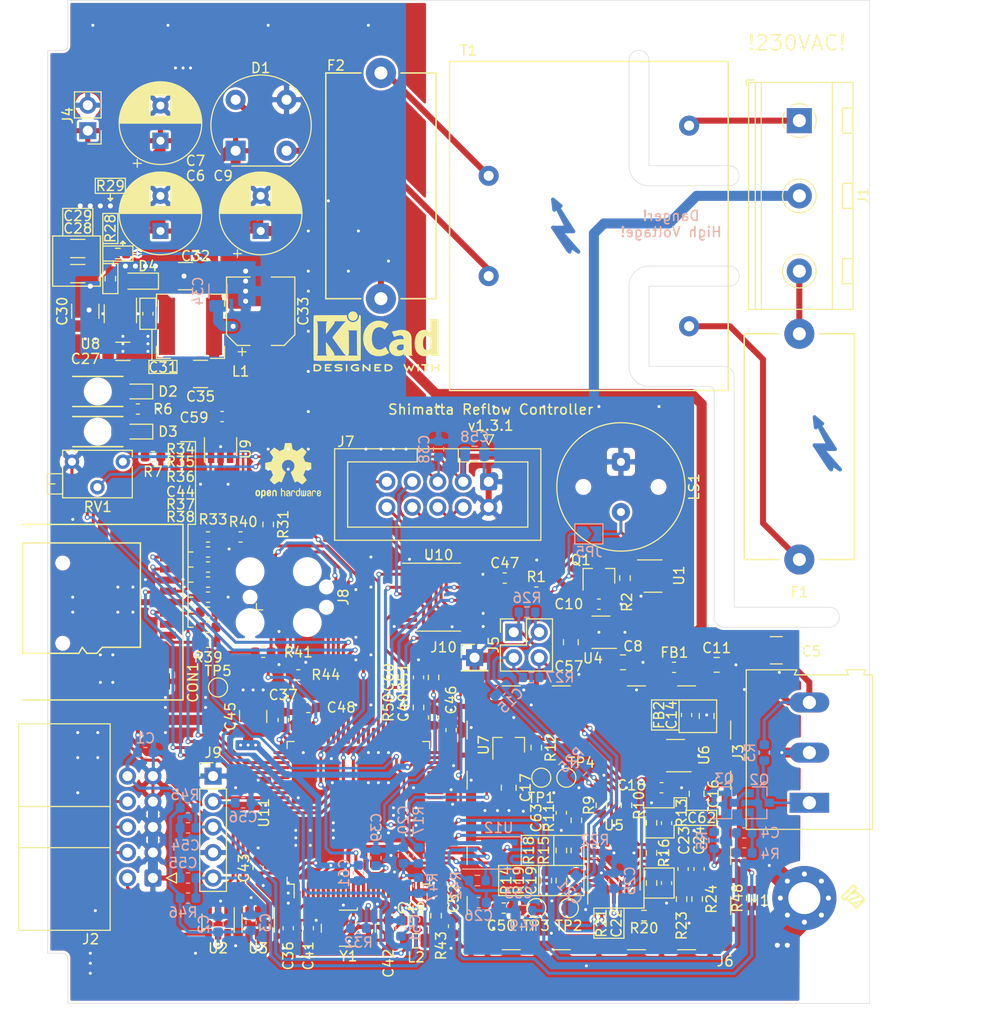
<source format=kicad_pcb>
(kicad_pcb (version 20171130) (host pcbnew 5.1.9)

  (general
    (thickness 1.6)
    (drawings 149)
    (tracks 1771)
    (zones 0)
    (modules 166)
    (nets 149)
  )

  (page A4)
  (layers
    (0 F.Cu signal)
    (31 B.Cu signal)
    (32 B.Adhes user)
    (33 F.Adhes user)
    (34 B.Paste user)
    (35 F.Paste user)
    (36 B.SilkS user)
    (37 F.SilkS user)
    (38 B.Mask user)
    (39 F.Mask user)
    (40 Dwgs.User user)
    (41 Cmts.User user)
    (42 Eco1.User user)
    (43 Eco2.User user)
    (44 Edge.Cuts user)
    (45 Margin user)
    (46 B.CrtYd user)
    (47 F.CrtYd user)
    (48 B.Fab user)
    (49 F.Fab user)
  )

  (setup
    (last_trace_width 0.25)
    (user_trace_width 0.3)
    (user_trace_width 0.4)
    (user_trace_width 0.6)
    (user_trace_width 1)
    (user_trace_width 2)
    (trace_clearance 0.2)
    (zone_clearance 0.25)
    (zone_45_only no)
    (trace_min 0.21)
    (via_size 0.5)
    (via_drill 0.3)
    (via_min_size 0.4)
    (via_min_drill 0.3)
    (user_via 0.9 0.5)
    (uvia_size 0.3)
    (uvia_drill 0.1)
    (uvias_allowed no)
    (uvia_min_size 0.2)
    (uvia_min_drill 0.1)
    (edge_width 0.05)
    (segment_width 0.2)
    (pcb_text_width 0.3)
    (pcb_text_size 1.5 1.5)
    (mod_edge_width 0.12)
    (mod_text_size 1 1)
    (mod_text_width 0.15)
    (pad_size 1.15 1.8)
    (pad_drill 0)
    (pad_to_mask_clearance 0)
    (aux_axis_origin 13 13)
    (grid_origin 13 13)
    (visible_elements FFFFFF7F)
    (pcbplotparams
      (layerselection 0x010f0_ffffffff)
      (usegerberextensions true)
      (usegerberattributes true)
      (usegerberadvancedattributes false)
      (creategerberjobfile true)
      (excludeedgelayer true)
      (linewidth 0.100000)
      (plotframeref false)
      (viasonmask false)
      (mode 1)
      (useauxorigin false)
      (hpglpennumber 1)
      (hpglpenspeed 20)
      (hpglpendiameter 15.000000)
      (psnegative false)
      (psa4output false)
      (plotreference true)
      (plotvalue true)
      (plotinvisibletext false)
      (padsonsilk true)
      (subtractmaskfromsilk false)
      (outputformat 1)
      (mirror false)
      (drillshape 0)
      (scaleselection 1)
      (outputdirectory "gerber/"))
  )

  (net 0 "")
  (net 1 GND)
  (net 2 +8V)
  (net 3 +3V3)
  (net 4 +5V)
  (net 5 /Controller/ENC1)
  (net 6 /Controller/ENC2)
  (net 7 /Controller/VREF)
  (net 8 /Controller/SW1)
  (net 9 /Frontend/FORCE+)
  (net 10 /Frontend/FORCE-)
  (net 11 /Frontend/SENS+)
  (net 12 /Frontend/SENS-)
  (net 13 /Controller/SDIO_D1)
  (net 14 /Controller/SDIO_D0)
  (net 15 /Controller/SDIO_CLK)
  (net 16 /Controller/SDIO_CMD)
  (net 17 /Controller/SDIO_D3)
  (net 18 /Controller/SDIO_D2)
  (net 19 /Controller/TEMP_IN)
  (net 20 /L_Trafo)
  (net 21 /L_IN)
  (net 22 /N_IN)
  (net 23 /DIGIO3)
  (net 24 /DIGIO2)
  (net 25 /DIGIO1)
  (net 26 /DIGIO0)
  (net 27 /Controller/SWDIO)
  (net 28 /Controller/SWCLK)
  (net 29 /Controller/PC_RX)
  (net 30 /Controller/PC_TX)
  (net 31 /Controller/~RST)
  (net 32 /Controller/LCD_VO)
  (net 33 /Controller/LCD_RS)
  (net 34 /Controller/LCD_EN)
  (net 35 /Controller/LCD_D3)
  (net 36 /Controller/LCD_D0)
  (net 37 /Controller/LCD_D2)
  (net 38 /Controller/LCD_D1)
  (net 39 /OUT0)
  (net 40 /OUT3)
  (net 41 /OUT2)
  (net 42 /OUT1)
  (net 43 /Controller/VDDA)
  (net 44 +5VL)
  (net 45 /Controller/CARD_DETECT)
  (net 46 +3.3VA)
  (net 47 /Frontend/VREF_OP)
  (net 48 /DIGIO0_PROT)
  (net 49 /DIGIO1_PROT)
  (net 50 /DIGIO2_PROT)
  (net 51 /DIGIO3_PROT)
  (net 52 "Net-(C4-Pad2)")
  (net 53 "Net-(C14-Pad1)")
  (net 54 "Net-(C19-Pad1)")
  (net 55 "Net-(C22-Pad2)")
  (net 56 "Net-(C22-Pad1)")
  (net 57 "Net-(C23-Pad1)")
  (net 58 "Net-(C31-Pad1)")
  (net 59 "Net-(C42-Pad1)")
  (net 60 "Net-(D1-Pad4)")
  (net 61 "Net-(D1-Pad2)")
  (net 62 "Net-(D2-Pad1)")
  (net 63 "Net-(D3-Pad1)")
  (net 64 "Net-(F2-Pad2)")
  (net 65 "Net-(J3-Pad1)")
  (net 66 "Net-(J8-Pad5)")
  (net 67 "Net-(J8-Pad6)")
  (net 68 "Net-(J8-Pad8)")
  (net 69 "Net-(Q2-Pad2)")
  (net 70 "Net-(Q3-Pad1)")
  (net 71 /Controller/SSR_SAFETY_ENABLE)
  (net 72 /Controller/E_~CS)
  (net 73 "Net-(U9-Pad3)")
  (net 74 /Controller/E_SCK)
  (net 75 /Controller/E_MISO)
  (net 76 /Controller/E_MOSI)
  (net 77 "Net-(Q1-Pad3)")
  (net 78 "Net-(U11-Pad1)")
  (net 79 "/Digital Power Supply/DCDC_SW")
  (net 80 /Controller/EXT_WTCHDG_TOGGL)
  (net 81 "Net-(C41-Pad1)")
  (net 82 "Net-(C46-Pad1)")
  (net 83 "Net-(C48-Pad1)")
  (net 84 "Net-(C52-Pad2)")
  (net 85 "Net-(R15-Pad1)")
  (net 86 "Net-(R20-Pad1)")
  (net 87 "Net-(R28-Pad1)")
  (net 88 "Net-(R31-Pad2)")
  (net 89 "Net-(U1-Pad1)")
  (net 90 "Net-(U6-Pad4)")
  (net 91 "Net-(U10-Pad17)")
  (net 92 "Net-(U10-Pad15)")
  (net 93 "Net-(U10-Pad9)")
  (net 94 "Net-(U10-Pad8)")
  (net 95 "Net-(U10-Pad7)")
  (net 96 "Net-(U10-Pad6)")
  (net 97 "Net-(U10-Pad4)")
  (net 98 "Net-(U10-Pad2)")
  (net 99 "Net-(U11-Pad2)")
  (net 100 "Net-(U11-Pad3)")
  (net 101 "Net-(U11-Pad4)")
  (net 102 "Net-(U11-Pad5)")
  (net 103 "Net-(U11-Pad7)")
  (net 104 "Net-(U11-Pad8)")
  (net 105 "Net-(U11-Pad9)")
  (net 106 "Net-(U11-Pad15)")
  (net 107 "Net-(U11-Pad16)")
  (net 108 "Net-(U11-Pad17)")
  (net 109 "Net-(U11-Pad18)")
  (net 110 "Net-(U11-Pad33)")
  (net 111 "Net-(U11-Pad38)")
  (net 112 "Net-(U11-Pad40)")
  (net 113 "Net-(U11-Pad41)")
  (net 114 "Net-(U11-Pad42)")
  (net 115 "Net-(U11-Pad43)")
  (net 116 "Net-(U11-Pad44)")
  (net 117 "Net-(U11-Pad45)")
  (net 118 "Net-(U11-Pad46)")
  (net 119 "Net-(U11-Pad47)")
  (net 120 "Net-(U11-Pad48)")
  (net 121 "Net-(U11-Pad51)")
  (net 122 "Net-(U11-Pad52)")
  (net 123 "Net-(U11-Pad53)")
  (net 124 "Net-(U11-Pad54)")
  (net 125 "Net-(U11-Pad60)")
  (net 126 "Net-(U11-Pad61)")
  (net 127 "Net-(U11-Pad62)")
  (net 128 "Net-(U11-Pad63)")
  (net 129 "Net-(U11-Pad64)")
  (net 130 "Net-(U11-Pad70)")
  (net 131 "Net-(U11-Pad71)")
  (net 132 "Net-(U11-Pad77)")
  (net 133 "Net-(U11-Pad81)")
  (net 134 "Net-(U11-Pad82)")
  (net 135 "Net-(U11-Pad84)")
  (net 136 "Net-(U11-Pad86)")
  (net 137 "Net-(U11-Pad95)")
  (net 138 "Net-(U11-Pad96)")
  (net 139 "Net-(U11-Pad97)")
  (net 140 "Net-(U11-Pad98)")
  (net 141 "Net-(C10-Pad2)")
  (net 142 "Net-(JP5-Pad2)")
  (net 143 "Net-(JP5-Pad1)")
  (net 144 "Net-(C60-Pad1)")
  (net 145 "Net-(C62-Pad2)")
  (net 146 "Net-(C62-Pad1)")
  (net 147 "Net-(C63-Pad2)")
  (net 148 "Net-(C63-Pad1)")

  (net_class Default "This is the default net class."
    (clearance 0.2)
    (trace_width 0.25)
    (via_dia 0.5)
    (via_drill 0.3)
    (uvia_dia 0.3)
    (uvia_drill 0.1)
    (diff_pair_width 0.3)
    (diff_pair_gap 0.25)
    (add_net +3.3VA)
    (add_net +3V3)
    (add_net +5V)
    (add_net +5VL)
    (add_net +8V)
    (add_net /Controller/CARD_DETECT)
    (add_net /Controller/ENC1)
    (add_net /Controller/ENC2)
    (add_net /Controller/EXT_WTCHDG_TOGGL)
    (add_net /Controller/E_MISO)
    (add_net /Controller/E_MOSI)
    (add_net /Controller/E_SCK)
    (add_net /Controller/E_~CS)
    (add_net /Controller/LCD_D0)
    (add_net /Controller/LCD_D1)
    (add_net /Controller/LCD_D2)
    (add_net /Controller/LCD_D3)
    (add_net /Controller/LCD_EN)
    (add_net /Controller/LCD_RS)
    (add_net /Controller/LCD_VO)
    (add_net /Controller/PC_RX)
    (add_net /Controller/PC_TX)
    (add_net /Controller/SDIO_CLK)
    (add_net /Controller/SDIO_CMD)
    (add_net /Controller/SDIO_D0)
    (add_net /Controller/SDIO_D1)
    (add_net /Controller/SDIO_D2)
    (add_net /Controller/SDIO_D3)
    (add_net /Controller/SSR_SAFETY_ENABLE)
    (add_net /Controller/SW1)
    (add_net /Controller/SWCLK)
    (add_net /Controller/SWDIO)
    (add_net /Controller/TEMP_IN)
    (add_net /Controller/VDDA)
    (add_net /Controller/VREF)
    (add_net /Controller/~RST)
    (add_net /DIGIO0)
    (add_net /DIGIO0_PROT)
    (add_net /DIGIO1)
    (add_net /DIGIO1_PROT)
    (add_net /DIGIO2)
    (add_net /DIGIO2_PROT)
    (add_net /DIGIO3)
    (add_net /DIGIO3_PROT)
    (add_net "/Digital Power Supply/DCDC_SW")
    (add_net /Frontend/FORCE+)
    (add_net /Frontend/FORCE-)
    (add_net /Frontend/SENS+)
    (add_net /Frontend/SENS-)
    (add_net /Frontend/VREF_OP)
    (add_net /OUT0)
    (add_net /OUT1)
    (add_net /OUT2)
    (add_net /OUT3)
    (add_net GND)
    (add_net "Net-(C10-Pad2)")
    (add_net "Net-(C14-Pad1)")
    (add_net "Net-(C19-Pad1)")
    (add_net "Net-(C22-Pad1)")
    (add_net "Net-(C22-Pad2)")
    (add_net "Net-(C23-Pad1)")
    (add_net "Net-(C31-Pad1)")
    (add_net "Net-(C4-Pad2)")
    (add_net "Net-(C41-Pad1)")
    (add_net "Net-(C42-Pad1)")
    (add_net "Net-(C46-Pad1)")
    (add_net "Net-(C48-Pad1)")
    (add_net "Net-(C52-Pad2)")
    (add_net "Net-(C60-Pad1)")
    (add_net "Net-(C62-Pad1)")
    (add_net "Net-(C62-Pad2)")
    (add_net "Net-(C63-Pad1)")
    (add_net "Net-(C63-Pad2)")
    (add_net "Net-(D1-Pad2)")
    (add_net "Net-(D1-Pad4)")
    (add_net "Net-(D2-Pad1)")
    (add_net "Net-(D3-Pad1)")
    (add_net "Net-(F2-Pad2)")
    (add_net "Net-(J3-Pad1)")
    (add_net "Net-(J8-Pad5)")
    (add_net "Net-(J8-Pad6)")
    (add_net "Net-(J8-Pad8)")
    (add_net "Net-(JP5-Pad1)")
    (add_net "Net-(JP5-Pad2)")
    (add_net "Net-(Q1-Pad3)")
    (add_net "Net-(Q2-Pad2)")
    (add_net "Net-(Q3-Pad1)")
    (add_net "Net-(R15-Pad1)")
    (add_net "Net-(R20-Pad1)")
    (add_net "Net-(R28-Pad1)")
    (add_net "Net-(R31-Pad2)")
    (add_net "Net-(U1-Pad1)")
    (add_net "Net-(U10-Pad15)")
    (add_net "Net-(U10-Pad17)")
    (add_net "Net-(U10-Pad2)")
    (add_net "Net-(U10-Pad4)")
    (add_net "Net-(U10-Pad6)")
    (add_net "Net-(U10-Pad7)")
    (add_net "Net-(U10-Pad8)")
    (add_net "Net-(U10-Pad9)")
    (add_net "Net-(U11-Pad1)")
    (add_net "Net-(U11-Pad15)")
    (add_net "Net-(U11-Pad16)")
    (add_net "Net-(U11-Pad17)")
    (add_net "Net-(U11-Pad18)")
    (add_net "Net-(U11-Pad2)")
    (add_net "Net-(U11-Pad3)")
    (add_net "Net-(U11-Pad33)")
    (add_net "Net-(U11-Pad38)")
    (add_net "Net-(U11-Pad4)")
    (add_net "Net-(U11-Pad40)")
    (add_net "Net-(U11-Pad41)")
    (add_net "Net-(U11-Pad42)")
    (add_net "Net-(U11-Pad43)")
    (add_net "Net-(U11-Pad44)")
    (add_net "Net-(U11-Pad45)")
    (add_net "Net-(U11-Pad46)")
    (add_net "Net-(U11-Pad47)")
    (add_net "Net-(U11-Pad48)")
    (add_net "Net-(U11-Pad5)")
    (add_net "Net-(U11-Pad51)")
    (add_net "Net-(U11-Pad52)")
    (add_net "Net-(U11-Pad53)")
    (add_net "Net-(U11-Pad54)")
    (add_net "Net-(U11-Pad60)")
    (add_net "Net-(U11-Pad61)")
    (add_net "Net-(U11-Pad62)")
    (add_net "Net-(U11-Pad63)")
    (add_net "Net-(U11-Pad64)")
    (add_net "Net-(U11-Pad7)")
    (add_net "Net-(U11-Pad70)")
    (add_net "Net-(U11-Pad71)")
    (add_net "Net-(U11-Pad77)")
    (add_net "Net-(U11-Pad8)")
    (add_net "Net-(U11-Pad81)")
    (add_net "Net-(U11-Pad82)")
    (add_net "Net-(U11-Pad84)")
    (add_net "Net-(U11-Pad86)")
    (add_net "Net-(U11-Pad9)")
    (add_net "Net-(U11-Pad95)")
    (add_net "Net-(U11-Pad96)")
    (add_net "Net-(U11-Pad97)")
    (add_net "Net-(U11-Pad98)")
    (add_net "Net-(U6-Pad4)")
    (add_net "Net-(U9-Pad3)")
  )

  (net_class HV ""
    (clearance 2.55)
    (trace_width 1)
    (via_dia 0.5)
    (via_drill 0.3)
    (uvia_dia 0.3)
    (uvia_drill 0.1)
    (diff_pair_width 0.21)
    (diff_pair_gap 0.25)
    (add_net /L_IN)
    (add_net /L_Trafo)
    (add_net /N_IN)
  )

  (module Capacitor_SMD:C_0603_1608Metric (layer F.Cu) (tedit 5F68FEEE) (tstamp 5FD64B98)
    (at 67.25 94 270)
    (descr "Capacitor SMD 0603 (1608 Metric), square (rectangular) end terminal, IPC_7351 nominal, (Body size source: IPC-SM-782 page 76, https://www.pcb-3d.com/wordpress/wp-content/uploads/ipc-sm-782a_amendment_1_and_2.pdf), generated with kicad-footprint-generator")
    (tags capacitor)
    (path /5D8C5188/5FE2133C)
    (attr smd)
    (fp_text reference C63 (at 0.5 2.5 90) (layer F.SilkS)
      (effects (font (size 1 1) (thickness 0.15)))
    )
    (fp_text value DNP (at 0 1.43 90) (layer F.Fab)
      (effects (font (size 1 1) (thickness 0.15)))
    )
    (fp_line (start 1.48 0.73) (end -1.48 0.73) (layer F.CrtYd) (width 0.05))
    (fp_line (start 1.48 -0.73) (end 1.48 0.73) (layer F.CrtYd) (width 0.05))
    (fp_line (start -1.48 -0.73) (end 1.48 -0.73) (layer F.CrtYd) (width 0.05))
    (fp_line (start -1.48 0.73) (end -1.48 -0.73) (layer F.CrtYd) (width 0.05))
    (fp_line (start -0.14058 0.51) (end 0.14058 0.51) (layer F.SilkS) (width 0.12))
    (fp_line (start -0.14058 -0.51) (end 0.14058 -0.51) (layer F.SilkS) (width 0.12))
    (fp_line (start 0.8 0.4) (end -0.8 0.4) (layer F.Fab) (width 0.1))
    (fp_line (start 0.8 -0.4) (end 0.8 0.4) (layer F.Fab) (width 0.1))
    (fp_line (start -0.8 -0.4) (end 0.8 -0.4) (layer F.Fab) (width 0.1))
    (fp_line (start -0.8 0.4) (end -0.8 -0.4) (layer F.Fab) (width 0.1))
    (fp_text user %R (at 0 0 90) (layer F.Fab)
      (effects (font (size 0.4 0.4) (thickness 0.06)))
    )
    (pad 2 smd roundrect (at 0.775 0 270) (size 0.9 0.95) (layers F.Cu F.Paste F.Mask) (roundrect_rratio 0.25)
      (net 147 "Net-(C63-Pad2)"))
    (pad 1 smd roundrect (at -0.775 0 270) (size 0.9 0.95) (layers F.Cu F.Paste F.Mask) (roundrect_rratio 0.25)
      (net 148 "Net-(C63-Pad1)"))
    (model ${KISYS3DMOD}/Capacitor_SMD.3dshapes/C_0603_1608Metric.wrl
      (at (xyz 0 0 0))
      (scale (xyz 1 1 1))
      (rotate (xyz 0 0 0))
    )
  )

  (module Capacitor_SMD:C_0603_1608Metric (layer F.Cu) (tedit 5F68FEEE) (tstamp 5FD64B87)
    (at 77.75 95.025 270)
    (descr "Capacitor SMD 0603 (1608 Metric), square (rectangular) end terminal, IPC_7351 nominal, (Body size source: IPC-SM-782 page 76, https://www.pcb-3d.com/wordpress/wp-content/uploads/ipc-sm-782a_amendment_1_and_2.pdf), generated with kicad-footprint-generator")
    (tags capacitor)
    (path /5D8C5188/5FE331AE)
    (attr smd)
    (fp_text reference C62 (at -0.525 -3.5 180) (layer F.SilkS)
      (effects (font (size 1 1) (thickness 0.15)))
    )
    (fp_text value DNP (at 0 1.43 90) (layer F.Fab)
      (effects (font (size 1 1) (thickness 0.15)))
    )
    (fp_line (start 1.48 0.73) (end -1.48 0.73) (layer F.CrtYd) (width 0.05))
    (fp_line (start 1.48 -0.73) (end 1.48 0.73) (layer F.CrtYd) (width 0.05))
    (fp_line (start -1.48 -0.73) (end 1.48 -0.73) (layer F.CrtYd) (width 0.05))
    (fp_line (start -1.48 0.73) (end -1.48 -0.73) (layer F.CrtYd) (width 0.05))
    (fp_line (start -0.14058 0.51) (end 0.14058 0.51) (layer F.SilkS) (width 0.12))
    (fp_line (start -0.14058 -0.51) (end 0.14058 -0.51) (layer F.SilkS) (width 0.12))
    (fp_line (start 0.8 0.4) (end -0.8 0.4) (layer F.Fab) (width 0.1))
    (fp_line (start 0.8 -0.4) (end 0.8 0.4) (layer F.Fab) (width 0.1))
    (fp_line (start -0.8 -0.4) (end 0.8 -0.4) (layer F.Fab) (width 0.1))
    (fp_line (start -0.8 0.4) (end -0.8 -0.4) (layer F.Fab) (width 0.1))
    (fp_text user %R (at 0 0 90) (layer F.Fab)
      (effects (font (size 0.4 0.4) (thickness 0.06)))
    )
    (pad 2 smd roundrect (at 0.775 0 270) (size 0.9 0.95) (layers F.Cu F.Paste F.Mask) (roundrect_rratio 0.25)
      (net 145 "Net-(C62-Pad2)"))
    (pad 1 smd roundrect (at -0.775 0 270) (size 0.9 0.95) (layers F.Cu F.Paste F.Mask) (roundrect_rratio 0.25)
      (net 146 "Net-(C62-Pad1)"))
    (model ${KISYS3DMOD}/Capacitor_SMD.3dshapes/C_0603_1608Metric.wrl
      (at (xyz 0 0 0))
      (scale (xyz 1 1 1))
      (rotate (xyz 0 0 0))
    )
  )

  (module Capacitor_SMD:C_0603_1608Metric (layer B.Cu) (tedit 5F68FEEE) (tstamp 5FD2F3FD)
    (at 47 100 270)
    (descr "Capacitor SMD 0603 (1608 Metric), square (rectangular) end terminal, IPC_7351 nominal, (Body size source: IPC-SM-782 page 76, https://www.pcb-3d.com/wordpress/wp-content/uploads/ipc-sm-782a_amendment_1_and_2.pdf), generated with kicad-footprint-generator")
    (tags capacitor)
    (path /5D77EC9D/5FD72F9A)
    (attr smd)
    (fp_text reference C61 (at 0 1.43 90) (layer B.SilkS)
      (effects (font (size 1 1) (thickness 0.15)) (justify mirror))
    )
    (fp_text value 100n (at 0 -1.43 90) (layer B.Fab)
      (effects (font (size 1 1) (thickness 0.15)) (justify mirror))
    )
    (fp_line (start 1.48 -0.73) (end -1.48 -0.73) (layer B.CrtYd) (width 0.05))
    (fp_line (start 1.48 0.73) (end 1.48 -0.73) (layer B.CrtYd) (width 0.05))
    (fp_line (start -1.48 0.73) (end 1.48 0.73) (layer B.CrtYd) (width 0.05))
    (fp_line (start -1.48 -0.73) (end -1.48 0.73) (layer B.CrtYd) (width 0.05))
    (fp_line (start -0.14058 -0.51) (end 0.14058 -0.51) (layer B.SilkS) (width 0.12))
    (fp_line (start -0.14058 0.51) (end 0.14058 0.51) (layer B.SilkS) (width 0.12))
    (fp_line (start 0.8 -0.4) (end -0.8 -0.4) (layer B.Fab) (width 0.1))
    (fp_line (start 0.8 0.4) (end 0.8 -0.4) (layer B.Fab) (width 0.1))
    (fp_line (start -0.8 0.4) (end 0.8 0.4) (layer B.Fab) (width 0.1))
    (fp_line (start -0.8 -0.4) (end -0.8 0.4) (layer B.Fab) (width 0.1))
    (fp_text user %R (at 0 0 90) (layer B.Fab)
      (effects (font (size 0.4 0.4) (thickness 0.06)) (justify mirror))
    )
    (pad 2 smd roundrect (at 0.775 0 270) (size 0.9 0.95) (layers B.Cu B.Paste B.Mask) (roundrect_rratio 0.25)
      (net 1 GND))
    (pad 1 smd roundrect (at -0.775 0 270) (size 0.9 0.95) (layers B.Cu B.Paste B.Mask) (roundrect_rratio 0.25)
      (net 3 +3V3))
    (model ${KISYS3DMOD}/Capacitor_SMD.3dshapes/C_0603_1608Metric.wrl
      (at (xyz 0 0 0))
      (scale (xyz 1 1 1))
      (rotate (xyz 0 0 0))
    )
  )

  (module shimatta_buzzer:PKM13EPYH4002-B0 (layer F.Cu) (tedit 5FCFC26C) (tstamp 5FCC3E58)
    (at 73.198 61.514 270)
    (tags buzzer,piezo)
    (path /5D891662)
    (fp_text reference LS1 (at 0 -7.3 90) (layer F.SilkS)
      (effects (font (size 1 1) (thickness 0.15)))
    )
    (fp_text value Buzzer (at 0 0 180) (layer F.Fab)
      (effects (font (size 1 1) (thickness 0.15)))
    )
    (fp_circle (center 0 0) (end 6.4 0) (layer F.SilkS) (width 0.12))
    (fp_circle (center 0 0) (end 6.5 0) (layer F.CrtYd) (width 0.12))
    (fp_circle (center 0 0) (end 6.5 0) (layer F.Fab) (width 0.12))
    (pad "" np_thru_hole circle (at 0 -3.75 270) (size 1.1 1.1) (drill 1.1) (layers *.Cu *.Mask))
    (pad "" np_thru_hole circle (at 0 3.75 270) (size 1.1 1.1) (drill 1.1) (layers *.Cu *.Mask))
    (pad 2 thru_hole circle (at 2.5 0 270) (size 1.8 1.8) (drill 0.8) (layers *.Cu *.Mask)
      (net 142 "Net-(JP5-Pad2)"))
    (pad 1 thru_hole roundrect (at -2.5 0 270) (size 1.8 1.8) (drill 0.8) (layers *.Cu *.Mask) (roundrect_rratio 0.25)
      (net 1 GND))
    (model ${KISYS3DMOD}/buzzer.shapes3d/PKM13EPYH4002-B0.wrl
      (at (xyz 0 0 0))
      (scale (xyz 0.3937 0.3937 0.3937))
      (rotate (xyz 0 0 0))
    )
  )

  (module Resistor_SMD:R_0603_1608Metric (layer F.Cu) (tedit 5F68FEEE) (tstamp 5FCDB62B)
    (at 54.5 80.5 270)
    (descr "Resistor SMD 0603 (1608 Metric), square (rectangular) end terminal, IPC_7351 nominal, (Body size source: IPC-SM-782 page 72, https://www.pcb-3d.com/wordpress/wp-content/uploads/ipc-sm-782a_amendment_1_and_2.pdf), generated with kicad-footprint-generator")
    (tags resistor)
    (path /5D77EC9D/5FD62ABC)
    (attr smd)
    (fp_text reference R51 (at 0 3 90) (layer F.SilkS)
      (effects (font (size 1 1) (thickness 0.15)))
    )
    (fp_text value 10k (at -2.25 0 90) (layer F.Fab)
      (effects (font (size 1 1) (thickness 0.15)))
    )
    (fp_line (start -0.8 0.4125) (end -0.8 -0.4125) (layer F.Fab) (width 0.1))
    (fp_line (start -0.8 -0.4125) (end 0.8 -0.4125) (layer F.Fab) (width 0.1))
    (fp_line (start 0.8 -0.4125) (end 0.8 0.4125) (layer F.Fab) (width 0.1))
    (fp_line (start 0.8 0.4125) (end -0.8 0.4125) (layer F.Fab) (width 0.1))
    (fp_line (start -0.237258 -0.5225) (end 0.237258 -0.5225) (layer F.SilkS) (width 0.12))
    (fp_line (start -0.237258 0.5225) (end 0.237258 0.5225) (layer F.SilkS) (width 0.12))
    (fp_line (start -1.48 0.73) (end -1.48 -0.73) (layer F.CrtYd) (width 0.05))
    (fp_line (start -1.48 -0.73) (end 1.48 -0.73) (layer F.CrtYd) (width 0.05))
    (fp_line (start 1.48 -0.73) (end 1.48 0.73) (layer F.CrtYd) (width 0.05))
    (fp_line (start 1.48 0.73) (end -1.48 0.73) (layer F.CrtYd) (width 0.05))
    (fp_text user %R (at 0 0 90) (layer F.Fab)
      (effects (font (size 0.4 0.4) (thickness 0.06)))
    )
    (pad 2 smd roundrect (at 0.825 0 270) (size 0.8 0.95) (layers F.Cu F.Paste F.Mask) (roundrect_rratio 0.25)
      (net 144 "Net-(C60-Pad1)"))
    (pad 1 smd roundrect (at -0.825 0 270) (size 0.8 0.95) (layers F.Cu F.Paste F.Mask) (roundrect_rratio 0.25)
      (net 1 GND))
    (model ${KISYS3DMOD}/Resistor_SMD.3dshapes/R_0603_1608Metric.wrl
      (at (xyz 0 0 0))
      (scale (xyz 1 1 1))
      (rotate (xyz 0 0 0))
    )
  )

  (module Resistor_SMD:R_0603_1608Metric (layer F.Cu) (tedit 5F68FEEE) (tstamp 5FCDB61A)
    (at 53 83.5 270)
    (descr "Resistor SMD 0603 (1608 Metric), square (rectangular) end terminal, IPC_7351 nominal, (Body size source: IPC-SM-782 page 72, https://www.pcb-3d.com/wordpress/wp-content/uploads/ipc-sm-782a_amendment_1_and_2.pdf), generated with kicad-footprint-generator")
    (tags resistor)
    (path /5D77EC9D/5FD5CEDB)
    (attr smd)
    (fp_text reference R50 (at 0 3 90) (layer F.SilkS)
      (effects (font (size 1 1) (thickness 0.15)))
    )
    (fp_text value 10k (at 0 1.43 90) (layer F.Fab)
      (effects (font (size 1 1) (thickness 0.15)))
    )
    (fp_line (start -0.8 0.4125) (end -0.8 -0.4125) (layer F.Fab) (width 0.1))
    (fp_line (start -0.8 -0.4125) (end 0.8 -0.4125) (layer F.Fab) (width 0.1))
    (fp_line (start 0.8 -0.4125) (end 0.8 0.4125) (layer F.Fab) (width 0.1))
    (fp_line (start 0.8 0.4125) (end -0.8 0.4125) (layer F.Fab) (width 0.1))
    (fp_line (start -0.237258 -0.5225) (end 0.237258 -0.5225) (layer F.SilkS) (width 0.12))
    (fp_line (start -0.237258 0.5225) (end 0.237258 0.5225) (layer F.SilkS) (width 0.12))
    (fp_line (start -1.48 0.73) (end -1.48 -0.73) (layer F.CrtYd) (width 0.05))
    (fp_line (start -1.48 -0.73) (end 1.48 -0.73) (layer F.CrtYd) (width 0.05))
    (fp_line (start 1.48 -0.73) (end 1.48 0.73) (layer F.CrtYd) (width 0.05))
    (fp_line (start 1.48 0.73) (end -1.48 0.73) (layer F.CrtYd) (width 0.05))
    (fp_text user %R (at 0 0 90) (layer F.Fab)
      (effects (font (size 0.4 0.4) (thickness 0.06)))
    )
    (pad 2 smd roundrect (at 0.825 0 270) (size 0.8 0.95) (layers F.Cu F.Paste F.Mask) (roundrect_rratio 0.25)
      (net 3 +3V3))
    (pad 1 smd roundrect (at -0.825 0 270) (size 0.8 0.95) (layers F.Cu F.Paste F.Mask) (roundrect_rratio 0.25)
      (net 144 "Net-(C60-Pad1)"))
    (model ${KISYS3DMOD}/Resistor_SMD.3dshapes/R_0603_1608Metric.wrl
      (at (xyz 0 0 0))
      (scale (xyz 1 1 1))
      (rotate (xyz 0 0 0))
    )
  )

  (module Capacitor_SMD:C_0603_1608Metric (layer F.Cu) (tedit 5F68FEEE) (tstamp 5FCDA8B7)
    (at 53 80.5 90)
    (descr "Capacitor SMD 0603 (1608 Metric), square (rectangular) end terminal, IPC_7351 nominal, (Body size source: IPC-SM-782 page 76, https://www.pcb-3d.com/wordpress/wp-content/uploads/ipc-sm-782a_amendment_1_and_2.pdf), generated with kicad-footprint-generator")
    (tags capacitor)
    (path /5D77EC9D/5FE39FAF)
    (attr smd)
    (fp_text reference C60 (at 0 -3 90) (layer F.SilkS)
      (effects (font (size 1 1) (thickness 0.15)))
    )
    (fp_text value 100n (at 2.75 0 90) (layer F.Fab)
      (effects (font (size 1 1) (thickness 0.15)))
    )
    (fp_line (start -0.8 0.4) (end -0.8 -0.4) (layer F.Fab) (width 0.1))
    (fp_line (start -0.8 -0.4) (end 0.8 -0.4) (layer F.Fab) (width 0.1))
    (fp_line (start 0.8 -0.4) (end 0.8 0.4) (layer F.Fab) (width 0.1))
    (fp_line (start 0.8 0.4) (end -0.8 0.4) (layer F.Fab) (width 0.1))
    (fp_line (start -0.14058 -0.51) (end 0.14058 -0.51) (layer F.SilkS) (width 0.12))
    (fp_line (start -0.14058 0.51) (end 0.14058 0.51) (layer F.SilkS) (width 0.12))
    (fp_line (start -1.48 0.73) (end -1.48 -0.73) (layer F.CrtYd) (width 0.05))
    (fp_line (start -1.48 -0.73) (end 1.48 -0.73) (layer F.CrtYd) (width 0.05))
    (fp_line (start 1.48 -0.73) (end 1.48 0.73) (layer F.CrtYd) (width 0.05))
    (fp_line (start 1.48 0.73) (end -1.48 0.73) (layer F.CrtYd) (width 0.05))
    (fp_text user %R (at 0 0 90) (layer F.Fab)
      (effects (font (size 0.4 0.4) (thickness 0.06)))
    )
    (pad 2 smd roundrect (at 0.775 0 90) (size 0.9 0.95) (layers F.Cu F.Paste F.Mask) (roundrect_rratio 0.25)
      (net 1 GND))
    (pad 1 smd roundrect (at -0.775 0 90) (size 0.9 0.95) (layers F.Cu F.Paste F.Mask) (roundrect_rratio 0.25)
      (net 144 "Net-(C60-Pad1)"))
    (model ${KISYS3DMOD}/Capacitor_SMD.3dshapes/C_0603_1608Metric.wrl
      (at (xyz 0 0 0))
      (scale (xyz 1 1 1))
      (rotate (xyz 0 0 0))
    )
  )

  (module Jumper:SolderJumper-2_P1.3mm_Open_TrianglePad1.0x1.5mm (layer B.Cu) (tedit 5A64794F) (tstamp 5FCF9810)
    (at 70 66.2)
    (descr "SMD Solder Jumper, 1x1.5mm Triangular Pads, 0.3mm gap, open")
    (tags "solder jumper open")
    (path /600F11A8)
    (attr virtual)
    (fp_text reference JP5 (at 0 1.8) (layer B.SilkS)
      (effects (font (size 1 1) (thickness 0.15)) (justify mirror))
    )
    (fp_text value DNP (at 0 -1.9) (layer B.Fab)
      (effects (font (size 1 1) (thickness 0.15)) (justify mirror))
    )
    (fp_line (start -1.4 -1) (end -1.4 1) (layer B.SilkS) (width 0.12))
    (fp_line (start 1.4 -1) (end -1.4 -1) (layer B.SilkS) (width 0.12))
    (fp_line (start 1.4 1) (end 1.4 -1) (layer B.SilkS) (width 0.12))
    (fp_line (start -1.4 1) (end 1.4 1) (layer B.SilkS) (width 0.12))
    (fp_line (start -1.65 1.25) (end 1.65 1.25) (layer B.CrtYd) (width 0.05))
    (fp_line (start -1.65 1.25) (end -1.65 -1.25) (layer B.CrtYd) (width 0.05))
    (fp_line (start 1.65 -1.25) (end 1.65 1.25) (layer B.CrtYd) (width 0.05))
    (fp_line (start 1.65 -1.25) (end -1.65 -1.25) (layer B.CrtYd) (width 0.05))
    (pad 1 smd custom (at -0.725 0) (size 0.3 0.3) (layers B.Cu B.Mask)
      (net 143 "Net-(JP5-Pad1)") (zone_connect 2)
      (options (clearance outline) (anchor rect))
      (primitives
        (gr_poly (pts
           (xy -0.5 0.75) (xy 0.5 0.75) (xy 1 0) (xy 0.5 -0.75) (xy -0.5 -0.75)
) (width 0))
      ))
    (pad 2 smd custom (at 0.725 0) (size 0.3 0.3) (layers B.Cu B.Mask)
      (net 142 "Net-(JP5-Pad2)") (zone_connect 2)
      (options (clearance outline) (anchor rect))
      (primitives
        (gr_poly (pts
           (xy -0.65 0.75) (xy 0.5 0.75) (xy 0.5 -0.75) (xy -0.65 -0.75) (xy -0.15 0)
) (width 0))
      ))
  )

  (module Capacitor_SMD:C_0603_1608Metric (layer F.Cu) (tedit 5F68FEEE) (tstamp 5FCF2BEC)
    (at 33.4 54.5)
    (descr "Capacitor SMD 0603 (1608 Metric), square (rectangular) end terminal, IPC_7351 nominal, (Body size source: IPC-SM-782 page 76, https://www.pcb-3d.com/wordpress/wp-content/uploads/ipc-sm-782a_amendment_1_and_2.pdf), generated with kicad-footprint-generator")
    (tags capacitor)
    (path /5D77EC9D/5FFAEEF2)
    (attr smd)
    (fp_text reference C59 (at -2.8 0.1) (layer F.SilkS)
      (effects (font (size 1 1) (thickness 0.15)))
    )
    (fp_text value 100n (at -0.15 1.25) (layer F.Fab)
      (effects (font (size 1 1) (thickness 0.15)))
    )
    (fp_line (start -0.8 0.4) (end -0.8 -0.4) (layer F.Fab) (width 0.1))
    (fp_line (start -0.8 -0.4) (end 0.8 -0.4) (layer F.Fab) (width 0.1))
    (fp_line (start 0.8 -0.4) (end 0.8 0.4) (layer F.Fab) (width 0.1))
    (fp_line (start 0.8 0.4) (end -0.8 0.4) (layer F.Fab) (width 0.1))
    (fp_line (start -0.14058 -0.51) (end 0.14058 -0.51) (layer F.SilkS) (width 0.12))
    (fp_line (start -0.14058 0.51) (end 0.14058 0.51) (layer F.SilkS) (width 0.12))
    (fp_line (start -1.48 0.73) (end -1.48 -0.73) (layer F.CrtYd) (width 0.05))
    (fp_line (start -1.48 -0.73) (end 1.48 -0.73) (layer F.CrtYd) (width 0.05))
    (fp_line (start 1.48 -0.73) (end 1.48 0.73) (layer F.CrtYd) (width 0.05))
    (fp_line (start 1.48 0.73) (end -1.48 0.73) (layer F.CrtYd) (width 0.05))
    (fp_text user %R (at 0 0) (layer F.Fab)
      (effects (font (size 0.4 0.4) (thickness 0.06)))
    )
    (pad 2 smd roundrect (at 0.775 0) (size 0.9 0.95) (layers F.Cu F.Paste F.Mask) (roundrect_rratio 0.25)
      (net 1 GND))
    (pad 1 smd roundrect (at -0.775 0) (size 0.9 0.95) (layers F.Cu F.Paste F.Mask) (roundrect_rratio 0.25)
      (net 3 +3V3))
    (model ${KISYS3DMOD}/Capacitor_SMD.3dshapes/C_0603_1608Metric.wrl
      (at (xyz 0 0 0))
      (scale (xyz 1 1 1))
      (rotate (xyz 0 0 0))
    )
  )

  (module Capacitor_SMD:C_0805_2012Metric (layer B.Cu) (tedit 5F68FEEE) (tstamp 5FCEA5B5)
    (at 58.6 58.2 180)
    (descr "Capacitor SMD 0805 (2012 Metric), square (rectangular) end terminal, IPC_7351 nominal, (Body size source: IPC-SM-782 page 76, https://www.pcb-3d.com/wordpress/wp-content/uploads/ipc-sm-782a_amendment_1_and_2.pdf, https://docs.google.com/spreadsheets/d/1BsfQQcO9C6DZCsRaXUlFlo91Tg2WpOkGARC1WS5S8t0/edit?usp=sharing), generated with kicad-footprint-generator")
    (tags capacitor)
    (path /5D77EC9D/5FEFE3CF)
    (attr smd)
    (fp_text reference C58 (at 0 1.68) (layer B.SilkS)
      (effects (font (size 1 1) (thickness 0.15)) (justify mirror))
    )
    (fp_text value 1u (at 0 -1.68) (layer B.Fab)
      (effects (font (size 1 1) (thickness 0.15)) (justify mirror))
    )
    (fp_line (start -1 -0.625) (end -1 0.625) (layer B.Fab) (width 0.1))
    (fp_line (start -1 0.625) (end 1 0.625) (layer B.Fab) (width 0.1))
    (fp_line (start 1 0.625) (end 1 -0.625) (layer B.Fab) (width 0.1))
    (fp_line (start 1 -0.625) (end -1 -0.625) (layer B.Fab) (width 0.1))
    (fp_line (start -0.261252 0.735) (end 0.261252 0.735) (layer B.SilkS) (width 0.12))
    (fp_line (start -0.261252 -0.735) (end 0.261252 -0.735) (layer B.SilkS) (width 0.12))
    (fp_line (start -1.7 -0.98) (end -1.7 0.98) (layer B.CrtYd) (width 0.05))
    (fp_line (start -1.7 0.98) (end 1.7 0.98) (layer B.CrtYd) (width 0.05))
    (fp_line (start 1.7 0.98) (end 1.7 -0.98) (layer B.CrtYd) (width 0.05))
    (fp_line (start 1.7 -0.98) (end -1.7 -0.98) (layer B.CrtYd) (width 0.05))
    (fp_text user %R (at 0 0) (layer B.Fab)
      (effects (font (size 0.5 0.5) (thickness 0.08)) (justify mirror))
    )
    (pad 2 smd roundrect (at 0.95 0 180) (size 1 1.45) (layers B.Cu B.Paste B.Mask) (roundrect_rratio 0.25)
      (net 44 +5VL))
    (pad 1 smd roundrect (at -0.95 0 180) (size 1 1.45) (layers B.Cu B.Paste B.Mask) (roundrect_rratio 0.25)
      (net 1 GND))
    (model ${KISYS3DMOD}/Capacitor_SMD.3dshapes/C_0805_2012Metric.wrl
      (at (xyz 0 0 0))
      (scale (xyz 1 1 1))
      (rotate (xyz 0 0 0))
    )
  )

  (module Capacitor_SMD:C_0805_2012Metric (layer F.Cu) (tedit 5F68FEEE) (tstamp 5FCE5B90)
    (at 73.4 79)
    (descr "Capacitor SMD 0805 (2012 Metric), square (rectangular) end terminal, IPC_7351 nominal, (Body size source: IPC-SM-782 page 76, https://www.pcb-3d.com/wordpress/wp-content/uploads/ipc-sm-782a_amendment_1_and_2.pdf, https://docs.google.com/spreadsheets/d/1BsfQQcO9C6DZCsRaXUlFlo91Tg2WpOkGARC1WS5S8t0/edit?usp=sharing), generated with kicad-footprint-generator")
    (tags capacitor)
    (path /5D992429)
    (attr smd)
    (fp_text reference C8 (at 1 -1.6) (layer F.SilkS)
      (effects (font (size 1 1) (thickness 0.15)))
    )
    (fp_text value 100n (at 0 1.68) (layer F.Fab)
      (effects (font (size 1 1) (thickness 0.15)))
    )
    (fp_line (start -1 0.625) (end -1 -0.625) (layer F.Fab) (width 0.1))
    (fp_line (start -1 -0.625) (end 1 -0.625) (layer F.Fab) (width 0.1))
    (fp_line (start 1 -0.625) (end 1 0.625) (layer F.Fab) (width 0.1))
    (fp_line (start 1 0.625) (end -1 0.625) (layer F.Fab) (width 0.1))
    (fp_line (start -0.261252 -0.735) (end 0.261252 -0.735) (layer F.SilkS) (width 0.12))
    (fp_line (start -0.261252 0.735) (end 0.261252 0.735) (layer F.SilkS) (width 0.12))
    (fp_line (start -1.7 0.98) (end -1.7 -0.98) (layer F.CrtYd) (width 0.05))
    (fp_line (start -1.7 -0.98) (end 1.7 -0.98) (layer F.CrtYd) (width 0.05))
    (fp_line (start 1.7 -0.98) (end 1.7 0.98) (layer F.CrtYd) (width 0.05))
    (fp_line (start 1.7 0.98) (end -1.7 0.98) (layer F.CrtYd) (width 0.05))
    (fp_text user %R (at 0 0) (layer F.Fab)
      (effects (font (size 0.5 0.5) (thickness 0.08)))
    )
    (pad 2 smd roundrect (at 0.95 0) (size 1 1.45) (layers F.Cu F.Paste F.Mask) (roundrect_rratio 0.25)
      (net 1 GND))
    (pad 1 smd roundrect (at -0.95 0) (size 1 1.45) (layers F.Cu F.Paste F.Mask) (roundrect_rratio 0.25)
      (net 2 +8V))
    (model ${KISYS3DMOD}/Capacitor_SMD.3dshapes/C_0805_2012Metric.wrl
      (at (xyz 0 0 0))
      (scale (xyz 1 1 1))
      (rotate (xyz 0 0 0))
    )
  )

  (module Package_TO_SOT_SMD:SOT-23-5 (layer F.Cu) (tedit 5A02FF57) (tstamp 5FCDC79F)
    (at 71.2 76 180)
    (descr "5-pin SOT23 package")
    (tags SOT-23-5)
    (path /5FD96B77)
    (attr smd)
    (fp_text reference U4 (at 0.8 -2.6) (layer F.SilkS)
      (effects (font (size 1 1) (thickness 0.15)))
    )
    (fp_text value LP2985-5.0 (at -5.55 0) (layer F.Fab)
      (effects (font (size 1 1) (thickness 0.15)))
    )
    (fp_line (start -0.9 1.61) (end 0.9 1.61) (layer F.SilkS) (width 0.12))
    (fp_line (start 0.9 -1.61) (end -1.55 -1.61) (layer F.SilkS) (width 0.12))
    (fp_line (start -1.9 -1.8) (end 1.9 -1.8) (layer F.CrtYd) (width 0.05))
    (fp_line (start 1.9 -1.8) (end 1.9 1.8) (layer F.CrtYd) (width 0.05))
    (fp_line (start 1.9 1.8) (end -1.9 1.8) (layer F.CrtYd) (width 0.05))
    (fp_line (start -1.9 1.8) (end -1.9 -1.8) (layer F.CrtYd) (width 0.05))
    (fp_line (start -0.9 -0.9) (end -0.25 -1.55) (layer F.Fab) (width 0.1))
    (fp_line (start 0.9 -1.55) (end -0.25 -1.55) (layer F.Fab) (width 0.1))
    (fp_line (start -0.9 -0.9) (end -0.9 1.55) (layer F.Fab) (width 0.1))
    (fp_line (start 0.9 1.55) (end -0.9 1.55) (layer F.Fab) (width 0.1))
    (fp_line (start 0.9 -1.55) (end 0.9 1.55) (layer F.Fab) (width 0.1))
    (fp_text user %R (at 0 0 90) (layer F.Fab)
      (effects (font (size 0.5 0.5) (thickness 0.075)))
    )
    (pad 5 smd rect (at 1.1 -0.95 180) (size 1.06 0.65) (layers F.Cu F.Paste F.Mask)
      (net 44 +5VL))
    (pad 4 smd rect (at 1.1 0.95 180) (size 1.06 0.65) (layers F.Cu F.Paste F.Mask)
      (net 141 "Net-(C10-Pad2)"))
    (pad 3 smd rect (at -1.1 0.95 180) (size 1.06 0.65) (layers F.Cu F.Paste F.Mask)
      (net 2 +8V))
    (pad 2 smd rect (at -1.1 0 180) (size 1.06 0.65) (layers F.Cu F.Paste F.Mask)
      (net 1 GND))
    (pad 1 smd rect (at -1.1 -0.95 180) (size 1.06 0.65) (layers F.Cu F.Paste F.Mask)
      (net 2 +8V))
    (model ${KISYS3DMOD}/Package_TO_SOT_SMD.3dshapes/SOT-23-5.wrl
      (at (xyz 0 0 0))
      (scale (xyz 1 1 1))
      (rotate (xyz 0 0 0))
    )
  )

  (module Capacitor_SMD:C_0805_2012Metric (layer F.Cu) (tedit 5F68FEEE) (tstamp 5FCDB92C)
    (at 68.2 77 270)
    (descr "Capacitor SMD 0805 (2012 Metric), square (rectangular) end terminal, IPC_7351 nominal, (Body size source: IPC-SM-782 page 76, https://www.pcb-3d.com/wordpress/wp-content/uploads/ipc-sm-782a_amendment_1_and_2.pdf, https://docs.google.com/spreadsheets/d/1BsfQQcO9C6DZCsRaXUlFlo91Tg2WpOkGARC1WS5S8t0/edit?usp=sharing), generated with kicad-footprint-generator")
    (tags capacitor)
    (path /5FEA6BEA)
    (attr smd)
    (fp_text reference C57 (at 2.4 0.2 180) (layer F.SilkS)
      (effects (font (size 1 1) (thickness 0.15)))
    )
    (fp_text value 2u2 (at 0 -1.3 90) (layer F.Fab)
      (effects (font (size 1 1) (thickness 0.15)))
    )
    (fp_line (start -1 0.625) (end -1 -0.625) (layer F.Fab) (width 0.1))
    (fp_line (start -1 -0.625) (end 1 -0.625) (layer F.Fab) (width 0.1))
    (fp_line (start 1 -0.625) (end 1 0.625) (layer F.Fab) (width 0.1))
    (fp_line (start 1 0.625) (end -1 0.625) (layer F.Fab) (width 0.1))
    (fp_line (start -0.261252 -0.735) (end 0.261252 -0.735) (layer F.SilkS) (width 0.12))
    (fp_line (start -0.261252 0.735) (end 0.261252 0.735) (layer F.SilkS) (width 0.12))
    (fp_line (start -1.7 0.98) (end -1.7 -0.98) (layer F.CrtYd) (width 0.05))
    (fp_line (start -1.7 -0.98) (end 1.7 -0.98) (layer F.CrtYd) (width 0.05))
    (fp_line (start 1.7 -0.98) (end 1.7 0.98) (layer F.CrtYd) (width 0.05))
    (fp_line (start 1.7 0.98) (end -1.7 0.98) (layer F.CrtYd) (width 0.05))
    (fp_text user %R (at 0 0 90) (layer F.Fab)
      (effects (font (size 0.5 0.5) (thickness 0.08)))
    )
    (pad 2 smd roundrect (at 0.95 0 270) (size 1 1.45) (layers F.Cu F.Paste F.Mask) (roundrect_rratio 0.25)
      (net 1 GND))
    (pad 1 smd roundrect (at -0.95 0 270) (size 1 1.45) (layers F.Cu F.Paste F.Mask) (roundrect_rratio 0.25)
      (net 44 +5VL))
    (model ${KISYS3DMOD}/Capacitor_SMD.3dshapes/C_0805_2012Metric.wrl
      (at (xyz 0 0 0))
      (scale (xyz 1 1 1))
      (rotate (xyz 0 0 0))
    )
  )

  (module Capacitor_SMD:C_0603_1608Metric (layer F.Cu) (tedit 5F68FEEE) (tstamp 5FCDB32D)
    (at 71 73.2 180)
    (descr "Capacitor SMD 0603 (1608 Metric), square (rectangular) end terminal, IPC_7351 nominal, (Body size source: IPC-SM-782 page 76, https://www.pcb-3d.com/wordpress/wp-content/uploads/ipc-sm-782a_amendment_1_and_2.pdf), generated with kicad-footprint-generator")
    (tags capacitor)
    (path /5FDDF514)
    (attr smd)
    (fp_text reference C10 (at 3 0) (layer F.SilkS)
      (effects (font (size 1 1) (thickness 0.15)))
    )
    (fp_text value 10n (at 0 1.43) (layer F.Fab)
      (effects (font (size 1 1) (thickness 0.15)))
    )
    (fp_line (start -0.8 0.4) (end -0.8 -0.4) (layer F.Fab) (width 0.1))
    (fp_line (start -0.8 -0.4) (end 0.8 -0.4) (layer F.Fab) (width 0.1))
    (fp_line (start 0.8 -0.4) (end 0.8 0.4) (layer F.Fab) (width 0.1))
    (fp_line (start 0.8 0.4) (end -0.8 0.4) (layer F.Fab) (width 0.1))
    (fp_line (start -0.14058 -0.51) (end 0.14058 -0.51) (layer F.SilkS) (width 0.12))
    (fp_line (start -0.14058 0.51) (end 0.14058 0.51) (layer F.SilkS) (width 0.12))
    (fp_line (start -1.48 0.73) (end -1.48 -0.73) (layer F.CrtYd) (width 0.05))
    (fp_line (start -1.48 -0.73) (end 1.48 -0.73) (layer F.CrtYd) (width 0.05))
    (fp_line (start 1.48 -0.73) (end 1.48 0.73) (layer F.CrtYd) (width 0.05))
    (fp_line (start 1.48 0.73) (end -1.48 0.73) (layer F.CrtYd) (width 0.05))
    (fp_text user %R (at 0 0) (layer F.Fab)
      (effects (font (size 0.4 0.4) (thickness 0.06)))
    )
    (pad 2 smd roundrect (at 0.775 0 180) (size 0.9 0.95) (layers F.Cu F.Paste F.Mask) (roundrect_rratio 0.25)
      (net 141 "Net-(C10-Pad2)"))
    (pad 1 smd roundrect (at -0.775 0 180) (size 0.9 0.95) (layers F.Cu F.Paste F.Mask) (roundrect_rratio 0.25)
      (net 1 GND))
    (model ${KISYS3DMOD}/Capacitor_SMD.3dshapes/C_0603_1608Metric.wrl
      (at (xyz 0 0 0))
      (scale (xyz 1 1 1))
      (rotate (xyz 0 0 0))
    )
  )

  (module Capacitor_SMD:C_1206_3216Metric (layer F.Cu) (tedit 5FCD28CC) (tstamp 5FBDC8F4)
    (at 19 40.25)
    (descr "Capacitor SMD 1206 (3216 Metric), square (rectangular) end terminal, IPC_7351 nominal, (Body size source: IPC-SM-782 page 76, https://www.pcb-3d.com/wordpress/wp-content/uploads/ipc-sm-782a_amendment_1_and_2.pdf), generated with kicad-footprint-generator")
    (tags capacitor)
    (path /5FB6E41F/5FB7D1DC)
    (attr smd)
    (fp_text reference C28 (at 0 -4.5) (layer F.SilkS)
      (effects (font (size 1 1) (thickness 0.15)))
    )
    (fp_text value 100n (at -3.5 0) (layer F.Fab)
      (effects (font (size 1 1) (thickness 0.15)))
    )
    (fp_line (start 2.3 1.15) (end -2.3 1.15) (layer F.CrtYd) (width 0.05))
    (fp_line (start 2.3 -1.15) (end 2.3 1.15) (layer F.CrtYd) (width 0.05))
    (fp_line (start -2.3 -1.15) (end 2.3 -1.15) (layer F.CrtYd) (width 0.05))
    (fp_line (start -2.3 1.15) (end -2.3 -1.15) (layer F.CrtYd) (width 0.05))
    (fp_line (start -0.711252 0.91) (end 0.711252 0.91) (layer F.SilkS) (width 0.12))
    (fp_line (start -0.711252 -0.91) (end 0.711252 -0.91) (layer F.SilkS) (width 0.12))
    (fp_line (start 1.6 0.8) (end -1.6 0.8) (layer F.Fab) (width 0.1))
    (fp_line (start 1.6 -0.8) (end 1.6 0.8) (layer F.Fab) (width 0.1))
    (fp_line (start -1.6 -0.8) (end 1.6 -0.8) (layer F.Fab) (width 0.1))
    (fp_line (start -1.6 0.8) (end -1.6 -0.8) (layer F.Fab) (width 0.1))
    (fp_text user %R (at 0 0) (layer F.Fab)
      (effects (font (size 0.8 0.8) (thickness 0.12)))
    )
    (pad 2 smd roundrect (at 1.475 0) (size 1.15 1.8) (layers F.Cu F.Paste F.Mask) (roundrect_rratio 0.217)
      (net 1 GND) (zone_connect 2))
    (pad 1 smd roundrect (at -1.475 0) (size 1.15 1.8) (layers F.Cu F.Paste F.Mask) (roundrect_rratio 0.2173904347826087)
      (net 2 +8V))
    (model ${KISYS3DMOD}/Capacitor_SMD.3dshapes/C_1206_3216Metric.wrl
      (at (xyz 0 0 0))
      (scale (xyz 1 1 1))
      (rotate (xyz 0 0 0))
    )
  )

  (module Capacitor_SMD:C_0805_2012Metric (layer F.Cu) (tedit 5F68FEEE) (tstamp 5DEF1000)
    (at 82.75 79.25)
    (descr "Capacitor SMD 0805 (2012 Metric), square (rectangular) end terminal, IPC_7351 nominal, (Body size source: IPC-SM-782 page 76, https://www.pcb-3d.com/wordpress/wp-content/uploads/ipc-sm-782a_amendment_1_and_2.pdf, https://docs.google.com/spreadsheets/d/1BsfQQcO9C6DZCsRaXUlFlo91Tg2WpOkGARC1WS5S8t0/edit?usp=sharing), generated with kicad-footprint-generator")
    (tags capacitor)
    (path /5D99DEEA)
    (attr smd)
    (fp_text reference C11 (at 0 -1.68) (layer F.SilkS)
      (effects (font (size 1 1) (thickness 0.15)))
    )
    (fp_text value 1u (at 0 -1.25) (layer F.Fab)
      (effects (font (size 1 1) (thickness 0.15)))
    )
    (fp_line (start 1.7 0.98) (end -1.7 0.98) (layer F.CrtYd) (width 0.05))
    (fp_line (start 1.7 -0.98) (end 1.7 0.98) (layer F.CrtYd) (width 0.05))
    (fp_line (start -1.7 -0.98) (end 1.7 -0.98) (layer F.CrtYd) (width 0.05))
    (fp_line (start -1.7 0.98) (end -1.7 -0.98) (layer F.CrtYd) (width 0.05))
    (fp_line (start -0.261252 0.735) (end 0.261252 0.735) (layer F.SilkS) (width 0.12))
    (fp_line (start -0.261252 -0.735) (end 0.261252 -0.735) (layer F.SilkS) (width 0.12))
    (fp_line (start 1 0.625) (end -1 0.625) (layer F.Fab) (width 0.1))
    (fp_line (start 1 -0.625) (end 1 0.625) (layer F.Fab) (width 0.1))
    (fp_line (start -1 -0.625) (end 1 -0.625) (layer F.Fab) (width 0.1))
    (fp_line (start -1 0.625) (end -1 -0.625) (layer F.Fab) (width 0.1))
    (fp_text user %R (at 0 0) (layer F.Fab)
      (effects (font (size 0.5 0.5) (thickness 0.08)))
    )
    (pad 2 smd roundrect (at 0.95 0) (size 1 1.45) (layers F.Cu F.Paste F.Mask) (roundrect_rratio 0.25)
      (net 1 GND))
    (pad 1 smd roundrect (at -0.95 0) (size 1 1.45) (layers F.Cu F.Paste F.Mask) (roundrect_rratio 0.25)
      (net 4 +5V))
    (model ${KISYS3DMOD}/Capacitor_SMD.3dshapes/C_0805_2012Metric.wrl
      (at (xyz 0 0 0))
      (scale (xyz 1 1 1))
      (rotate (xyz 0 0 0))
    )
  )

  (module Inductor_SMD:L_0603_1608Metric (layer F.Cu) (tedit 5F68FEF0) (tstamp 5DEF12C3)
    (at 78.5 79.5 180)
    (descr "Inductor SMD 0603 (1608 Metric), square (rectangular) end terminal, IPC_7351 nominal, (Body size source: http://www.tortai-tech.com/upload/download/2011102023233369053.pdf), generated with kicad-footprint-generator")
    (tags inductor)
    (path /5D99D868)
    (attr smd)
    (fp_text reference FB1 (at -0.032 1.476) (layer F.SilkS)
      (effects (font (size 1 1) (thickness 0.15)))
    )
    (fp_text value "600 Z" (at 0 1.43) (layer F.Fab)
      (effects (font (size 1 1) (thickness 0.15)))
    )
    (fp_line (start -0.8 0.4) (end -0.8 -0.4) (layer F.Fab) (width 0.1))
    (fp_line (start -0.8 -0.4) (end 0.8 -0.4) (layer F.Fab) (width 0.1))
    (fp_line (start 0.8 -0.4) (end 0.8 0.4) (layer F.Fab) (width 0.1))
    (fp_line (start 0.8 0.4) (end -0.8 0.4) (layer F.Fab) (width 0.1))
    (fp_line (start -0.162779 -0.51) (end 0.162779 -0.51) (layer F.SilkS) (width 0.12))
    (fp_line (start -0.162779 0.51) (end 0.162779 0.51) (layer F.SilkS) (width 0.12))
    (fp_line (start -1.48 0.73) (end -1.48 -0.73) (layer F.CrtYd) (width 0.05))
    (fp_line (start -1.48 -0.73) (end 1.48 -0.73) (layer F.CrtYd) (width 0.05))
    (fp_line (start 1.48 -0.73) (end 1.48 0.73) (layer F.CrtYd) (width 0.05))
    (fp_line (start 1.48 0.73) (end -1.48 0.73) (layer F.CrtYd) (width 0.05))
    (fp_text user %R (at 0 0) (layer F.Fab)
      (effects (font (size 0.4 0.4) (thickness 0.06)))
    )
    (pad 2 smd roundrect (at 0.7875 0 180) (size 0.875 0.95) (layers F.Cu F.Paste F.Mask) (roundrect_rratio 0.25)
      (net 44 +5VL))
    (pad 1 smd roundrect (at -0.7875 0 180) (size 0.875 0.95) (layers F.Cu F.Paste F.Mask) (roundrect_rratio 0.25)
      (net 4 +5V))
    (model ${KISYS3DMOD}/Inductor_SMD.3dshapes/L_0603_1608Metric.wrl
      (at (xyz 0 0 0))
      (scale (xyz 1 1 1))
      (rotate (xyz 0 0 0))
    )
  )

  (module Capacitor_SMD:C_0805_2012Metric (layer F.Cu) (tedit 5F68FEEE) (tstamp 5FBE6FC9)
    (at 62 91.5 270)
    (descr "Capacitor SMD 0805 (2012 Metric), square (rectangular) end terminal, IPC_7351 nominal, (Body size source: IPC-SM-782 page 76, https://www.pcb-3d.com/wordpress/wp-content/uploads/ipc-sm-782a_amendment_1_and_2.pdf, https://docs.google.com/spreadsheets/d/1BsfQQcO9C6DZCsRaXUlFlo91Tg2WpOkGARC1WS5S8t0/edit?usp=sharing), generated with kicad-footprint-generator")
    (tags capacitor)
    (path /5D8C5188/5E55CA76)
    (attr smd)
    (fp_text reference C17 (at 0 -1.68 90) (layer F.SilkS)
      (effects (font (size 1 1) (thickness 0.15)))
    )
    (fp_text value 10u (at 0 1.68 90) (layer F.Fab)
      (effects (font (size 1 1) (thickness 0.15)))
    )
    (fp_line (start 1.7 0.98) (end -1.7 0.98) (layer F.CrtYd) (width 0.05))
    (fp_line (start 1.7 -0.98) (end 1.7 0.98) (layer F.CrtYd) (width 0.05))
    (fp_line (start -1.7 -0.98) (end 1.7 -0.98) (layer F.CrtYd) (width 0.05))
    (fp_line (start -1.7 0.98) (end -1.7 -0.98) (layer F.CrtYd) (width 0.05))
    (fp_line (start -0.261252 0.735) (end 0.261252 0.735) (layer F.SilkS) (width 0.12))
    (fp_line (start -0.261252 -0.735) (end 0.261252 -0.735) (layer F.SilkS) (width 0.12))
    (fp_line (start 1 0.625) (end -1 0.625) (layer F.Fab) (width 0.1))
    (fp_line (start 1 -0.625) (end 1 0.625) (layer F.Fab) (width 0.1))
    (fp_line (start -1 -0.625) (end 1 -0.625) (layer F.Fab) (width 0.1))
    (fp_line (start -1 0.625) (end -1 -0.625) (layer F.Fab) (width 0.1))
    (fp_text user %R (at 0 0 90) (layer F.Fab)
      (effects (font (size 0.5 0.5) (thickness 0.08)))
    )
    (pad 2 smd roundrect (at 0.95 0 270) (size 1 1.45) (layers F.Cu F.Paste F.Mask) (roundrect_rratio 0.25)
      (net 1 GND))
    (pad 1 smd roundrect (at -0.95 0 270) (size 1 1.45) (layers F.Cu F.Paste F.Mask) (roundrect_rratio 0.25)
      (net 47 /Frontend/VREF_OP))
    (model ${KISYS3DMOD}/Capacitor_SMD.3dshapes/C_0805_2012Metric.wrl
      (at (xyz 0 0 0))
      (scale (xyz 1 1 1))
      (rotate (xyz 0 0 0))
    )
  )

  (module Connector_PinHeader_2.54mm:PinHeader_1x01_P2.54mm_Vertical (layer F.Cu) (tedit 59FED5CC) (tstamp 5FCA948C)
    (at 58.593 78.532)
    (descr "Through hole straight pin header, 1x01, 2.54mm pitch, single row")
    (tags "Through hole pin header THT 1x01 2.54mm single row")
    (path /5FCB5841)
    (fp_text reference J10 (at -3.093 -1.032) (layer F.SilkS)
      (effects (font (size 1 1) (thickness 0.15)))
    )
    (fp_text value Conn_01x01 (at -0.093 -6.032 90) (layer F.Fab)
      (effects (font (size 1 1) (thickness 0.15)))
    )
    (fp_line (start -0.635 -1.27) (end 1.27 -1.27) (layer F.Fab) (width 0.1))
    (fp_line (start 1.27 -1.27) (end 1.27 1.27) (layer F.Fab) (width 0.1))
    (fp_line (start 1.27 1.27) (end -1.27 1.27) (layer F.Fab) (width 0.1))
    (fp_line (start -1.27 1.27) (end -1.27 -0.635) (layer F.Fab) (width 0.1))
    (fp_line (start -1.27 -0.635) (end -0.635 -1.27) (layer F.Fab) (width 0.1))
    (fp_line (start -1.33 1.33) (end 1.33 1.33) (layer F.SilkS) (width 0.12))
    (fp_line (start -1.33 1.27) (end -1.33 1.33) (layer F.SilkS) (width 0.12))
    (fp_line (start 1.33 1.27) (end 1.33 1.33) (layer F.SilkS) (width 0.12))
    (fp_line (start -1.33 1.27) (end 1.33 1.27) (layer F.SilkS) (width 0.12))
    (fp_line (start -1.33 0) (end -1.33 -1.33) (layer F.SilkS) (width 0.12))
    (fp_line (start -1.33 -1.33) (end 0 -1.33) (layer F.SilkS) (width 0.12))
    (fp_line (start -1.8 -1.8) (end -1.8 1.8) (layer F.CrtYd) (width 0.05))
    (fp_line (start -1.8 1.8) (end 1.8 1.8) (layer F.CrtYd) (width 0.05))
    (fp_line (start 1.8 1.8) (end 1.8 -1.8) (layer F.CrtYd) (width 0.05))
    (fp_line (start 1.8 -1.8) (end -1.8 -1.8) (layer F.CrtYd) (width 0.05))
    (fp_text user %R (at 0 0 90) (layer F.Fab)
      (effects (font (size 1 1) (thickness 0.15)))
    )
    (pad 1 thru_hole rect (at 0 0) (size 1.7 1.7) (drill 1) (layers *.Cu *.Mask)
      (net 1 GND))
    (model ${KISYS3DMOD}/Connector_PinHeader_2.54mm.3dshapes/PinHeader_1x01_P2.54mm_Vertical.wrl
      (at (xyz 0 0 0))
      (scale (xyz 1 1 1))
      (rotate (xyz 0 0 0))
    )
  )

  (module Resistor_SMD:R_0603_1608Metric (layer B.Cu) (tedit 5F68FEEE) (tstamp 5FCA6BA2)
    (at 63.5 103.75 180)
    (descr "Resistor SMD 0603 (1608 Metric), square (rectangular) end terminal, IPC_7351 nominal, (Body size source: IPC-SM-782 page 72, https://www.pcb-3d.com/wordpress/wp-content/uploads/ipc-sm-782a_amendment_1_and_2.pdf), generated with kicad-footprint-generator")
    (tags resistor)
    (path /5FEA7746)
    (attr smd)
    (fp_text reference R49 (at 0 -1.5 180) (layer B.SilkS)
      (effects (font (size 1 1) (thickness 0.15)) (justify mirror))
    )
    (fp_text value 22k (at 0 -1.43) (layer B.Fab)
      (effects (font (size 1 1) (thickness 0.15)) (justify mirror))
    )
    (fp_line (start 1.48 -0.73) (end -1.48 -0.73) (layer B.CrtYd) (width 0.05))
    (fp_line (start 1.48 0.73) (end 1.48 -0.73) (layer B.CrtYd) (width 0.05))
    (fp_line (start -1.48 0.73) (end 1.48 0.73) (layer B.CrtYd) (width 0.05))
    (fp_line (start -1.48 -0.73) (end -1.48 0.73) (layer B.CrtYd) (width 0.05))
    (fp_line (start -0.237258 -0.5225) (end 0.237258 -0.5225) (layer B.SilkS) (width 0.12))
    (fp_line (start -0.237258 0.5225) (end 0.237258 0.5225) (layer B.SilkS) (width 0.12))
    (fp_line (start 0.8 -0.4125) (end -0.8 -0.4125) (layer B.Fab) (width 0.1))
    (fp_line (start 0.8 0.4125) (end 0.8 -0.4125) (layer B.Fab) (width 0.1))
    (fp_line (start -0.8 0.4125) (end 0.8 0.4125) (layer B.Fab) (width 0.1))
    (fp_line (start -0.8 -0.4125) (end -0.8 0.4125) (layer B.Fab) (width 0.1))
    (fp_text user %R (at 0 0) (layer B.Fab)
      (effects (font (size 0.4 0.4) (thickness 0.06)) (justify mirror))
    )
    (pad 2 smd roundrect (at 0.825 0 180) (size 0.8 0.95) (layers B.Cu B.Paste B.Mask) (roundrect_rratio 0.25)
      (net 1 GND))
    (pad 1 smd roundrect (at -0.825 0 180) (size 0.8 0.95) (layers B.Cu B.Paste B.Mask) (roundrect_rratio 0.25)
      (net 39 /OUT0))
    (model ${KISYS3DMOD}/Resistor_SMD.3dshapes/R_0603_1608Metric.wrl
      (at (xyz 0 0 0))
      (scale (xyz 1 1 1))
      (rotate (xyz 0 0 0))
    )
  )

  (module Resistor_SMD:R_0603_1608Metric (layer F.Cu) (tedit 5F68FEEE) (tstamp 5FCA6B91)
    (at 86.25 102.5 90)
    (descr "Resistor SMD 0603 (1608 Metric), square (rectangular) end terminal, IPC_7351 nominal, (Body size source: IPC-SM-782 page 72, https://www.pcb-3d.com/wordpress/wp-content/uploads/ipc-sm-782a_amendment_1_and_2.pdf), generated with kicad-footprint-generator")
    (tags resistor)
    (path /5FE64C65)
    (attr smd)
    (fp_text reference R48 (at 0 -1.43 90) (layer F.SilkS)
      (effects (font (size 1 1) (thickness 0.15)))
    )
    (fp_text value 22k (at 0 1.43 90) (layer F.Fab)
      (effects (font (size 1 1) (thickness 0.15)))
    )
    (fp_line (start 1.48 0.73) (end -1.48 0.73) (layer F.CrtYd) (width 0.05))
    (fp_line (start 1.48 -0.73) (end 1.48 0.73) (layer F.CrtYd) (width 0.05))
    (fp_line (start -1.48 -0.73) (end 1.48 -0.73) (layer F.CrtYd) (width 0.05))
    (fp_line (start -1.48 0.73) (end -1.48 -0.73) (layer F.CrtYd) (width 0.05))
    (fp_line (start -0.237258 0.5225) (end 0.237258 0.5225) (layer F.SilkS) (width 0.12))
    (fp_line (start -0.237258 -0.5225) (end 0.237258 -0.5225) (layer F.SilkS) (width 0.12))
    (fp_line (start 0.8 0.4125) (end -0.8 0.4125) (layer F.Fab) (width 0.1))
    (fp_line (start 0.8 -0.4125) (end 0.8 0.4125) (layer F.Fab) (width 0.1))
    (fp_line (start -0.8 -0.4125) (end 0.8 -0.4125) (layer F.Fab) (width 0.1))
    (fp_line (start -0.8 0.4125) (end -0.8 -0.4125) (layer F.Fab) (width 0.1))
    (fp_text user %R (at 0 0 90) (layer F.Fab)
      (effects (font (size 0.4 0.4) (thickness 0.06)))
    )
    (pad 2 smd roundrect (at 0.825 0 90) (size 0.8 0.95) (layers F.Cu F.Paste F.Mask) (roundrect_rratio 0.25)
      (net 71 /Controller/SSR_SAFETY_ENABLE))
    (pad 1 smd roundrect (at -0.825 0 90) (size 0.8 0.95) (layers F.Cu F.Paste F.Mask) (roundrect_rratio 0.25)
      (net 1 GND))
    (model ${KISYS3DMOD}/Resistor_SMD.3dshapes/R_0603_1608Metric.wrl
      (at (xyz 0 0 0))
      (scale (xyz 1 1 1))
      (rotate (xyz 0 0 0))
    )
  )

  (module Capacitor_SMD:C_0603_1608Metric (layer B.Cu) (tedit 5FC80D21) (tstamp 5FCA81B2)
    (at 59 102.95 180)
    (descr "Capacitor SMD 0603 (1608 Metric), square (rectangular) end terminal, IPC_7351 nominal, (Body size source: IPC-SM-782 page 76, https://www.pcb-3d.com/wordpress/wp-content/uploads/ipc-sm-782a_amendment_1_and_2.pdf), generated with kicad-footprint-generator")
    (tags capacitor)
    (path /5D77EC9D/5FE1A5FC)
    (attr smd)
    (fp_text reference C26 (at 0 -1.3) (layer B.SilkS)
      (effects (font (size 1 1) (thickness 0.15)) (justify mirror))
    )
    (fp_text value 100n (at 0 -1.43) (layer B.Fab)
      (effects (font (size 1 1) (thickness 0.15)) (justify mirror))
    )
    (fp_line (start 1.48 -0.73) (end -1.48 -0.73) (layer B.CrtYd) (width 0.05))
    (fp_line (start 1.48 0.73) (end 1.48 -0.73) (layer B.CrtYd) (width 0.05))
    (fp_line (start -1.48 0.73) (end 1.48 0.73) (layer B.CrtYd) (width 0.05))
    (fp_line (start -1.48 -0.73) (end -1.48 0.73) (layer B.CrtYd) (width 0.05))
    (fp_line (start -0.14058 -0.51) (end 0.14058 -0.51) (layer B.SilkS) (width 0.12))
    (fp_line (start -0.14058 0.51) (end 0.14058 0.51) (layer B.SilkS) (width 0.12))
    (fp_line (start 0.8 -0.4) (end -0.8 -0.4) (layer B.Fab) (width 0.1))
    (fp_line (start 0.8 0.4) (end 0.8 -0.4) (layer B.Fab) (width 0.1))
    (fp_line (start -0.8 0.4) (end 0.8 0.4) (layer B.Fab) (width 0.1))
    (fp_line (start -0.8 -0.4) (end -0.8 0.4) (layer B.Fab) (width 0.1))
    (fp_text user %R (at 0 0) (layer B.Fab)
      (effects (font (size 0.4 0.4) (thickness 0.06)) (justify mirror))
    )
    (pad 2 smd roundrect (at 0.775 0 180) (size 0.9 0.95) (layers B.Cu B.Paste B.Mask) (roundrect_rratio 0.25)
      (net 1 GND) (zone_connect 2))
    (pad 1 smd roundrect (at -0.775 0 180) (size 0.9 0.95) (layers B.Cu B.Paste B.Mask) (roundrect_rratio 0.25)
      (net 3 +3V3))
    (model ${KISYS3DMOD}/Capacitor_SMD.3dshapes/C_0603_1608Metric.wrl
      (at (xyz 0 0 0))
      (scale (xyz 1 1 1))
      (rotate (xyz 0 0 0))
    )
  )

  (module shimatta_tht:BV-EI-303-2010 locked (layer F.Cu) (tedit 5FC3F18F) (tstamp 5FD3143E)
    (at 70 35.5 180)
    (path /5D6EA3F7)
    (fp_text reference T1 (at 12 17.5) (layer F.SilkS)
      (effects (font (size 1 1) (thickness 0.15)))
    )
    (fp_text value BV-EI-303-2050 (at 0 -0.5) (layer F.Fab)
      (effects (font (size 1 1) (thickness 0.15)))
    )
    (fp_line (start 13.97 -16.51) (end -13.97 -16.51) (layer F.Fab) (width 0.12))
    (fp_line (start 13.97 16.51) (end 13.97 -16.51) (layer F.Fab) (width 0.12))
    (fp_line (start -13.97 16.51) (end 13.97 16.51) (layer F.Fab) (width 0.12))
    (fp_line (start -13.97 -16.51) (end -13.97 16.51) (layer F.Fab) (width 0.12))
    (fp_line (start -13.97 16.51) (end -13.97 -16.51) (layer F.CrtYd) (width 0.12))
    (fp_line (start 13.97 16.51) (end -13.97 16.51) (layer F.CrtYd) (width 0.12))
    (fp_line (start 13.97 -16.51) (end 13.97 16.51) (layer F.CrtYd) (width 0.12))
    (fp_line (start -13.97 -16.51) (end 13.97 -16.51) (layer F.CrtYd) (width 0.12))
    (fp_line (start -13.9 -16.4) (end 13.9 -16.4) (layer F.SilkS) (width 0.15))
    (fp_line (start -13.9 -16.4) (end -13.9 16.4) (layer F.SilkS) (width 0.15))
    (fp_line (start -13.9 16.4) (end 13.9 16.4) (layer F.SilkS) (width 0.15))
    (fp_line (start 13.9 -16.4) (end 13.9 16.4) (layer F.SilkS) (width 0.15))
    (pad 4 thru_hole circle (at 10 -5 180) (size 2 2) (drill 1) (layers *.Cu *.Mask)
      (net 61 "Net-(D1-Pad2)"))
    (pad 3 thru_hole circle (at 10 5 180) (size 2 2) (drill 1) (layers *.Cu *.Mask)
      (net 64 "Net-(F2-Pad2)"))
    (pad 2 thru_hole circle (at -10 -10 180) (size 2 2) (drill 1) (layers *.Cu *.Mask)
      (net 20 /L_Trafo))
    (pad 1 thru_hole circle (at -10 10 180) (size 2 2) (drill 1) (layers *.Cu *.Mask)
      (net 22 /N_IN))
  )

  (module Connector_IDC:IDC-Header_2x05_P2.54mm_Vertical (layer F.Cu) (tedit 5EAC9A07) (tstamp 5FC5138E)
    (at 60 61 270)
    (descr "Through hole IDC box header, 2x05, 2.54mm pitch, DIN 41651 / IEC 60603-13, double rows, https://docs.google.com/spreadsheets/d/16SsEcesNF15N3Lb4niX7dcUr-NY5_MFPQhobNuNppn4/edit#gid=0")
    (tags "Through hole vertical IDC box header THT 2x05 2.54mm double row")
    (path /5D77EC9D/5E102471)
    (fp_text reference J7 (at -4 14.25 180) (layer F.SilkS)
      (effects (font (size 1 1) (thickness 0.15)))
    )
    (fp_text value LCD (at -2.25 5 180) (layer F.Fab)
      (effects (font (size 1 1) (thickness 0.15)))
    )
    (fp_line (start 6.22 -5.6) (end -3.68 -5.6) (layer F.CrtYd) (width 0.05))
    (fp_line (start 6.22 15.76) (end 6.22 -5.6) (layer F.CrtYd) (width 0.05))
    (fp_line (start -3.68 15.76) (end 6.22 15.76) (layer F.CrtYd) (width 0.05))
    (fp_line (start -3.68 -5.6) (end -3.68 15.76) (layer F.CrtYd) (width 0.05))
    (fp_line (start -4.68 0.5) (end -3.68 0) (layer F.SilkS) (width 0.12))
    (fp_line (start -4.68 -0.5) (end -4.68 0.5) (layer F.SilkS) (width 0.12))
    (fp_line (start -3.68 0) (end -4.68 -0.5) (layer F.SilkS) (width 0.12))
    (fp_line (start -1.98 7.13) (end -3.29 7.13) (layer F.SilkS) (width 0.12))
    (fp_line (start -1.98 7.13) (end -1.98 7.13) (layer F.SilkS) (width 0.12))
    (fp_line (start -1.98 14.07) (end -1.98 7.13) (layer F.SilkS) (width 0.12))
    (fp_line (start 4.52 14.07) (end -1.98 14.07) (layer F.SilkS) (width 0.12))
    (fp_line (start 4.52 -3.91) (end 4.52 14.07) (layer F.SilkS) (width 0.12))
    (fp_line (start -1.98 -3.91) (end 4.52 -3.91) (layer F.SilkS) (width 0.12))
    (fp_line (start -1.98 3.03) (end -1.98 -3.91) (layer F.SilkS) (width 0.12))
    (fp_line (start -3.29 3.03) (end -1.98 3.03) (layer F.SilkS) (width 0.12))
    (fp_line (start -3.29 15.37) (end -3.29 -5.21) (layer F.SilkS) (width 0.12))
    (fp_line (start 5.83 15.37) (end -3.29 15.37) (layer F.SilkS) (width 0.12))
    (fp_line (start 5.83 -5.21) (end 5.83 15.37) (layer F.SilkS) (width 0.12))
    (fp_line (start -3.29 -5.21) (end 5.83 -5.21) (layer F.SilkS) (width 0.12))
    (fp_line (start -1.98 7.13) (end -3.18 7.13) (layer F.Fab) (width 0.1))
    (fp_line (start -1.98 7.13) (end -1.98 7.13) (layer F.Fab) (width 0.1))
    (fp_line (start -1.98 14.07) (end -1.98 7.13) (layer F.Fab) (width 0.1))
    (fp_line (start 4.52 14.07) (end -1.98 14.07) (layer F.Fab) (width 0.1))
    (fp_line (start 4.52 -3.91) (end 4.52 14.07) (layer F.Fab) (width 0.1))
    (fp_line (start -1.98 -3.91) (end 4.52 -3.91) (layer F.Fab) (width 0.1))
    (fp_line (start -1.98 3.03) (end -1.98 -3.91) (layer F.Fab) (width 0.1))
    (fp_line (start -3.18 3.03) (end -1.98 3.03) (layer F.Fab) (width 0.1))
    (fp_line (start -3.18 15.26) (end -3.18 -4.1) (layer F.Fab) (width 0.1))
    (fp_line (start 5.72 15.26) (end -3.18 15.26) (layer F.Fab) (width 0.1))
    (fp_line (start 5.72 -5.1) (end 5.72 15.26) (layer F.Fab) (width 0.1))
    (fp_line (start -2.18 -5.1) (end 5.72 -5.1) (layer F.Fab) (width 0.1))
    (fp_line (start -3.18 -4.1) (end -2.18 -5.1) (layer F.Fab) (width 0.1))
    (fp_text user %R (at -4 0) (layer F.Fab)
      (effects (font (size 1 1) (thickness 0.15)))
    )
    (pad 10 thru_hole circle (at 2.54 10.16 270) (size 1.7 1.7) (drill 1) (layers *.Cu *.Mask)
      (net 38 /Controller/LCD_D1))
    (pad 8 thru_hole circle (at 2.54 7.62 270) (size 1.7 1.7) (drill 1) (layers *.Cu *.Mask)
      (net 36 /Controller/LCD_D0))
    (pad 6 thru_hole circle (at 2.54 5.08 270) (size 1.7 1.7) (drill 1) (layers *.Cu *.Mask)
      (net 34 /Controller/LCD_EN))
    (pad 4 thru_hole circle (at 2.54 2.54 270) (size 1.7 1.7) (drill 1) (layers *.Cu *.Mask)
      (net 33 /Controller/LCD_RS))
    (pad 2 thru_hole circle (at 2.54 0 270) (size 1.7 1.7) (drill 1) (layers *.Cu *.Mask)
      (net 1 GND))
    (pad 9 thru_hole circle (at 0 10.16 270) (size 1.7 1.7) (drill 1) (layers *.Cu *.Mask)
      (net 37 /Controller/LCD_D2))
    (pad 7 thru_hole circle (at 0 7.62 270) (size 1.7 1.7) (drill 1) (layers *.Cu *.Mask)
      (net 35 /Controller/LCD_D3))
    (pad 5 thru_hole circle (at 0 5.08 270) (size 1.7 1.7) (drill 1) (layers *.Cu *.Mask)
      (net 32 /Controller/LCD_VO))
    (pad 3 thru_hole circle (at 0 2.54 270) (size 1.7 1.7) (drill 1) (layers *.Cu *.Mask)
      (net 44 +5VL))
    (pad 1 thru_hole roundrect (at 0 0 270) (size 1.7 1.7) (drill 1) (layers *.Cu *.Mask) (roundrect_rratio 0.1470588235294118)
      (net 1 GND))
    (model ${KISYS3DMOD}/Connector_IDC.3dshapes/IDC-Header_2x05_P2.54mm_Vertical.wrl
      (at (xyz 0 0 0))
      (scale (xyz 1 1 1))
      (rotate (xyz 0 0 0))
    )
  )

  (module TestPoint:TestPoint_Pad_D1.5mm (layer F.Cu) (tedit 5FC2AA24) (tstamp 5FC31120)
    (at 33 81.5)
    (descr "SMD pad as test Point, diameter 1.5mm")
    (tags "test point SMD pad")
    (path /5D8C5188/5FC480E3)
    (attr virtual)
    (fp_text reference TP5 (at 0 -1.648) (layer F.SilkS)
      (effects (font (size 1 1) (thickness 0.15)))
    )
    (fp_text value GND (at 0 1.5) (layer F.Fab)
      (effects (font (size 1 1) (thickness 0.15)))
    )
    (fp_circle (center 0 0) (end 1.25 0) (layer F.CrtYd) (width 0.05))
    (fp_circle (center 0 0) (end 0 0.95) (layer F.SilkS) (width 0.12))
    (fp_text user %R (at 0 0) (layer F.Fab)
      (effects (font (size 1 1) (thickness 0.15)))
    )
    (pad 1 smd circle (at 0 0) (size 1.5 1.5) (layers F.Cu F.Mask)
      (net 1 GND) (zone_connect 2))
  )

  (module TestPoint:TestPoint_Pad_D1.5mm (layer F.Cu) (tedit 5FC2A9A9) (tstamp 5FC314C6)
    (at 67.75 90.5)
    (descr "SMD pad as test Point, diameter 1.5mm")
    (tags "test point SMD pad")
    (path /5D8C5188/5FC423D1)
    (attr virtual)
    (fp_text reference TP4 (at 1.5 -1.5) (layer F.SilkS)
      (effects (font (size 1 1) (thickness 0.15)))
    )
    (fp_text value GND (at 1 0.75) (layer F.Fab)
      (effects (font (size 1 1) (thickness 0.15)))
    )
    (fp_circle (center 0 0) (end 1.25 0) (layer F.CrtYd) (width 0.05))
    (fp_circle (center 0 0) (end 0 0.95) (layer F.SilkS) (width 0.12))
    (fp_text user %R (at 1 -0.75) (layer F.Fab)
      (effects (font (size 1 1) (thickness 0.15)))
    )
    (pad 1 smd circle (at 0 0) (size 1.5 1.5) (layers F.Cu F.Mask)
      (net 1 GND) (zone_connect 2))
  )

  (module Symbol:Symbol_Highvoltage_Type1_CopperTop_Small (layer B.Cu) (tedit 0) (tstamp 5FC32259)
    (at 92.9 56.6)
    (descr "Symbol, Highvoltage, Type 1, Copper Top, Small,")
    (tags "Symbol, Highvoltage, Type 1, Copper Top, Small,")
    (attr virtual)
    (fp_text reference REF** (at 1.016 5.207) (layer B.SilkS) hide
      (effects (font (size 1 1) (thickness 0.15)) (justify mirror))
    )
    (fp_text value Symbol_Highvoltage_Type1_CopperTop_Small (at 0.508 -4.191) (layer B.Fab)
      (effects (font (size 1 1) (thickness 0.15)) (justify mirror))
    )
    (fp_line (start -0.127 -1.524) (end -0.254 -1.016) (layer B.Cu) (width 0.381))
    (fp_line (start 1.016 0.762) (end -0.127 -1.524) (layer B.Cu) (width 0.381))
    (fp_line (start -0.381 0.762) (end 1.016 0.762) (layer B.Cu) (width 0.381))
    (fp_line (start 1.143 3.048) (end -0.381 0.762) (layer B.Cu) (width 0.381))
    (fp_line (start 1.397 2.667) (end 1.27 3.175) (layer B.Cu) (width 0.381))
    (fp_line (start 2.159 3.175) (end 1.397 2.667) (layer B.Cu) (width 0.381))
    (fp_line (start 0.381 1.143) (end 2.159 3.175) (layer B.Cu) (width 0.381))
    (fp_line (start 1.651 1.143) (end 0.381 1.143) (layer B.Cu) (width 0.381))
    (fp_line (start -0.127 -1.651) (end 1.651 1.143) (layer B.Cu) (width 0.381))
    (fp_line (start 0.381 -1.397) (end -0.127 -1.651) (layer B.Cu) (width 0.381))
    (fp_line (start -0.381 -2.032) (end 0.381 -1.397) (layer B.Cu) (width 0.381))
    (fp_line (start -0.254 -1.016) (end -0.381 -2.032) (layer B.Cu) (width 0.381))
    (fp_line (start 0 0.889) (end 1.27 0.889) (layer B.Cu) (width 0.381))
    (fp_line (start 1.397 2.794) (end 0 0.889) (layer B.Cu) (width 0.381))
  )

  (module Symbol:Symbol_Highvoltage_Type1_CopperTop_Small (layer B.Cu) (tedit 0) (tstamp 5FC3BE9C)
    (at 66.8 34.9)
    (descr "Symbol, Highvoltage, Type 1, Copper Top, Small,")
    (tags "Symbol, Highvoltage, Type 1, Copper Top, Small,")
    (attr virtual)
    (fp_text reference "" (at 1.016 5.207) (layer B.SilkS) hide
      (effects (font (size 1 1) (thickness 0.15)) (justify mirror))
    )
    (fp_text value Symbol_Highvoltage_Type1_CopperTop_Small (at 0.508 -4.191) (layer B.Fab)
      (effects (font (size 1 1) (thickness 0.15)) (justify mirror))
    )
    (fp_line (start 1.397 2.794) (end 0 0.889) (layer B.Cu) (width 0.381))
    (fp_line (start 0 0.889) (end 1.27 0.889) (layer B.Cu) (width 0.381))
    (fp_line (start -0.254 -1.016) (end -0.381 -2.032) (layer B.Cu) (width 0.381))
    (fp_line (start -0.381 -2.032) (end 0.381 -1.397) (layer B.Cu) (width 0.381))
    (fp_line (start 0.381 -1.397) (end -0.127 -1.651) (layer B.Cu) (width 0.381))
    (fp_line (start -0.127 -1.651) (end 1.651 1.143) (layer B.Cu) (width 0.381))
    (fp_line (start 1.651 1.143) (end 0.381 1.143) (layer B.Cu) (width 0.381))
    (fp_line (start 0.381 1.143) (end 2.159 3.175) (layer B.Cu) (width 0.381))
    (fp_line (start 2.159 3.175) (end 1.397 2.667) (layer B.Cu) (width 0.381))
    (fp_line (start 1.397 2.667) (end 1.27 3.175) (layer B.Cu) (width 0.381))
    (fp_line (start 1.143 3.048) (end -0.381 0.762) (layer B.Cu) (width 0.381))
    (fp_line (start -0.381 0.762) (end 1.016 0.762) (layer B.Cu) (width 0.381))
    (fp_line (start 1.016 0.762) (end -0.127 -1.524) (layer B.Cu) (width 0.381))
    (fp_line (start -0.127 -1.524) (end -0.254 -1.016) (layer B.Cu) (width 0.381))
  )

  (module Symbol:OSHW-Logo2_7.3x6mm_SilkScreen (layer F.Cu) (tedit 0) (tstamp 5FC39B13)
    (at 40 59.9)
    (descr "Open Source Hardware Symbol")
    (tags "Logo Symbol OSHW")
    (attr virtual)
    (fp_text reference REF** (at 0 0) (layer F.SilkS) hide
      (effects (font (size 1 1) (thickness 0.15)))
    )
    (fp_text value OSHW-Logo2_7.3x6mm_SilkScreen (at 0.75 0) (layer F.Fab) hide
      (effects (font (size 1 1) (thickness 0.15)))
    )
    (fp_poly (pts (xy -2.400256 1.919918) (xy -2.344799 1.947568) (xy -2.295852 1.99848) (xy -2.282371 2.017338)
      (xy -2.267686 2.042015) (xy -2.258158 2.068816) (xy -2.252707 2.104587) (xy -2.250253 2.156169)
      (xy -2.249714 2.224267) (xy -2.252148 2.317588) (xy -2.260606 2.387657) (xy -2.276826 2.439931)
      (xy -2.302546 2.479869) (xy -2.339503 2.512929) (xy -2.342218 2.514886) (xy -2.37864 2.534908)
      (xy -2.422498 2.544815) (xy -2.478276 2.547257) (xy -2.568952 2.547257) (xy -2.56899 2.635283)
      (xy -2.569834 2.684308) (xy -2.574976 2.713065) (xy -2.588413 2.730311) (xy -2.614142 2.744808)
      (xy -2.620321 2.747769) (xy -2.649236 2.761648) (xy -2.671624 2.770414) (xy -2.688271 2.771171)
      (xy -2.699964 2.761023) (xy -2.70749 2.737073) (xy -2.711634 2.696426) (xy -2.713185 2.636186)
      (xy -2.712929 2.553455) (xy -2.711651 2.445339) (xy -2.711252 2.413) (xy -2.709815 2.301524)
      (xy -2.708528 2.228603) (xy -2.569029 2.228603) (xy -2.568245 2.290499) (xy -2.56476 2.330997)
      (xy -2.556876 2.357708) (xy -2.542895 2.378244) (xy -2.533403 2.38826) (xy -2.494596 2.417567)
      (xy -2.460237 2.419952) (xy -2.424784 2.39575) (xy -2.423886 2.394857) (xy -2.409461 2.376153)
      (xy -2.400687 2.350732) (xy -2.396261 2.311584) (xy -2.394882 2.251697) (xy -2.394857 2.23843)
      (xy -2.398188 2.155901) (xy -2.409031 2.098691) (xy -2.42866 2.063766) (xy -2.45835 2.048094)
      (xy -2.475509 2.046514) (xy -2.516234 2.053926) (xy -2.544168 2.07833) (xy -2.560983 2.12298)
      (xy -2.56835 2.19113) (xy -2.569029 2.228603) (xy -2.708528 2.228603) (xy -2.708292 2.215245)
      (xy -2.706323 2.150333) (xy -2.70355 2.102958) (xy -2.699612 2.06929) (xy -2.694151 2.045498)
      (xy -2.686808 2.027753) (xy -2.677223 2.012224) (xy -2.673113 2.006381) (xy -2.618595 1.951185)
      (xy -2.549664 1.91989) (xy -2.469928 1.911165) (xy -2.400256 1.919918)) (layer F.SilkS) (width 0.01))
    (fp_poly (pts (xy -1.283907 1.92778) (xy -1.237328 1.954723) (xy -1.204943 1.981466) (xy -1.181258 2.009484)
      (xy -1.164941 2.043748) (xy -1.154661 2.089227) (xy -1.149086 2.150892) (xy -1.146884 2.233711)
      (xy -1.146629 2.293246) (xy -1.146629 2.512391) (xy -1.208314 2.540044) (xy -1.27 2.567697)
      (xy -1.277257 2.32767) (xy -1.280256 2.238028) (xy -1.283402 2.172962) (xy -1.287299 2.128026)
      (xy -1.292553 2.09877) (xy -1.299769 2.080748) (xy -1.30955 2.069511) (xy -1.312688 2.067079)
      (xy -1.360239 2.048083) (xy -1.408303 2.0556) (xy -1.436914 2.075543) (xy -1.448553 2.089675)
      (xy -1.456609 2.10822) (xy -1.461729 2.136334) (xy -1.464559 2.179173) (xy -1.465744 2.241895)
      (xy -1.465943 2.307261) (xy -1.465982 2.389268) (xy -1.467386 2.447316) (xy -1.472086 2.486465)
      (xy -1.482013 2.51178) (xy -1.499097 2.528323) (xy -1.525268 2.541156) (xy -1.560225 2.554491)
      (xy -1.598404 2.569007) (xy -1.593859 2.311389) (xy -1.592029 2.218519) (xy -1.589888 2.149889)
      (xy -1.586819 2.100711) (xy -1.582206 2.066198) (xy -1.575432 2.041562) (xy -1.565881 2.022016)
      (xy -1.554366 2.00477) (xy -1.49881 1.94968) (xy -1.43102 1.917822) (xy -1.357287 1.910191)
      (xy -1.283907 1.92778)) (layer F.SilkS) (width 0.01))
    (fp_poly (pts (xy -2.958885 1.921962) (xy -2.890855 1.957733) (xy -2.840649 2.015301) (xy -2.822815 2.052312)
      (xy -2.808937 2.107882) (xy -2.801833 2.178096) (xy -2.80116 2.254727) (xy -2.806573 2.329552)
      (xy -2.81773 2.394342) (xy -2.834286 2.440873) (xy -2.839374 2.448887) (xy -2.899645 2.508707)
      (xy -2.971231 2.544535) (xy -3.048908 2.55502) (xy -3.127452 2.53881) (xy -3.149311 2.529092)
      (xy -3.191878 2.499143) (xy -3.229237 2.459433) (xy -3.232768 2.454397) (xy -3.247119 2.430124)
      (xy -3.256606 2.404178) (xy -3.26221 2.370022) (xy -3.264914 2.321119) (xy -3.265701 2.250935)
      (xy -3.265714 2.2352) (xy -3.265678 2.230192) (xy -3.120571 2.230192) (xy -3.119727 2.29643)
      (xy -3.116404 2.340386) (xy -3.109417 2.368779) (xy -3.097584 2.388325) (xy -3.091543 2.394857)
      (xy -3.056814 2.41968) (xy -3.023097 2.418548) (xy -2.989005 2.397016) (xy -2.968671 2.374029)
      (xy -2.956629 2.340478) (xy -2.949866 2.287569) (xy -2.949402 2.281399) (xy -2.948248 2.185513)
      (xy -2.960312 2.114299) (xy -2.98543 2.068194) (xy -3.02344 2.047635) (xy -3.037008 2.046514)
      (xy -3.072636 2.052152) (xy -3.097006 2.071686) (xy -3.111907 2.109042) (xy -3.119125 2.16815)
      (xy -3.120571 2.230192) (xy -3.265678 2.230192) (xy -3.265174 2.160413) (xy -3.262904 2.108159)
      (xy -3.257932 2.071949) (xy -3.249287 2.045299) (xy -3.235995 2.021722) (xy -3.233057 2.017338)
      (xy -3.183687 1.958249) (xy -3.129891 1.923947) (xy -3.064398 1.910331) (xy -3.042158 1.909665)
      (xy -2.958885 1.921962)) (layer F.SilkS) (width 0.01))
    (fp_poly (pts (xy -1.831697 1.931239) (xy -1.774473 1.969735) (xy -1.730251 2.025335) (xy -1.703833 2.096086)
      (xy -1.69849 2.148162) (xy -1.699097 2.169893) (xy -1.704178 2.186531) (xy -1.718145 2.201437)
      (xy -1.745411 2.217973) (xy -1.790388 2.239498) (xy -1.857489 2.269374) (xy -1.857829 2.269524)
      (xy -1.919593 2.297813) (xy -1.970241 2.322933) (xy -2.004596 2.342179) (xy -2.017482 2.352848)
      (xy -2.017486 2.352934) (xy -2.006128 2.376166) (xy -1.979569 2.401774) (xy -1.949077 2.420221)
      (xy -1.93363 2.423886) (xy -1.891485 2.411212) (xy -1.855192 2.379471) (xy -1.837483 2.344572)
      (xy -1.820448 2.318845) (xy -1.787078 2.289546) (xy -1.747851 2.264235) (xy -1.713244 2.250471)
      (xy -1.706007 2.249714) (xy -1.697861 2.26216) (xy -1.69737 2.293972) (xy -1.703357 2.336866)
      (xy -1.714643 2.382558) (xy -1.73005 2.422761) (xy -1.730829 2.424322) (xy -1.777196 2.489062)
      (xy -1.837289 2.533097) (xy -1.905535 2.554711) (xy -1.976362 2.552185) (xy -2.044196 2.523804)
      (xy -2.047212 2.521808) (xy -2.100573 2.473448) (xy -2.13566 2.410352) (xy -2.155078 2.327387)
      (xy -2.157684 2.304078) (xy -2.162299 2.194055) (xy -2.156767 2.142748) (xy -2.017486 2.142748)
      (xy -2.015676 2.174753) (xy -2.005778 2.184093) (xy -1.981102 2.177105) (xy -1.942205 2.160587)
      (xy -1.898725 2.139881) (xy -1.897644 2.139333) (xy -1.860791 2.119949) (xy -1.846 2.107013)
      (xy -1.849647 2.093451) (xy -1.865005 2.075632) (xy -1.904077 2.049845) (xy -1.946154 2.04795)
      (xy -1.983897 2.066717) (xy -2.009966 2.102915) (xy -2.017486 2.142748) (xy -2.156767 2.142748)
      (xy -2.152806 2.106027) (xy -2.12845 2.036212) (xy -2.094544 1.987302) (xy -2.033347 1.937878)
      (xy -1.965937 1.913359) (xy -1.89712 1.911797) (xy -1.831697 1.931239)) (layer F.SilkS) (width 0.01))
    (fp_poly (pts (xy -0.624114 1.851289) (xy -0.619861 1.910613) (xy -0.614975 1.945572) (xy -0.608205 1.96082)
      (xy -0.598298 1.961015) (xy -0.595086 1.959195) (xy -0.552356 1.946015) (xy -0.496773 1.946785)
      (xy -0.440263 1.960333) (xy -0.404918 1.977861) (xy -0.368679 2.005861) (xy -0.342187 2.037549)
      (xy -0.324001 2.077813) (xy -0.312678 2.131543) (xy -0.306778 2.203626) (xy -0.304857 2.298951)
      (xy -0.304823 2.317237) (xy -0.3048 2.522646) (xy -0.350509 2.53858) (xy -0.382973 2.54942)
      (xy -0.400785 2.554468) (xy -0.401309 2.554514) (xy -0.403063 2.540828) (xy -0.404556 2.503076)
      (xy -0.405674 2.446224) (xy -0.406303 2.375234) (xy -0.4064 2.332073) (xy -0.406602 2.246973)
      (xy -0.407642 2.185981) (xy -0.410169 2.144177) (xy -0.414836 2.116642) (xy -0.422293 2.098456)
      (xy -0.433189 2.084698) (xy -0.439993 2.078073) (xy -0.486728 2.051375) (xy -0.537728 2.049375)
      (xy -0.583999 2.071955) (xy -0.592556 2.080107) (xy -0.605107 2.095436) (xy -0.613812 2.113618)
      (xy -0.619369 2.139909) (xy -0.622474 2.179562) (xy -0.623824 2.237832) (xy -0.624114 2.318173)
      (xy -0.624114 2.522646) (xy -0.669823 2.53858) (xy -0.702287 2.54942) (xy -0.720099 2.554468)
      (xy -0.720623 2.554514) (xy -0.721963 2.540623) (xy -0.723172 2.501439) (xy -0.724199 2.4407)
      (xy -0.724998 2.362141) (xy -0.725519 2.269498) (xy -0.725714 2.166509) (xy -0.725714 1.769342)
      (xy -0.678543 1.749444) (xy -0.631371 1.729547) (xy -0.624114 1.851289)) (layer F.SilkS) (width 0.01))
    (fp_poly (pts (xy 0.039744 1.950968) (xy 0.096616 1.972087) (xy 0.097267 1.972493) (xy 0.13244 1.99838)
      (xy 0.158407 2.028633) (xy 0.17667 2.068058) (xy 0.188732 2.121462) (xy 0.196096 2.193651)
      (xy 0.200264 2.289432) (xy 0.200629 2.303078) (xy 0.205876 2.508842) (xy 0.161716 2.531678)
      (xy 0.129763 2.54711) (xy 0.11047 2.554423) (xy 0.109578 2.554514) (xy 0.106239 2.541022)
      (xy 0.103587 2.504626) (xy 0.101956 2.451452) (xy 0.1016 2.408393) (xy 0.101592 2.338641)
      (xy 0.098403 2.294837) (xy 0.087288 2.273944) (xy 0.063501 2.272925) (xy 0.022296 2.288741)
      (xy -0.039914 2.317815) (xy -0.085659 2.341963) (xy -0.109187 2.362913) (xy -0.116104 2.385747)
      (xy -0.116114 2.386877) (xy -0.104701 2.426212) (xy -0.070908 2.447462) (xy -0.019191 2.450539)
      (xy 0.018061 2.450006) (xy 0.037703 2.460735) (xy 0.049952 2.486505) (xy 0.057002 2.519337)
      (xy 0.046842 2.537966) (xy 0.043017 2.540632) (xy 0.007001 2.55134) (xy -0.043434 2.552856)
      (xy -0.095374 2.545759) (xy -0.132178 2.532788) (xy -0.183062 2.489585) (xy -0.211986 2.429446)
      (xy -0.217714 2.382462) (xy -0.213343 2.340082) (xy -0.197525 2.305488) (xy -0.166203 2.274763)
      (xy -0.115322 2.24399) (xy -0.040824 2.209252) (xy -0.036286 2.207288) (xy 0.030821 2.176287)
      (xy 0.072232 2.150862) (xy 0.089981 2.128014) (xy 0.086107 2.104745) (xy 0.062643 2.078056)
      (xy 0.055627 2.071914) (xy 0.00863 2.0481) (xy -0.040067 2.049103) (xy -0.082478 2.072451)
      (xy -0.110616 2.115675) (xy -0.113231 2.12416) (xy -0.138692 2.165308) (xy -0.170999 2.185128)
      (xy -0.217714 2.20477) (xy -0.217714 2.15395) (xy -0.203504 2.080082) (xy -0.161325 2.012327)
      (xy -0.139376 1.989661) (xy -0.089483 1.960569) (xy -0.026033 1.9474) (xy 0.039744 1.950968)) (layer F.SilkS) (width 0.01))
    (fp_poly (pts (xy 0.529926 1.949755) (xy 0.595858 1.974084) (xy 0.649273 2.017117) (xy 0.670164 2.047409)
      (xy 0.692939 2.102994) (xy 0.692466 2.143186) (xy 0.668562 2.170217) (xy 0.659717 2.174813)
      (xy 0.62153 2.189144) (xy 0.602028 2.185472) (xy 0.595422 2.161407) (xy 0.595086 2.148114)
      (xy 0.582992 2.09921) (xy 0.551471 2.064999) (xy 0.507659 2.048476) (xy 0.458695 2.052634)
      (xy 0.418894 2.074227) (xy 0.40545 2.086544) (xy 0.395921 2.101487) (xy 0.389485 2.124075)
      (xy 0.385317 2.159328) (xy 0.382597 2.212266) (xy 0.380502 2.287907) (xy 0.37996 2.311857)
      (xy 0.377981 2.39379) (xy 0.375731 2.451455) (xy 0.372357 2.489608) (xy 0.367006 2.513004)
      (xy 0.358824 2.526398) (xy 0.346959 2.534545) (xy 0.339362 2.538144) (xy 0.307102 2.550452)
      (xy 0.288111 2.554514) (xy 0.281836 2.540948) (xy 0.278006 2.499934) (xy 0.2766 2.430999)
      (xy 0.277598 2.333669) (xy 0.277908 2.318657) (xy 0.280101 2.229859) (xy 0.282693 2.165019)
      (xy 0.286382 2.119067) (xy 0.291864 2.086935) (xy 0.299835 2.063553) (xy 0.310993 2.043852)
      (xy 0.31683 2.03541) (xy 0.350296 1.998057) (xy 0.387727 1.969003) (xy 0.392309 1.966467)
      (xy 0.459426 1.946443) (xy 0.529926 1.949755)) (layer F.SilkS) (width 0.01))
    (fp_poly (pts (xy 1.190117 2.065358) (xy 1.189933 2.173837) (xy 1.189219 2.257287) (xy 1.187675 2.319704)
      (xy 1.185001 2.365085) (xy 1.180894 2.397429) (xy 1.175055 2.420733) (xy 1.167182 2.438995)
      (xy 1.161221 2.449418) (xy 1.111855 2.505945) (xy 1.049264 2.541377) (xy 0.980013 2.55409)
      (xy 0.910668 2.542463) (xy 0.869375 2.521568) (xy 0.826025 2.485422) (xy 0.796481 2.441276)
      (xy 0.778655 2.383462) (xy 0.770463 2.306313) (xy 0.769302 2.249714) (xy 0.769458 2.245647)
      (xy 0.870857 2.245647) (xy 0.871476 2.31055) (xy 0.874314 2.353514) (xy 0.88084 2.381622)
      (xy 0.892523 2.401953) (xy 0.906483 2.417288) (xy 0.953365 2.44689) (xy 1.003701 2.449419)
      (xy 1.051276 2.424705) (xy 1.054979 2.421356) (xy 1.070783 2.403935) (xy 1.080693 2.383209)
      (xy 1.086058 2.352362) (xy 1.088228 2.304577) (xy 1.088571 2.251748) (xy 1.087827 2.185381)
      (xy 1.084748 2.141106) (xy 1.078061 2.112009) (xy 1.066496 2.091173) (xy 1.057013 2.080107)
      (xy 1.01296 2.052198) (xy 0.962224 2.048843) (xy 0.913796 2.070159) (xy 0.90445 2.078073)
      (xy 0.88854 2.095647) (xy 0.87861 2.116587) (xy 0.873278 2.147782) (xy 0.871163 2.196122)
      (xy 0.870857 2.245647) (xy 0.769458 2.245647) (xy 0.77281 2.158568) (xy 0.784726 2.090086)
      (xy 0.807135 2.0386) (xy 0.842124 1.998443) (xy 0.869375 1.977861) (xy 0.918907 1.955625)
      (xy 0.976316 1.945304) (xy 1.029682 1.948067) (xy 1.059543 1.959212) (xy 1.071261 1.962383)
      (xy 1.079037 1.950557) (xy 1.084465 1.918866) (xy 1.088571 1.870593) (xy 1.093067 1.816829)
      (xy 1.099313 1.784482) (xy 1.110676 1.765985) (xy 1.130528 1.75377) (xy 1.143 1.748362)
      (xy 1.190171 1.728601) (xy 1.190117 2.065358)) (layer F.SilkS) (width 0.01))
    (fp_poly (pts (xy 1.779833 1.958663) (xy 1.782048 1.99685) (xy 1.783784 2.054886) (xy 1.784899 2.12818)
      (xy 1.785257 2.205055) (xy 1.785257 2.465196) (xy 1.739326 2.511127) (xy 1.707675 2.539429)
      (xy 1.67989 2.550893) (xy 1.641915 2.550168) (xy 1.62684 2.548321) (xy 1.579726 2.542948)
      (xy 1.540756 2.539869) (xy 1.531257 2.539585) (xy 1.499233 2.541445) (xy 1.453432 2.546114)
      (xy 1.435674 2.548321) (xy 1.392057 2.551735) (xy 1.362745 2.54432) (xy 1.33368 2.521427)
      (xy 1.323188 2.511127) (xy 1.277257 2.465196) (xy 1.277257 1.978602) (xy 1.314226 1.961758)
      (xy 1.346059 1.949282) (xy 1.364683 1.944914) (xy 1.369458 1.958718) (xy 1.373921 1.997286)
      (xy 1.377775 2.056356) (xy 1.380722 2.131663) (xy 1.382143 2.195286) (xy 1.386114 2.445657)
      (xy 1.420759 2.450556) (xy 1.452268 2.447131) (xy 1.467708 2.436041) (xy 1.472023 2.415308)
      (xy 1.475708 2.371145) (xy 1.478469 2.309146) (xy 1.480012 2.234909) (xy 1.480235 2.196706)
      (xy 1.480457 1.976783) (xy 1.526166 1.960849) (xy 1.558518 1.950015) (xy 1.576115 1.944962)
      (xy 1.576623 1.944914) (xy 1.578388 1.958648) (xy 1.580329 1.99673) (xy 1.582282 2.054482)
      (xy 1.584084 2.127227) (xy 1.585343 2.195286) (xy 1.589314 2.445657) (xy 1.6764 2.445657)
      (xy 1.680396 2.21724) (xy 1.684392 1.988822) (xy 1.726847 1.966868) (xy 1.758192 1.951793)
      (xy 1.776744 1.944951) (xy 1.777279 1.944914) (xy 1.779833 1.958663)) (layer F.SilkS) (width 0.01))
    (fp_poly (pts (xy 2.144876 1.956335) (xy 2.186667 1.975344) (xy 2.219469 1.998378) (xy 2.243503 2.024133)
      (xy 2.260097 2.057358) (xy 2.270577 2.1028) (xy 2.276271 2.165207) (xy 2.278507 2.249327)
      (xy 2.278743 2.304721) (xy 2.278743 2.520826) (xy 2.241774 2.53767) (xy 2.212656 2.549981)
      (xy 2.198231 2.554514) (xy 2.195472 2.541025) (xy 2.193282 2.504653) (xy 2.191942 2.451542)
      (xy 2.191657 2.409372) (xy 2.190434 2.348447) (xy 2.187136 2.300115) (xy 2.182321 2.270518)
      (xy 2.178496 2.264229) (xy 2.152783 2.270652) (xy 2.112418 2.287125) (xy 2.065679 2.309458)
      (xy 2.020845 2.333457) (xy 1.986193 2.35493) (xy 1.970002 2.369685) (xy 1.969938 2.369845)
      (xy 1.97133 2.397152) (xy 1.983818 2.423219) (xy 2.005743 2.444392) (xy 2.037743 2.451474)
      (xy 2.065092 2.450649) (xy 2.103826 2.450042) (xy 2.124158 2.459116) (xy 2.136369 2.483092)
      (xy 2.137909 2.487613) (xy 2.143203 2.521806) (xy 2.129047 2.542568) (xy 2.092148 2.552462)
      (xy 2.052289 2.554292) (xy 1.980562 2.540727) (xy 1.943432 2.521355) (xy 1.897576 2.475845)
      (xy 1.873256 2.419983) (xy 1.871073 2.360957) (xy 1.891629 2.305953) (xy 1.922549 2.271486)
      (xy 1.95342 2.252189) (xy 2.001942 2.227759) (xy 2.058485 2.202985) (xy 2.06791 2.199199)
      (xy 2.130019 2.171791) (xy 2.165822 2.147634) (xy 2.177337 2.123619) (xy 2.16658 2.096635)
      (xy 2.148114 2.075543) (xy 2.104469 2.049572) (xy 2.056446 2.047624) (xy 2.012406 2.067637)
      (xy 1.980709 2.107551) (xy 1.976549 2.117848) (xy 1.952327 2.155724) (xy 1.916965 2.183842)
      (xy 1.872343 2.206917) (xy 1.872343 2.141485) (xy 1.874969 2.101506) (xy 1.88623 2.069997)
      (xy 1.911199 2.036378) (xy 1.935169 2.010484) (xy 1.972441 1.973817) (xy 2.001401 1.954121)
      (xy 2.032505 1.94622) (xy 2.067713 1.944914) (xy 2.144876 1.956335)) (layer F.SilkS) (width 0.01))
    (fp_poly (pts (xy 2.6526 1.958752) (xy 2.669948 1.966334) (xy 2.711356 1.999128) (xy 2.746765 2.046547)
      (xy 2.768664 2.097151) (xy 2.772229 2.122098) (xy 2.760279 2.156927) (xy 2.734067 2.175357)
      (xy 2.705964 2.186516) (xy 2.693095 2.188572) (xy 2.686829 2.173649) (xy 2.674456 2.141175)
      (xy 2.669028 2.126502) (xy 2.63859 2.075744) (xy 2.59452 2.050427) (xy 2.53801 2.051206)
      (xy 2.533825 2.052203) (xy 2.503655 2.066507) (xy 2.481476 2.094393) (xy 2.466327 2.139287)
      (xy 2.45725 2.204615) (xy 2.453286 2.293804) (xy 2.452914 2.341261) (xy 2.45273 2.416071)
      (xy 2.451522 2.467069) (xy 2.448309 2.499471) (xy 2.442109 2.518495) (xy 2.43194 2.529356)
      (xy 2.416819 2.537272) (xy 2.415946 2.53767) (xy 2.386828 2.549981) (xy 2.372403 2.554514)
      (xy 2.370186 2.540809) (xy 2.368289 2.502925) (xy 2.366847 2.445715) (xy 2.365998 2.374027)
      (xy 2.365829 2.321565) (xy 2.366692 2.220047) (xy 2.37007 2.143032) (xy 2.377142 2.086023)
      (xy 2.389088 2.044526) (xy 2.40709 2.014043) (xy 2.432327 1.99008) (xy 2.457247 1.973355)
      (xy 2.517171 1.951097) (xy 2.586911 1.946076) (xy 2.6526 1.958752)) (layer F.SilkS) (width 0.01))
    (fp_poly (pts (xy 3.153595 1.966966) (xy 3.211021 2.004497) (xy 3.238719 2.038096) (xy 3.260662 2.099064)
      (xy 3.262405 2.147308) (xy 3.258457 2.211816) (xy 3.109686 2.276934) (xy 3.037349 2.310202)
      (xy 2.990084 2.336964) (xy 2.965507 2.360144) (xy 2.961237 2.382667) (xy 2.974889 2.407455)
      (xy 2.989943 2.423886) (xy 3.033746 2.450235) (xy 3.081389 2.452081) (xy 3.125145 2.431546)
      (xy 3.157289 2.390752) (xy 3.163038 2.376347) (xy 3.190576 2.331356) (xy 3.222258 2.312182)
      (xy 3.265714 2.295779) (xy 3.265714 2.357966) (xy 3.261872 2.400283) (xy 3.246823 2.435969)
      (xy 3.21528 2.476943) (xy 3.210592 2.482267) (xy 3.175506 2.51872) (xy 3.145347 2.538283)
      (xy 3.107615 2.547283) (xy 3.076335 2.55023) (xy 3.020385 2.550965) (xy 2.980555 2.54166)
      (xy 2.955708 2.527846) (xy 2.916656 2.497467) (xy 2.889625 2.464613) (xy 2.872517 2.423294)
      (xy 2.863238 2.367521) (xy 2.859693 2.291305) (xy 2.85941 2.252622) (xy 2.860372 2.206247)
      (xy 2.948007 2.206247) (xy 2.949023 2.231126) (xy 2.951556 2.2352) (xy 2.968274 2.229665)
      (xy 3.004249 2.215017) (xy 3.052331 2.19419) (xy 3.062386 2.189714) (xy 3.123152 2.158814)
      (xy 3.156632 2.131657) (xy 3.16399 2.10622) (xy 3.146391 2.080481) (xy 3.131856 2.069109)
      (xy 3.07941 2.046364) (xy 3.030322 2.050122) (xy 2.989227 2.077884) (xy 2.960758 2.127152)
      (xy 2.951631 2.166257) (xy 2.948007 2.206247) (xy 2.860372 2.206247) (xy 2.861285 2.162249)
      (xy 2.868196 2.095384) (xy 2.881884 2.046695) (xy 2.904096 2.010849) (xy 2.936574 1.982513)
      (xy 2.950733 1.973355) (xy 3.015053 1.949507) (xy 3.085473 1.948006) (xy 3.153595 1.966966)) (layer F.SilkS) (width 0.01))
    (fp_poly (pts (xy 0.10391 -2.757652) (xy 0.182454 -2.757222) (xy 0.239298 -2.756058) (xy 0.278105 -2.753793)
      (xy 0.302538 -2.75006) (xy 0.316262 -2.744494) (xy 0.32294 -2.736727) (xy 0.326236 -2.726395)
      (xy 0.326556 -2.725057) (xy 0.331562 -2.700921) (xy 0.340829 -2.653299) (xy 0.353392 -2.587259)
      (xy 0.368287 -2.507872) (xy 0.384551 -2.420204) (xy 0.385119 -2.417125) (xy 0.40141 -2.331211)
      (xy 0.416652 -2.255304) (xy 0.429861 -2.193955) (xy 0.440054 -2.151718) (xy 0.446248 -2.133145)
      (xy 0.446543 -2.132816) (xy 0.464788 -2.123747) (xy 0.502405 -2.108633) (xy 0.551271 -2.090738)
      (xy 0.551543 -2.090642) (xy 0.613093 -2.067507) (xy 0.685657 -2.038035) (xy 0.754057 -2.008403)
      (xy 0.757294 -2.006938) (xy 0.868702 -1.956374) (xy 1.115399 -2.12484) (xy 1.191077 -2.176197)
      (xy 1.259631 -2.222111) (xy 1.317088 -2.25997) (xy 1.359476 -2.287163) (xy 1.382825 -2.301079)
      (xy 1.385042 -2.302111) (xy 1.40201 -2.297516) (xy 1.433701 -2.275345) (xy 1.481352 -2.234553)
      (xy 1.546198 -2.174095) (xy 1.612397 -2.109773) (xy 1.676214 -2.046388) (xy 1.733329 -1.988549)
      (xy 1.780305 -1.939825) (xy 1.813703 -1.90379) (xy 1.830085 -1.884016) (xy 1.830694 -1.882998)
      (xy 1.832505 -1.869428) (xy 1.825683 -1.847267) (xy 1.80854 -1.813522) (xy 1.779393 -1.7652)
      (xy 1.736555 -1.699308) (xy 1.679448 -1.614483) (xy 1.628766 -1.539823) (xy 1.583461 -1.47286)
      (xy 1.54615 -1.417484) (xy 1.519452 -1.37758) (xy 1.505985 -1.357038) (xy 1.505137 -1.355644)
      (xy 1.506781 -1.335962) (xy 1.519245 -1.297707) (xy 1.540048 -1.248111) (xy 1.547462 -1.232272)
      (xy 1.579814 -1.16171) (xy 1.614328 -1.081647) (xy 1.642365 -1.012371) (xy 1.662568 -0.960955)
      (xy 1.678615 -0.921881) (xy 1.687888 -0.901459) (xy 1.689041 -0.899886) (xy 1.706096 -0.897279)
      (xy 1.746298 -0.890137) (xy 1.804302 -0.879477) (xy 1.874763 -0.866315) (xy 1.952335 -0.851667)
      (xy 2.031672 -0.836551) (xy 2.107431 -0.821982) (xy 2.174264 -0.808978) (xy 2.226828 -0.798555)
      (xy 2.259776 -0.79173) (xy 2.267857 -0.789801) (xy 2.276205 -0.785038) (xy 2.282506 -0.774282)
      (xy 2.287045 -0.753902) (xy 2.290104 -0.720266) (xy 2.291967 -0.669745) (xy 2.292918 -0.598708)
      (xy 2.29324 -0.503524) (xy 2.293257 -0.464508) (xy 2.293257 -0.147201) (xy 2.217057 -0.132161)
      (xy 2.174663 -0.124005) (xy 2.1114 -0.112101) (xy 2.034962 -0.097884) (xy 1.953043 -0.08279)
      (xy 1.9304 -0.078645) (xy 1.854806 -0.063947) (xy 1.788953 -0.049495) (xy 1.738366 -0.036625)
      (xy 1.708574 -0.026678) (xy 1.703612 -0.023713) (xy 1.691426 -0.002717) (xy 1.673953 0.037967)
      (xy 1.654577 0.090322) (xy 1.650734 0.1016) (xy 1.625339 0.171523) (xy 1.593817 0.250418)
      (xy 1.562969 0.321266) (xy 1.562817 0.321595) (xy 1.511447 0.432733) (xy 1.680399 0.681253)
      (xy 1.849352 0.929772) (xy 1.632429 1.147058) (xy 1.566819 1.211726) (xy 1.506979 1.268733)
      (xy 1.456267 1.315033) (xy 1.418046 1.347584) (xy 1.395675 1.363343) (xy 1.392466 1.364343)
      (xy 1.373626 1.356469) (xy 1.33518 1.334578) (xy 1.28133 1.301267) (xy 1.216276 1.259131)
      (xy 1.14594 1.211943) (xy 1.074555 1.16381) (xy 1.010908 1.121928) (xy 0.959041 1.088871)
      (xy 0.922995 1.067218) (xy 0.906867 1.059543) (xy 0.887189 1.066037) (xy 0.849875 1.08315)
      (xy 0.802621 1.107326) (xy 0.797612 1.110013) (xy 0.733977 1.141927) (xy 0.690341 1.157579)
      (xy 0.663202 1.157745) (xy 0.649057 1.143204) (xy 0.648975 1.143) (xy 0.641905 1.125779)
      (xy 0.625042 1.084899) (xy 0.599695 1.023525) (xy 0.567171 0.944819) (xy 0.528778 0.851947)
      (xy 0.485822 0.748072) (xy 0.444222 0.647502) (xy 0.398504 0.536516) (xy 0.356526 0.433703)
      (xy 0.319548 0.342215) (xy 0.288827 0.265201) (xy 0.265622 0.205815) (xy 0.25119 0.167209)
      (xy 0.246743 0.1528) (xy 0.257896 0.136272) (xy 0.287069 0.10993) (xy 0.325971 0.080887)
      (xy 0.436757 -0.010961) (xy 0.523351 -0.116241) (xy 0.584716 -0.232734) (xy 0.619815 -0.358224)
      (xy 0.627608 -0.490493) (xy 0.621943 -0.551543) (xy 0.591078 -0.678205) (xy 0.53792 -0.790059)
      (xy 0.465767 -0.885999) (xy 0.377917 -0.964924) (xy 0.277665 -1.02573) (xy 0.16831 -1.067313)
      (xy 0.053147 -1.088572) (xy -0.064525 -1.088401) (xy -0.18141 -1.065699) (xy -0.294211 -1.019362)
      (xy -0.399631 -0.948287) (xy -0.443632 -0.908089) (xy -0.528021 -0.804871) (xy -0.586778 -0.692075)
      (xy -0.620296 -0.57299) (xy -0.628965 -0.450905) (xy -0.613177 -0.329107) (xy -0.573322 -0.210884)
      (xy -0.509793 -0.099525) (xy -0.422979 0.001684) (xy -0.325971 0.080887) (xy -0.285563 0.111162)
      (xy -0.257018 0.137219) (xy -0.246743 0.152825) (xy -0.252123 0.169843) (xy -0.267425 0.2105)
      (xy -0.291388 0.271642) (xy -0.322756 0.350119) (xy -0.360268 0.44278) (xy -0.402667 0.546472)
      (xy -0.444337 0.647526) (xy -0.49031 0.758607) (xy -0.532893 0.861541) (xy -0.570779 0.953165)
      (xy -0.60266 1.030316) (xy -0.627229 1.089831) (xy -0.64318 1.128544) (xy -0.64909 1.143)
      (xy -0.663052 1.157685) (xy -0.69006 1.157642) (xy -0.733587 1.142099) (xy -0.79711 1.110284)
      (xy -0.797612 1.110013) (xy -0.84544 1.085323) (xy -0.884103 1.067338) (xy -0.905905 1.059614)
      (xy -0.906867 1.059543) (xy -0.923279 1.067378) (xy -0.959513 1.089165) (xy -1.011526 1.122328)
      (xy -1.075275 1.164291) (xy -1.14594 1.211943) (xy -1.217884 1.260191) (xy -1.282726 1.302151)
      (xy -1.336265 1.335227) (xy -1.374303 1.356821) (xy -1.392467 1.364343) (xy -1.409192 1.354457)
      (xy -1.44282 1.326826) (xy -1.48999 1.284495) (xy -1.547342 1.230505) (xy -1.611516 1.167899)
      (xy -1.632503 1.146983) (xy -1.849501 0.929623) (xy -1.684332 0.68722) (xy -1.634136 0.612781)
      (xy -1.590081 0.545972) (xy -1.554638 0.490665) (xy -1.530281 0.450729) (xy -1.519478 0.430036)
      (xy -1.519162 0.428563) (xy -1.524857 0.409058) (xy -1.540174 0.369822) (xy -1.562463 0.31743)
      (xy -1.578107 0.282355) (xy -1.607359 0.215201) (xy -1.634906 0.147358) (xy -1.656263 0.090034)
      (xy -1.662065 0.072572) (xy -1.678548 0.025938) (xy -1.69466 -0.010095) (xy -1.70351 -0.023713)
      (xy -1.72304 -0.032048) (xy -1.765666 -0.043863) (xy -1.825855 -0.057819) (xy -1.898078 -0.072578)
      (xy -1.9304 -0.078645) (xy -2.012478 -0.093727) (xy -2.091205 -0.108331) (xy -2.158891 -0.12102)
      (xy -2.20784 -0.130358) (xy -2.217057 -0.132161) (xy -2.293257 -0.147201) (xy -2.293257 -0.464508)
      (xy -2.293086 -0.568846) (xy -2.292384 -0.647787) (xy -2.290866 -0.704962) (xy -2.288251 -0.744001)
      (xy -2.284254 -0.768535) (xy -2.278591 -0.782195) (xy -2.27098 -0.788611) (xy -2.267857 -0.789801)
      (xy -2.249022 -0.79402) (xy -2.207412 -0.802438) (xy -2.14837 -0.814039) (xy -2.077243 -0.827805)
      (xy -1.999375 -0.84272) (xy -1.920113 -0.857768) (xy -1.844802 -0.871931) (xy -1.778787 -0.884194)
      (xy -1.727413 -0.893539) (xy -1.696025 -0.89895) (xy -1.689041 -0.899886) (xy -1.682715 -0.912404)
      (xy -1.66871 -0.945754) (xy -1.649645 -0.993623) (xy -1.642366 -1.012371) (xy -1.613004 -1.084805)
      (xy -1.578429 -1.16483) (xy -1.547463 -1.232272) (xy -1.524677 -1.283841) (xy -1.509518 -1.326215)
      (xy -1.504458 -1.352166) (xy -1.505264 -1.355644) (xy -1.515959 -1.372064) (xy -1.54038 -1.408583)
      (xy -1.575905 -1.461313) (xy -1.619913 -1.526365) (xy -1.669783 -1.599849) (xy -1.679644 -1.614355)
      (xy -1.737508 -1.700296) (xy -1.780044 -1.765739) (xy -1.808946 -1.813696) (xy -1.82591 -1.84718)
      (xy -1.832633 -1.869205) (xy -1.83081 -1.882783) (xy -1.830764 -1.882869) (xy -1.816414 -1.900703)
      (xy -1.784677 -1.935183) (xy -1.73899 -1.982732) (xy -1.682796 -2.039778) (xy -1.619532 -2.102745)
      (xy -1.612398 -2.109773) (xy -1.53267 -2.18698) (xy -1.471143 -2.24367) (xy -1.426579 -2.28089)
      (xy -1.397743 -2.299685) (xy -1.385042 -2.302111) (xy -1.366506 -2.291529) (xy -1.328039 -2.267084)
      (xy -1.273614 -2.231388) (xy -1.207202 -2.187053) (xy -1.132775 -2.136689) (xy -1.115399 -2.12484)
      (xy -0.868703 -1.956374) (xy -0.757294 -2.006938) (xy -0.689543 -2.036405) (xy -0.616817 -2.066041)
      (xy -0.554297 -2.08967) (xy -0.551543 -2.090642) (xy -0.50264 -2.108543) (xy -0.464943 -2.12368)
      (xy -0.446575 -2.13279) (xy -0.446544 -2.132816) (xy -0.440715 -2.149283) (xy -0.430808 -2.189781)
      (xy -0.417805 -2.249758) (xy -0.402691 -2.32466) (xy -0.386448 -2.409936) (xy -0.385119 -2.417125)
      (xy -0.368825 -2.504986) (xy -0.353867 -2.58474) (xy -0.341209 -2.651319) (xy -0.331814 -2.699653)
      (xy -0.326646 -2.724675) (xy -0.326556 -2.725057) (xy -0.323411 -2.735701) (xy -0.317296 -2.743738)
      (xy -0.304547 -2.749533) (xy -0.2815 -2.753453) (xy -0.244491 -2.755865) (xy -0.189856 -2.757135)
      (xy -0.113933 -2.757629) (xy -0.013056 -2.757714) (xy 0 -2.757714) (xy 0.10391 -2.757652)) (layer F.SilkS) (width 0.01))
  )

  (module Symbol:KiCad-Logo2_5mm_SilkScreen (layer F.Cu) (tedit 0) (tstamp 5FC39627)
    (at 48.8 47)
    (descr "KiCad Logo")
    (tags "Logo KiCad")
    (attr virtual)
    (fp_text reference REF** (at 0 -5.08) (layer F.SilkS) hide
      (effects (font (size 1 1) (thickness 0.15)))
    )
    (fp_text value KiCad-Logo2_5mm_SilkScreen (at 0 5.08) (layer F.Fab) hide
      (effects (font (size 1 1) (thickness 0.15)))
    )
    (fp_poly (pts (xy -2.9464 -2.510946) (xy -2.935535 -2.397007) (xy -2.903918 -2.289384) (xy -2.853015 -2.190385)
      (xy -2.784293 -2.102316) (xy -2.699219 -2.027484) (xy -2.602232 -1.969616) (xy -2.495964 -1.929995)
      (xy -2.38895 -1.911427) (xy -2.2833 -1.912566) (xy -2.181125 -1.93207) (xy -2.084534 -1.968594)
      (xy -1.995638 -2.020795) (xy -1.916546 -2.087327) (xy -1.849369 -2.166848) (xy -1.796217 -2.258013)
      (xy -1.759199 -2.359477) (xy -1.740427 -2.469898) (xy -1.738489 -2.519794) (xy -1.738489 -2.607733)
      (xy -1.68656 -2.607733) (xy -1.650253 -2.604889) (xy -1.623355 -2.593089) (xy -1.596249 -2.569351)
      (xy -1.557867 -2.530969) (xy -1.557867 -0.339398) (xy -1.557876 -0.077261) (xy -1.557908 0.163241)
      (xy -1.557972 0.383048) (xy -1.558076 0.583101) (xy -1.558227 0.764344) (xy -1.558434 0.927716)
      (xy -1.558706 1.07416) (xy -1.55905 1.204617) (xy -1.559474 1.320029) (xy -1.559987 1.421338)
      (xy -1.560597 1.509484) (xy -1.561312 1.58541) (xy -1.56214 1.650057) (xy -1.563089 1.704367)
      (xy -1.564167 1.74928) (xy -1.565383 1.78574) (xy -1.566745 1.814687) (xy -1.568261 1.837063)
      (xy -1.569938 1.853809) (xy -1.571786 1.865868) (xy -1.573813 1.87418) (xy -1.576025 1.879687)
      (xy -1.577108 1.881537) (xy -1.581271 1.888549) (xy -1.584805 1.894996) (xy -1.588635 1.9009)
      (xy -1.593682 1.906286) (xy -1.600871 1.911178) (xy -1.611123 1.915598) (xy -1.625364 1.919572)
      (xy -1.644514 1.923121) (xy -1.669499 1.92627) (xy -1.70124 1.929042) (xy -1.740662 1.931461)
      (xy -1.788686 1.933551) (xy -1.846237 1.935335) (xy -1.914237 1.936837) (xy -1.99361 1.93808)
      (xy -2.085279 1.939089) (xy -2.190166 1.939885) (xy -2.309196 1.940494) (xy -2.44329 1.940939)
      (xy -2.593373 1.941243) (xy -2.760367 1.94143) (xy -2.945196 1.941524) (xy -3.148783 1.941548)
      (xy -3.37205 1.941525) (xy -3.615922 1.94148) (xy -3.881321 1.941437) (xy -3.919704 1.941432)
      (xy -4.186682 1.941389) (xy -4.432002 1.941318) (xy -4.656583 1.941213) (xy -4.861345 1.941066)
      (xy -5.047206 1.940869) (xy -5.215088 1.940616) (xy -5.365908 1.9403) (xy -5.500587 1.939913)
      (xy -5.620044 1.939447) (xy -5.725199 1.938897) (xy -5.816971 1.938253) (xy -5.896279 1.937511)
      (xy -5.964043 1.936661) (xy -6.021182 1.935697) (xy -6.068617 1.934611) (xy -6.107266 1.933397)
      (xy -6.138049 1.932047) (xy -6.161885 1.930555) (xy -6.179694 1.928911) (xy -6.192395 1.927111)
      (xy -6.200908 1.925145) (xy -6.205266 1.923477) (xy -6.213728 1.919906) (xy -6.221497 1.91727)
      (xy -6.228602 1.914634) (xy -6.235073 1.911062) (xy -6.240939 1.905621) (xy -6.246229 1.897375)
      (xy -6.250974 1.88539) (xy -6.255202 1.868731) (xy -6.258943 1.846463) (xy -6.262227 1.817652)
      (xy -6.265083 1.781363) (xy -6.26754 1.736661) (xy -6.269629 1.682611) (xy -6.271378 1.618279)
      (xy -6.272817 1.54273) (xy -6.273976 1.45503) (xy -6.274883 1.354243) (xy -6.275569 1.239434)
      (xy -6.276063 1.10967) (xy -6.276395 0.964015) (xy -6.276593 0.801535) (xy -6.276687 0.621295)
      (xy -6.276708 0.42236) (xy -6.276685 0.203796) (xy -6.276646 -0.035332) (xy -6.276622 -0.29596)
      (xy -6.276622 -0.338111) (xy -6.276636 -0.601008) (xy -6.276661 -0.842268) (xy -6.276671 -1.062835)
      (xy -6.276642 -1.263648) (xy -6.276548 -1.445651) (xy -6.276362 -1.609784) (xy -6.276059 -1.756989)
      (xy -6.275614 -1.888208) (xy -6.275034 -1.998133) (xy -5.972197 -1.998133) (xy -5.932407 -1.940289)
      (xy -5.921236 -1.924521) (xy -5.911166 -1.910559) (xy -5.902138 -1.897216) (xy -5.894097 -1.883307)
      (xy -5.886986 -1.867644) (xy -5.880747 -1.849042) (xy -5.875325 -1.826314) (xy -5.870662 -1.798273)
      (xy -5.866701 -1.763733) (xy -5.863385 -1.721508) (xy -5.860659 -1.670411) (xy -5.858464 -1.609256)
      (xy -5.856745 -1.536856) (xy -5.855444 -1.452025) (xy -5.854505 -1.353578) (xy -5.85387 -1.240326)
      (xy -5.853484 -1.111084) (xy -5.853288 -0.964666) (xy -5.853227 -0.799884) (xy -5.853243 -0.615553)
      (xy -5.85328 -0.410487) (xy -5.853289 -0.287867) (xy -5.853265 -0.070918) (xy -5.853231 0.124642)
      (xy -5.853243 0.299999) (xy -5.853358 0.456341) (xy -5.85363 0.594857) (xy -5.854118 0.716734)
      (xy -5.854876 0.82316) (xy -5.855962 0.915322) (xy -5.857431 0.994409) (xy -5.85934 1.061608)
      (xy -5.861744 1.118107) (xy -5.864701 1.165093) (xy -5.868266 1.203755) (xy -5.872495 1.23528)
      (xy -5.877446 1.260855) (xy -5.883173 1.28167) (xy -5.889733 1.298911) (xy -5.897183 1.313765)
      (xy -5.905579 1.327422) (xy -5.914976 1.341069) (xy -5.925432 1.355893) (xy -5.931523 1.364783)
      (xy -5.970296 1.4224) (xy -5.438732 1.4224) (xy -5.315483 1.422365) (xy -5.212987 1.422215)
      (xy -5.12942 1.421878) (xy -5.062956 1.421286) (xy -5.011771 1.420367) (xy -4.974041 1.419051)
      (xy -4.94794 1.417269) (xy -4.931644 1.414951) (xy -4.923328 1.412026) (xy -4.921168 1.408424)
      (xy -4.923339 1.404075) (xy -4.924535 1.402645) (xy -4.949685 1.365573) (xy -4.975583 1.312772)
      (xy -4.999192 1.25077) (xy -5.007461 1.224357) (xy -5.012078 1.206416) (xy -5.015979 1.185355)
      (xy -5.019248 1.159089) (xy -5.021966 1.125532) (xy -5.024215 1.082599) (xy -5.026077 1.028204)
      (xy -5.027636 0.960262) (xy -5.028972 0.876688) (xy -5.030169 0.775395) (xy -5.031308 0.6543)
      (xy -5.031685 0.6096) (xy -5.032702 0.484449) (xy -5.03346 0.380082) (xy -5.033903 0.294707)
      (xy -5.03397 0.226533) (xy -5.033605 0.173765) (xy -5.032748 0.134614) (xy -5.031341 0.107285)
      (xy -5.029325 0.089986) (xy -5.026643 0.080926) (xy -5.023236 0.078312) (xy -5.019044 0.080351)
      (xy -5.014571 0.084667) (xy -5.004216 0.097602) (xy -4.982158 0.126676) (xy -4.949957 0.169759)
      (xy -4.909174 0.224718) (xy -4.86137 0.289423) (xy -4.808105 0.361742) (xy -4.75094 0.439544)
      (xy -4.691437 0.520698) (xy -4.631155 0.603072) (xy -4.571655 0.684536) (xy -4.514498 0.762957)
      (xy -4.461245 0.836204) (xy -4.413457 0.902147) (xy -4.372693 0.958654) (xy -4.340516 1.003593)
      (xy -4.318485 1.034834) (xy -4.313917 1.041466) (xy -4.290996 1.078369) (xy -4.264188 1.126359)
      (xy -4.238789 1.175897) (xy -4.235568 1.182577) (xy -4.21389 1.230772) (xy -4.201304 1.268334)
      (xy -4.195574 1.30416) (xy -4.194456 1.3462) (xy -4.19509 1.4224) (xy -3.040651 1.4224)
      (xy -3.131815 1.328669) (xy -3.178612 1.278775) (xy -3.228899 1.222295) (xy -3.274944 1.168026)
      (xy -3.295369 1.142673) (xy -3.325807 1.103128) (xy -3.365862 1.049916) (xy -3.414361 0.984667)
      (xy -3.470135 0.909011) (xy -3.532011 0.824577) (xy -3.598819 0.732994) (xy -3.669387 0.635892)
      (xy -3.742545 0.534901) (xy -3.817121 0.43165) (xy -3.891944 0.327768) (xy -3.965843 0.224885)
      (xy -4.037646 0.124631) (xy -4.106184 0.028636) (xy -4.170284 -0.061473) (xy -4.228775 -0.144064)
      (xy -4.280486 -0.217508) (xy -4.324247 -0.280176) (xy -4.358885 -0.330439) (xy -4.38323 -0.366666)
      (xy -4.396111 -0.387229) (xy -4.397869 -0.391332) (xy -4.38991 -0.402658) (xy -4.369115 -0.429838)
      (xy -4.336847 -0.471171) (xy -4.29447 -0.524956) (xy -4.243347 -0.589494) (xy -4.184841 -0.663082)
      (xy -4.120314 -0.744022) (xy -4.051131 -0.830612) (xy -3.978653 -0.921152) (xy -3.904246 -1.01394)
      (xy -3.844517 -1.088298) (xy -2.833511 -1.088298) (xy -2.827602 -1.075341) (xy -2.813272 -1.053092)
      (xy -2.812225 -1.051609) (xy -2.793438 -1.021456) (xy -2.773791 -0.984625) (xy -2.769892 -0.976489)
      (xy -2.766356 -0.96806) (xy -2.76323 -0.957941) (xy -2.760486 -0.94474) (xy -2.758092 -0.927062)
      (xy -2.756019 -0.903516) (xy -2.754235 -0.872707) (xy -2.752712 -0.833243) (xy -2.751419 -0.783731)
      (xy -2.750326 -0.722777) (xy -2.749403 -0.648989) (xy -2.748619 -0.560972) (xy -2.747945 -0.457335)
      (xy -2.74735 -0.336684) (xy -2.746805 -0.197626) (xy -2.746279 -0.038768) (xy -2.745745 0.140089)
      (xy -2.745206 0.325207) (xy -2.744772 0.489145) (xy -2.744509 0.633303) (xy -2.744484 0.759079)
      (xy -2.744765 0.867871) (xy -2.745419 0.961077) (xy -2.746514 1.040097) (xy -2.748118 1.106328)
      (xy -2.750297 1.16117) (xy -2.753119 1.206021) (xy -2.756651 1.242278) (xy -2.760961 1.271341)
      (xy -2.766117 1.294609) (xy -2.772185 1.313479) (xy -2.779233 1.329351) (xy -2.787329 1.343622)
      (xy -2.79654 1.357691) (xy -2.80504 1.370158) (xy -2.822176 1.396452) (xy -2.832322 1.414037)
      (xy -2.833511 1.417257) (xy -2.822604 1.418334) (xy -2.791411 1.419335) (xy -2.742223 1.420235)
      (xy -2.677333 1.42101) (xy -2.59903 1.421637) (xy -2.509607 1.422091) (xy -2.411356 1.422349)
      (xy -2.342445 1.4224) (xy -2.237452 1.42218) (xy -2.14061 1.421548) (xy -2.054107 1.420549)
      (xy -1.980132 1.419227) (xy -1.920874 1.417626) (xy -1.87852 1.415791) (xy -1.85526 1.413765)
      (xy -1.851378 1.412493) (xy -1.859076 1.397591) (xy -1.867074 1.38956) (xy -1.880246 1.372434)
      (xy -1.897485 1.342183) (xy -1.909407 1.317622) (xy -1.936045 1.258711) (xy -1.93912 0.081845)
      (xy -1.942195 -1.095022) (xy -2.387853 -1.095022) (xy -2.48567 -1.094858) (xy -2.576064 -1.094389)
      (xy -2.65663 -1.093653) (xy -2.724962 -1.092684) (xy -2.778656 -1.09152) (xy -2.815305 -1.090197)
      (xy -2.832504 -1.088751) (xy -2.833511 -1.088298) (xy -3.844517 -1.088298) (xy -3.82927 -1.107278)
      (xy -3.75509 -1.199463) (xy -3.683069 -1.288796) (xy -3.614569 -1.373576) (xy -3.550955 -1.452102)
      (xy -3.493588 -1.522674) (xy -3.443833 -1.583591) (xy -3.403052 -1.633153) (xy -3.385888 -1.653822)
      (xy -3.299596 -1.754484) (xy -3.222997 -1.837741) (xy -3.154183 -1.905562) (xy -3.091248 -1.959911)
      (xy -3.081867 -1.967278) (xy -3.042356 -1.997883) (xy -4.174116 -1.998133) (xy -4.168827 -1.950156)
      (xy -4.17213 -1.892812) (xy -4.193661 -1.824537) (xy -4.233635 -1.744788) (xy -4.278943 -1.672505)
      (xy -4.295161 -1.64986) (xy -4.323214 -1.612304) (xy -4.36143 -1.561979) (xy -4.408137 -1.501027)
      (xy -4.461661 -1.431589) (xy -4.520331 -1.355806) (xy -4.582475 -1.27582) (xy -4.646421 -1.193772)
      (xy -4.710495 -1.111804) (xy -4.773027 -1.032057) (xy -4.832343 -0.956673) (xy -4.886771 -0.887793)
      (xy -4.934639 -0.827558) (xy -4.974275 -0.778111) (xy -5.004006 -0.741592) (xy -5.022161 -0.720142)
      (xy -5.02522 -0.716844) (xy -5.028079 -0.724851) (xy -5.030293 -0.755145) (xy -5.031857 -0.807444)
      (xy -5.032767 -0.881469) (xy -5.03302 -0.976937) (xy -5.032613 -1.093566) (xy -5.031704 -1.213555)
      (xy -5.030382 -1.345667) (xy -5.028857 -1.457406) (xy -5.026881 -1.550975) (xy -5.024206 -1.628581)
      (xy -5.020582 -1.692426) (xy -5.015761 -1.744717) (xy -5.009494 -1.787656) (xy -5.001532 -1.823449)
      (xy -4.991627 -1.8543) (xy -4.979531 -1.882414) (xy -4.964993 -1.909995) (xy -4.950311 -1.935034)
      (xy -4.912314 -1.998133) (xy -5.972197 -1.998133) (xy -6.275034 -1.998133) (xy -6.275001 -2.004383)
      (xy -6.274195 -2.106456) (xy -6.27317 -2.195367) (xy -6.2719 -2.272059) (xy -6.27036 -2.337473)
      (xy -6.268524 -2.392551) (xy -6.266367 -2.438235) (xy -6.263863 -2.475466) (xy -6.260987 -2.505187)
      (xy -6.257713 -2.528338) (xy -6.254015 -2.545861) (xy -6.249869 -2.558699) (xy -6.245247 -2.567792)
      (xy -6.240126 -2.574082) (xy -6.234478 -2.578512) (xy -6.228279 -2.582022) (xy -6.221504 -2.585555)
      (xy -6.215508 -2.589124) (xy -6.210275 -2.5917) (xy -6.202099 -2.594028) (xy -6.189886 -2.596122)
      (xy -6.172541 -2.597993) (xy -6.148969 -2.599653) (xy -6.118077 -2.601116) (xy -6.078768 -2.602392)
      (xy -6.02995 -2.603496) (xy -5.970527 -2.604439) (xy -5.899404 -2.605233) (xy -5.815488 -2.605891)
      (xy -5.717683 -2.606425) (xy -5.604894 -2.606847) (xy -5.476029 -2.607171) (xy -5.329991 -2.607408)
      (xy -5.165686 -2.60757) (xy -4.98202 -2.60767) (xy -4.777897 -2.60772) (xy -4.566753 -2.607733)
      (xy -2.9464 -2.607733) (xy -2.9464 -2.510946)) (layer F.SilkS) (width 0.01))
    (fp_poly (pts (xy 0.328429 -2.050929) (xy 0.48857 -2.029755) (xy 0.65251 -1.989615) (xy 0.822313 -1.930111)
      (xy 1.000043 -1.850846) (xy 1.01131 -1.845301) (xy 1.069005 -1.817275) (xy 1.120552 -1.793198)
      (xy 1.162191 -1.774751) (xy 1.190162 -1.763614) (xy 1.199733 -1.761067) (xy 1.21895 -1.756059)
      (xy 1.223561 -1.751853) (xy 1.218458 -1.74142) (xy 1.202418 -1.715132) (xy 1.177288 -1.675743)
      (xy 1.144914 -1.626009) (xy 1.107143 -1.568685) (xy 1.065822 -1.506524) (xy 1.022798 -1.442282)
      (xy 0.979917 -1.378715) (xy 0.939026 -1.318575) (xy 0.901971 -1.26462) (xy 0.8706 -1.219603)
      (xy 0.846759 -1.186279) (xy 0.832294 -1.167403) (xy 0.830309 -1.165213) (xy 0.820191 -1.169862)
      (xy 0.79785 -1.187038) (xy 0.76728 -1.21356) (xy 0.751536 -1.228036) (xy 0.655047 -1.303318)
      (xy 0.548336 -1.358759) (xy 0.432832 -1.393859) (xy 0.309962 -1.40812) (xy 0.240561 -1.406949)
      (xy 0.119423 -1.389788) (xy 0.010205 -1.353906) (xy -0.087418 -1.299041) (xy -0.173772 -1.22493)
      (xy -0.249185 -1.131312) (xy -0.313982 -1.017924) (xy -0.351399 -0.931333) (xy -0.395252 -0.795634)
      (xy -0.427572 -0.64815) (xy -0.448443 -0.492686) (xy -0.457949 -0.333044) (xy -0.456173 -0.173027)
      (xy -0.443197 -0.016439) (xy -0.419106 0.132918) (xy -0.383982 0.27124) (xy -0.337908 0.394724)
      (xy -0.321627 0.428978) (xy -0.25338 0.543064) (xy -0.172921 0.639557) (xy -0.08143 0.71767)
      (xy 0.019911 0.776617) (xy 0.12992 0.815612) (xy 0.247415 0.833868) (xy 0.288883 0.835211)
      (xy 0.410441 0.82429) (xy 0.530878 0.791474) (xy 0.648666 0.737439) (xy 0.762277 0.662865)
      (xy 0.853685 0.584539) (xy 0.900215 0.540008) (xy 1.081483 0.837271) (xy 1.12658 0.911433)
      (xy 1.167819 0.979646) (xy 1.203735 1.039459) (xy 1.232866 1.08842) (xy 1.25375 1.124079)
      (xy 1.264924 1.143984) (xy 1.266375 1.147079) (xy 1.258146 1.156718) (xy 1.232567 1.173999)
      (xy 1.192873 1.197283) (xy 1.142297 1.224934) (xy 1.084074 1.255315) (xy 1.021437 1.28679)
      (xy 0.957621 1.317722) (xy 0.89586 1.346473) (xy 0.839388 1.371408) (xy 0.791438 1.390889)
      (xy 0.767986 1.399318) (xy 0.634221 1.437133) (xy 0.496327 1.462136) (xy 0.348622 1.47514)
      (xy 0.221833 1.477468) (xy 0.153878 1.476373) (xy 0.088277 1.474275) (xy 0.030847 1.471434)
      (xy -0.012597 1.468106) (xy -0.026702 1.466422) (xy -0.165716 1.437587) (xy -0.307243 1.392468)
      (xy -0.444725 1.33375) (xy -0.571606 1.26412) (xy -0.649111 1.211441) (xy -0.776519 1.103239)
      (xy -0.894822 0.976671) (xy -1.001828 0.834866) (xy -1.095348 0.680951) (xy -1.17319 0.518053)
      (xy -1.217044 0.400756) (xy -1.267292 0.217128) (xy -1.300791 0.022581) (xy -1.317551 -0.178675)
      (xy -1.317584 -0.382432) (xy -1.300899 -0.584479) (xy -1.267507 -0.780608) (xy -1.21742 -0.966609)
      (xy -1.213603 -0.978197) (xy -1.150719 -1.14025) (xy -1.073972 -1.288168) (xy -0.980758 -1.426135)
      (xy -0.868473 -1.558339) (xy -0.824608 -1.603601) (xy -0.688466 -1.727543) (xy -0.548509 -1.830085)
      (xy -0.402589 -1.912344) (xy -0.248558 -1.975436) (xy -0.084268 -2.020477) (xy 0.011289 -2.037967)
      (xy 0.170023 -2.053534) (xy 0.328429 -2.050929)) (layer F.SilkS) (width 0.01))
    (fp_poly (pts (xy 2.673574 -1.133448) (xy 2.825492 -1.113433) (xy 2.960756 -1.079798) (xy 3.080239 -1.032275)
      (xy 3.184815 -0.970595) (xy 3.262424 -0.907035) (xy 3.331265 -0.832901) (xy 3.385006 -0.753129)
      (xy 3.42791 -0.660909) (xy 3.443384 -0.617839) (xy 3.456244 -0.578858) (xy 3.467446 -0.542711)
      (xy 3.47712 -0.507566) (xy 3.485396 -0.47159) (xy 3.492403 -0.43295) (xy 3.498272 -0.389815)
      (xy 3.503131 -0.340351) (xy 3.50711 -0.282727) (xy 3.51034 -0.215109) (xy 3.512949 -0.135666)
      (xy 3.515067 -0.042564) (xy 3.516824 0.066027) (xy 3.518349 0.191942) (xy 3.519772 0.337012)
      (xy 3.521025 0.479778) (xy 3.522351 0.635968) (xy 3.523556 0.771239) (xy 3.524766 0.887246)
      (xy 3.526106 0.985645) (xy 3.5277 1.068093) (xy 3.529675 1.136246) (xy 3.532156 1.19176)
      (xy 3.535269 1.236292) (xy 3.539138 1.271498) (xy 3.543889 1.299034) (xy 3.549648 1.320556)
      (xy 3.556539 1.337722) (xy 3.564689 1.352186) (xy 3.574223 1.365606) (xy 3.585266 1.379638)
      (xy 3.589566 1.385071) (xy 3.605386 1.40791) (xy 3.612422 1.423463) (xy 3.612444 1.423922)
      (xy 3.601567 1.426121) (xy 3.570582 1.428147) (xy 3.521957 1.429942) (xy 3.458163 1.431451)
      (xy 3.381669 1.432616) (xy 3.294944 1.43338) (xy 3.200457 1.433686) (xy 3.18955 1.433689)
      (xy 2.766657 1.433689) (xy 2.763395 1.337622) (xy 2.760133 1.241556) (xy 2.698044 1.292543)
      (xy 2.600714 1.360057) (xy 2.490813 1.414749) (xy 2.404349 1.444978) (xy 2.335278 1.459666)
      (xy 2.251925 1.469659) (xy 2.162159 1.474646) (xy 2.073845 1.474313) (xy 1.994851 1.468351)
      (xy 1.958622 1.462638) (xy 1.818603 1.424776) (xy 1.692178 1.369932) (xy 1.58026 1.298924)
      (xy 1.483762 1.212568) (xy 1.4036 1.111679) (xy 1.340687 0.997076) (xy 1.296312 0.870984)
      (xy 1.283978 0.814401) (xy 1.276368 0.752202) (xy 1.272739 0.677363) (xy 1.272245 0.643467)
      (xy 1.27231 0.640282) (xy 2.032248 0.640282) (xy 2.041541 0.715333) (xy 2.069728 0.77916)
      (xy 2.118197 0.834798) (xy 2.123254 0.839211) (xy 2.171548 0.874037) (xy 2.223257 0.89662)
      (xy 2.283989 0.90854) (xy 2.359352 0.911383) (xy 2.377459 0.910978) (xy 2.431278 0.908325)
      (xy 2.471308 0.902909) (xy 2.506324 0.892745) (xy 2.545103 0.87585) (xy 2.555745 0.870672)
      (xy 2.616396 0.834844) (xy 2.663215 0.792212) (xy 2.675952 0.776973) (xy 2.720622 0.720462)
      (xy 2.720622 0.524586) (xy 2.720086 0.445939) (xy 2.718396 0.387988) (xy 2.715428 0.348875)
      (xy 2.711057 0.326741) (xy 2.706972 0.320274) (xy 2.691047 0.317111) (xy 2.657264 0.314488)
      (xy 2.61034 0.312655) (xy 2.554993 0.311857) (xy 2.546106 0.311842) (xy 2.42533 0.317096)
      (xy 2.32266 0.333263) (xy 2.236106 0.360961) (xy 2.163681 0.400808) (xy 2.108751 0.447758)
      (xy 2.064204 0.505645) (xy 2.03948 0.568693) (xy 2.032248 0.640282) (xy 1.27231 0.640282)
      (xy 1.274178 0.549712) (xy 1.282522 0.470812) (xy 1.298768 0.39959) (xy 1.324405 0.328864)
      (xy 1.348401 0.276493) (xy 1.40702 0.181196) (xy 1.485117 0.09317) (xy 1.580315 0.014017)
      (xy 1.690238 -0.05466) (xy 1.81251 -0.111259) (xy 1.944755 -0.154179) (xy 2.009422 -0.169118)
      (xy 2.145604 -0.191223) (xy 2.294049 -0.205806) (xy 2.445505 -0.212187) (xy 2.572064 -0.210555)
      (xy 2.73395 -0.203776) (xy 2.72653 -0.262755) (xy 2.707238 -0.361908) (xy 2.676104 -0.442628)
      (xy 2.632269 -0.505534) (xy 2.574871 -0.551244) (xy 2.503048 -0.580378) (xy 2.415941 -0.593553)
      (xy 2.312686 -0.591389) (xy 2.274711 -0.587388) (xy 2.13352 -0.56222) (xy 1.996707 -0.521186)
      (xy 1.902178 -0.483185) (xy 1.857018 -0.46381) (xy 1.818585 -0.44824) (xy 1.792234 -0.438595)
      (xy 1.784546 -0.436548) (xy 1.774802 -0.445626) (xy 1.758083 -0.474595) (xy 1.734232 -0.523783)
      (xy 1.703093 -0.593516) (xy 1.664507 -0.684121) (xy 1.65791 -0.699911) (xy 1.627853 -0.772228)
      (xy 1.600874 -0.837575) (xy 1.578136 -0.893094) (xy 1.560806 -0.935928) (xy 1.550048 -0.963219)
      (xy 1.546941 -0.972058) (xy 1.55694 -0.976813) (xy 1.583217 -0.98209) (xy 1.611489 -0.985769)
      (xy 1.641646 -0.990526) (xy 1.689433 -0.999972) (xy 1.750612 -1.01318) (xy 1.820946 -1.029224)
      (xy 1.896194 -1.04718) (xy 1.924755 -1.054203) (xy 2.029816 -1.079791) (xy 2.11748 -1.099853)
      (xy 2.192068 -1.115031) (xy 2.257903 -1.125965) (xy 2.319307 -1.133296) (xy 2.380602 -1.137665)
      (xy 2.44611 -1.139713) (xy 2.504128 -1.140111) (xy 2.673574 -1.133448)) (layer F.SilkS) (width 0.01))
    (fp_poly (pts (xy 6.186507 -0.527755) (xy 6.186526 -0.293338) (xy 6.186552 -0.080397) (xy 6.186625 0.112168)
      (xy 6.186782 0.285459) (xy 6.187064 0.440576) (xy 6.187509 0.57862) (xy 6.188156 0.700692)
      (xy 6.189045 0.807894) (xy 6.190213 0.901326) (xy 6.191701 0.98209) (xy 6.193546 1.051286)
      (xy 6.195789 1.110015) (xy 6.198469 1.159379) (xy 6.201623 1.200478) (xy 6.205292 1.234413)
      (xy 6.209513 1.262286) (xy 6.214327 1.285198) (xy 6.219773 1.304249) (xy 6.225888 1.32054)
      (xy 6.232712 1.335173) (xy 6.240285 1.349249) (xy 6.248645 1.363868) (xy 6.253839 1.372974)
      (xy 6.288104 1.433689) (xy 5.429955 1.433689) (xy 5.429955 1.337733) (xy 5.429224 1.29437)
      (xy 5.427272 1.261205) (xy 5.424463 1.243424) (xy 5.423221 1.241778) (xy 5.411799 1.248662)
      (xy 5.389084 1.266505) (xy 5.366385 1.285879) (xy 5.3118 1.326614) (xy 5.242321 1.367617)
      (xy 5.16527 1.405123) (xy 5.087965 1.435364) (xy 5.057113 1.445012) (xy 4.988616 1.459578)
      (xy 4.905764 1.469539) (xy 4.816371 1.474583) (xy 4.728248 1.474396) (xy 4.649207 1.468666)
      (xy 4.611511 1.462858) (xy 4.473414 1.424797) (xy 4.346113 1.367073) (xy 4.230292 1.290211)
      (xy 4.126637 1.194739) (xy 4.035833 1.081179) (xy 3.969031 0.970381) (xy 3.914164 0.853625)
      (xy 3.872163 0.734276) (xy 3.842167 0.608283) (xy 3.823311 0.471594) (xy 3.814732 0.320158)
      (xy 3.814006 0.242711) (xy 3.8161 0.185934) (xy 4.645217 0.185934) (xy 4.645424 0.279002)
      (xy 4.648337 0.366692) (xy 4.654 0.443772) (xy 4.662455 0.505009) (xy 4.665038 0.51735)
      (xy 4.69684 0.624633) (xy 4.738498 0.711658) (xy 4.790363 0.778642) (xy 4.852781 0.825805)
      (xy 4.9261 0.853365) (xy 5.010669 0.861541) (xy 5.106835 0.850551) (xy 5.170311 0.834829)
      (xy 5.219454 0.816639) (xy 5.273583 0.790791) (xy 5.314244 0.767089) (xy 5.3848 0.720721)
      (xy 5.3848 -0.42947) (xy 5.317392 -0.473038) (xy 5.238867 -0.51396) (xy 5.154681 -0.540611)
      (xy 5.069557 -0.552535) (xy 4.988216 -0.549278) (xy 4.91538 -0.530385) (xy 4.883426 -0.514816)
      (xy 4.825501 -0.471819) (xy 4.776544 -0.415047) (xy 4.73539 -0.342425) (xy 4.700874 -0.251879)
      (xy 4.671833 -0.141334) (xy 4.670552 -0.135467) (xy 4.660381 -0.073212) (xy 4.652739 0.004594)
      (xy 4.64767 0.09272) (xy 4.645217 0.185934) (xy 3.8161 0.185934) (xy 3.821857 0.029895)
      (xy 3.843802 -0.165941) (xy 3.879786 -0.344668) (xy 3.929759 -0.506155) (xy 3.993668 -0.650274)
      (xy 4.071462 -0.776894) (xy 4.163089 -0.885885) (xy 4.268497 -0.977117) (xy 4.313662 -1.008068)
      (xy 4.414611 -1.064215) (xy 4.517901 -1.103826) (xy 4.627989 -1.127986) (xy 4.74933 -1.137781)
      (xy 4.841836 -1.136735) (xy 4.97149 -1.125769) (xy 5.084084 -1.103954) (xy 5.182875 -1.070286)
      (xy 5.271121 -1.023764) (xy 5.319986 -0.989552) (xy 5.349353 -0.967638) (xy 5.371043 -0.952667)
      (xy 5.379253 -0.948267) (xy 5.380868 -0.959096) (xy 5.382159 -0.989749) (xy 5.383138 -1.037474)
      (xy 5.383817 -1.099521) (xy 5.38421 -1.173138) (xy 5.38433 -1.255573) (xy 5.384188 -1.344075)
      (xy 5.383797 -1.435893) (xy 5.383171 -1.528276) (xy 5.38232 -1.618472) (xy 5.38126 -1.703729)
      (xy 5.380001 -1.781297) (xy 5.378556 -1.848424) (xy 5.376938 -1.902359) (xy 5.375161 -1.94035)
      (xy 5.374669 -1.947333) (xy 5.367092 -2.017749) (xy 5.355531 -2.072898) (xy 5.337792 -2.120019)
      (xy 5.311682 -2.166353) (xy 5.305415 -2.175933) (xy 5.280983 -2.212622) (xy 6.186311 -2.212622)
      (xy 6.186507 -0.527755)) (layer F.SilkS) (width 0.01))
    (fp_poly (pts (xy -2.273043 -2.973429) (xy -2.176768 -2.949191) (xy -2.090184 -2.906359) (xy -2.015373 -2.846581)
      (xy -1.954418 -2.771506) (xy -1.909399 -2.68278) (xy -1.883136 -2.58647) (xy -1.877286 -2.489205)
      (xy -1.89214 -2.395346) (xy -1.92584 -2.307489) (xy -1.976528 -2.22823) (xy -2.042345 -2.160164)
      (xy -2.121434 -2.105888) (xy -2.211934 -2.067998) (xy -2.2632 -2.055574) (xy -2.307698 -2.048053)
      (xy -2.341999 -2.045081) (xy -2.37496 -2.046906) (xy -2.415434 -2.053775) (xy -2.448531 -2.06075)
      (xy -2.541947 -2.092259) (xy -2.625619 -2.143383) (xy -2.697665 -2.212571) (xy -2.7562 -2.298272)
      (xy -2.770148 -2.325511) (xy -2.786586 -2.361878) (xy -2.796894 -2.392418) (xy -2.80246 -2.42455)
      (xy -2.804669 -2.465693) (xy -2.804948 -2.511778) (xy -2.800861 -2.596135) (xy -2.787446 -2.665414)
      (xy -2.762256 -2.726039) (xy -2.722846 -2.784433) (xy -2.684298 -2.828698) (xy -2.612406 -2.894516)
      (xy -2.537313 -2.939947) (xy -2.454562 -2.96715) (xy -2.376928 -2.977424) (xy -2.273043 -2.973429)) (layer F.SilkS) (width 0.01))
    (fp_poly (pts (xy -6.121371 2.269066) (xy -6.081889 2.269467) (xy -5.9662 2.272259) (xy -5.869311 2.28055)
      (xy -5.787919 2.295232) (xy -5.718723 2.317193) (xy -5.65842 2.347322) (xy -5.603708 2.38651)
      (xy -5.584167 2.403532) (xy -5.55175 2.443363) (xy -5.52252 2.497413) (xy -5.499991 2.557323)
      (xy -5.487679 2.614739) (xy -5.4864 2.635956) (xy -5.494417 2.694769) (xy -5.515899 2.759013)
      (xy -5.546999 2.819821) (xy -5.583866 2.86833) (xy -5.589854 2.874182) (xy -5.640579 2.915321)
      (xy -5.696125 2.947435) (xy -5.759696 2.971365) (xy -5.834494 2.987953) (xy -5.923722 2.998041)
      (xy -6.030582 3.002469) (xy -6.079528 3.002845) (xy -6.141762 3.002545) (xy -6.185528 3.001292)
      (xy -6.214931 2.998554) (xy -6.234079 2.993801) (xy -6.247077 2.986501) (xy -6.254045 2.980267)
      (xy -6.260626 2.972694) (xy -6.265788 2.962924) (xy -6.269703 2.94834) (xy -6.272543 2.926326)
      (xy -6.27448 2.894264) (xy -6.275684 2.849536) (xy -6.276328 2.789526) (xy -6.276583 2.711617)
      (xy -6.276622 2.635956) (xy -6.27687 2.535041) (xy -6.276817 2.454427) (xy -6.275857 2.415822)
      (xy -6.129867 2.415822) (xy -6.129867 2.856089) (xy -6.036734 2.856004) (xy -5.980693 2.854396)
      (xy -5.921999 2.850256) (xy -5.873028 2.844464) (xy -5.871538 2.844226) (xy -5.792392 2.82509)
      (xy -5.731002 2.795287) (xy -5.684305 2.752878) (xy -5.654635 2.706961) (xy -5.636353 2.656026)
      (xy -5.637771 2.6082) (xy -5.658988 2.556933) (xy -5.700489 2.503899) (xy -5.757998 2.4646)
      (xy -5.83275 2.438331) (xy -5.882708 2.429035) (xy -5.939416 2.422507) (xy -5.999519 2.417782)
      (xy -6.050639 2.415817) (xy -6.053667 2.415808) (xy -6.129867 2.415822) (xy -6.275857 2.415822)
      (xy -6.27526 2.391851) (xy -6.270998 2.345055) (xy -6.26283 2.311778) (xy -6.249556 2.289759)
      (xy -6.229974 2.276739) (xy -6.202883 2.270457) (xy -6.167082 2.268653) (xy -6.121371 2.269066)) (layer F.SilkS) (width 0.01))
    (fp_poly (pts (xy -4.712794 2.269146) (xy -4.643386 2.269518) (xy -4.590997 2.270385) (xy -4.552847 2.271946)
      (xy -4.526159 2.274403) (xy -4.508153 2.277957) (xy -4.496049 2.28281) (xy -4.487069 2.289161)
      (xy -4.483818 2.292084) (xy -4.464043 2.323142) (xy -4.460482 2.358828) (xy -4.473491 2.39051)
      (xy -4.479506 2.396913) (xy -4.489235 2.403121) (xy -4.504901 2.40791) (xy -4.529408 2.411514)
      (xy -4.565661 2.414164) (xy -4.616565 2.416095) (xy -4.685026 2.417539) (xy -4.747617 2.418418)
      (xy -4.995334 2.421467) (xy -4.998719 2.486378) (xy -5.002105 2.551289) (xy -4.833958 2.551289)
      (xy -4.760959 2.551919) (xy -4.707517 2.554553) (xy -4.670628 2.560309) (xy -4.647288 2.570304)
      (xy -4.634494 2.585656) (xy -4.629242 2.607482) (xy -4.628445 2.627738) (xy -4.630923 2.652592)
      (xy -4.640277 2.670906) (xy -4.659383 2.683637) (xy -4.691118 2.691741) (xy -4.738359 2.696176)
      (xy -4.803983 2.697899) (xy -4.839801 2.698045) (xy -5.000978 2.698045) (xy -5.000978 2.856089)
      (xy -4.752622 2.856089) (xy -4.671213 2.856202) (xy -4.609342 2.856712) (xy -4.563968 2.85787)
      (xy -4.532054 2.85993) (xy -4.510559 2.863146) (xy -4.496443 2.867772) (xy -4.486668 2.874059)
      (xy -4.481689 2.878667) (xy -4.46461 2.90556) (xy -4.459111 2.929467) (xy -4.466963 2.958667)
      (xy -4.481689 2.980267) (xy -4.489546 2.987066) (xy -4.499688 2.992346) (xy -4.514844 2.996298)
      (xy -4.537741 2.999113) (xy -4.571109 3.000982) (xy -4.617675 3.002098) (xy -4.680167 3.002651)
      (xy -4.761314 3.002833) (xy -4.803422 3.002845) (xy -4.893598 3.002765) (xy -4.963924 3.002398)
      (xy -5.017129 3.001552) (xy -5.05594 3.000036) (xy -5.083087 2.997659) (xy -5.101298 2.994229)
      (xy -5.1133 2.989554) (xy -5.121822 2.983444) (xy -5.125156 2.980267) (xy -5.131755 2.97267)
      (xy -5.136927 2.96287) (xy -5.140846 2.948239) (xy -5.143684 2.926152) (xy -5.145615 2.893982)
      (xy -5.146812 2.849103) (xy -5.147448 2.788889) (xy -5.147697 2.710713) (xy -5.147734 2.637923)
      (xy -5.1477 2.544707) (xy -5.147465 2.471431) (xy -5.14683 2.415458) (xy -5.145594 2.374151)
      (xy -5.143556 2.344872) (xy -5.140517 2.324984) (xy -5.136277 2.31185) (xy -5.130635 2.302832)
      (xy -5.123391 2.295293) (xy -5.121606 2.293612) (xy -5.112945 2.286172) (xy -5.102882 2.280409)
      (xy -5.088625 2.276112) (xy -5.067383 2.273064) (xy -5.036364 2.271051) (xy -4.992777 2.26986)
      (xy -4.933831 2.269275) (xy -4.856734 2.269083) (xy -4.802001 2.269067) (xy -4.712794 2.269146)) (layer F.SilkS) (width 0.01))
    (fp_poly (pts (xy -3.691703 2.270351) (xy -3.616888 2.275581) (xy -3.547306 2.28375) (xy -3.487002 2.29455)
      (xy -3.44002 2.307673) (xy -3.410406 2.322813) (xy -3.40586 2.327269) (xy -3.390054 2.36185)
      (xy -3.394847 2.397351) (xy -3.419364 2.427725) (xy -3.420534 2.428596) (xy -3.434954 2.437954)
      (xy -3.450008 2.442876) (xy -3.471005 2.443473) (xy -3.503257 2.439861) (xy -3.552073 2.432154)
      (xy -3.556 2.431505) (xy -3.628739 2.422569) (xy -3.707217 2.418161) (xy -3.785927 2.418119)
      (xy -3.859361 2.422279) (xy -3.922011 2.430479) (xy -3.96837 2.442557) (xy -3.971416 2.443771)
      (xy -4.005048 2.462615) (xy -4.016864 2.481685) (xy -4.007614 2.500439) (xy -3.978047 2.518337)
      (xy -3.928911 2.534837) (xy -3.860957 2.549396) (xy -3.815645 2.556406) (xy -3.721456 2.569889)
      (xy -3.646544 2.582214) (xy -3.587717 2.594449) (xy -3.541785 2.607661) (xy -3.505555 2.622917)
      (xy -3.475838 2.641285) (xy -3.449442 2.663831) (xy -3.42823 2.685971) (xy -3.403065 2.716819)
      (xy -3.390681 2.743345) (xy -3.386808 2.776026) (xy -3.386667 2.787995) (xy -3.389576 2.827712)
      (xy -3.401202 2.857259) (xy -3.421323 2.883486) (xy -3.462216 2.923576) (xy -3.507817 2.954149)
      (xy -3.561513 2.976203) (xy -3.626692 2.990735) (xy -3.706744 2.998741) (xy -3.805057 3.001218)
      (xy -3.821289 3.001177) (xy -3.886849 2.999818) (xy -3.951866 2.99673) (xy -4.009252 2.992356)
      (xy -4.051922 2.98714) (xy -4.055372 2.986541) (xy -4.097796 2.976491) (xy -4.13378 2.963796)
      (xy -4.15415 2.95219) (xy -4.173107 2.921572) (xy -4.174427 2.885918) (xy -4.158085 2.854144)
      (xy -4.154429 2.850551) (xy -4.139315 2.839876) (xy -4.120415 2.835276) (xy -4.091162 2.836059)
      (xy -4.055651 2.840127) (xy -4.01597 2.843762) (xy -3.960345 2.846828) (xy -3.895406 2.849053)
      (xy -3.827785 2.850164) (xy -3.81 2.850237) (xy -3.742128 2.849964) (xy -3.692454 2.848646)
      (xy -3.65661 2.845827) (xy -3.630224 2.84105) (xy -3.608926 2.833857) (xy -3.596126 2.827867)
      (xy -3.568 2.811233) (xy -3.550068 2.796168) (xy -3.547447 2.791897) (xy -3.552976 2.774263)
      (xy -3.57926 2.757192) (xy -3.624478 2.741458) (xy -3.686808 2.727838) (xy -3.705171 2.724804)
      (xy -3.80109 2.709738) (xy -3.877641 2.697146) (xy -3.93778 2.686111) (xy -3.98446 2.67572)
      (xy -4.020637 2.665056) (xy -4.049265 2.653205) (xy -4.073298 2.639251) (xy -4.095692 2.622281)
      (xy -4.119402 2.601378) (xy -4.12738 2.594049) (xy -4.155353 2.566699) (xy -4.17016 2.545029)
      (xy -4.175952 2.520232) (xy -4.176889 2.488983) (xy -4.166575 2.427705) (xy -4.135752 2.37564)
      (xy -4.084595 2.332958) (xy -4.013283 2.299825) (xy -3.9624 2.284964) (xy -3.9071 2.275366)
      (xy -3.840853 2.269936) (xy -3.767706 2.268367) (xy -3.691703 2.270351)) (layer F.SilkS) (width 0.01))
    (fp_poly (pts (xy -2.923822 2.291645) (xy -2.917242 2.299218) (xy -2.912079 2.308987) (xy -2.908164 2.323571)
      (xy -2.905324 2.345585) (xy -2.903387 2.377648) (xy -2.902183 2.422375) (xy -2.901539 2.482385)
      (xy -2.901284 2.560294) (xy -2.901245 2.635956) (xy -2.901314 2.729802) (xy -2.901638 2.803689)
      (xy -2.902386 2.860232) (xy -2.903732 2.902049) (xy -2.905846 2.931757) (xy -2.9089 2.951973)
      (xy -2.913066 2.965314) (xy -2.918516 2.974398) (xy -2.923822 2.980267) (xy -2.956826 2.999947)
      (xy -2.991991 2.998181) (xy -3.023455 2.976717) (xy -3.030684 2.968337) (xy -3.036334 2.958614)
      (xy -3.040599 2.944861) (xy -3.043673 2.924389) (xy -3.045752 2.894512) (xy -3.04703 2.852541)
      (xy -3.047701 2.795789) (xy -3.047959 2.721567) (xy -3.048 2.637537) (xy -3.048 2.324485)
      (xy -3.020291 2.296776) (xy -2.986137 2.273463) (xy -2.953006 2.272623) (xy -2.923822 2.291645)) (layer F.SilkS) (width 0.01))
    (fp_poly (pts (xy -1.950081 2.274599) (xy -1.881565 2.286095) (xy -1.828943 2.303967) (xy -1.794708 2.327499)
      (xy -1.785379 2.340924) (xy -1.775893 2.372148) (xy -1.782277 2.400395) (xy -1.80243 2.427182)
      (xy -1.833745 2.439713) (xy -1.879183 2.438696) (xy -1.914326 2.431906) (xy -1.992419 2.418971)
      (xy -2.072226 2.417742) (xy -2.161555 2.428241) (xy -2.186229 2.43269) (xy -2.269291 2.456108)
      (xy -2.334273 2.490945) (xy -2.380461 2.536604) (xy -2.407145 2.592494) (xy -2.412663 2.621388)
      (xy -2.409051 2.680012) (xy -2.385729 2.731879) (xy -2.344824 2.775978) (xy -2.288459 2.811299)
      (xy -2.21876 2.836829) (xy -2.137852 2.851559) (xy -2.04786 2.854478) (xy -1.95091 2.844575)
      (xy -1.945436 2.843641) (xy -1.906875 2.836459) (xy -1.885494 2.829521) (xy -1.876227 2.819227)
      (xy -1.874006 2.801976) (xy -1.873956 2.792841) (xy -1.873956 2.754489) (xy -1.942431 2.754489)
      (xy -2.0029 2.750347) (xy -2.044165 2.737147) (xy -2.068175 2.71373) (xy -2.076877 2.678936)
      (xy -2.076983 2.674394) (xy -2.071892 2.644654) (xy -2.054433 2.623419) (xy -2.021939 2.609366)
      (xy -1.971743 2.601173) (xy -1.923123 2.598161) (xy -1.852456 2.596433) (xy -1.801198 2.59907)
      (xy -1.766239 2.6088) (xy -1.74447 2.628353) (xy -1.73278 2.660456) (xy -1.72806 2.707838)
      (xy -1.7272 2.770071) (xy -1.728609 2.839535) (xy -1.732848 2.886786) (xy -1.739936 2.912012)
      (xy -1.741311 2.913988) (xy -1.780228 2.945508) (xy -1.837286 2.97047) (xy -1.908869 2.98834)
      (xy -1.991358 2.998586) (xy -2.081139 3.000673) (xy -2.174592 2.994068) (xy -2.229556 2.985956)
      (xy -2.315766 2.961554) (xy -2.395892 2.921662) (xy -2.462977 2.869887) (xy -2.473173 2.859539)
      (xy -2.506302 2.816035) (xy -2.536194 2.762118) (xy -2.559357 2.705592) (xy -2.572298 2.654259)
      (xy -2.573858 2.634544) (xy -2.567218 2.593419) (xy -2.549568 2.542252) (xy -2.524297 2.488394)
      (xy -2.494789 2.439195) (xy -2.468719 2.406334) (xy -2.407765 2.357452) (xy -2.328969 2.318545)
      (xy -2.235157 2.290494) (xy -2.12915 2.274179) (xy -2.032 2.270192) (xy -1.950081 2.274599)) (layer F.SilkS) (width 0.01))
    (fp_poly (pts (xy -1.300114 2.273448) (xy -1.276548 2.287273) (xy -1.245735 2.309881) (xy -1.206078 2.342338)
      (xy -1.15598 2.385708) (xy -1.093843 2.441058) (xy -1.018072 2.509451) (xy -0.931334 2.588084)
      (xy -0.750711 2.751878) (xy -0.745067 2.532029) (xy -0.743029 2.456351) (xy -0.741063 2.399994)
      (xy -0.738734 2.359706) (xy -0.735606 2.332235) (xy -0.731245 2.314329) (xy -0.725216 2.302737)
      (xy -0.717084 2.294208) (xy -0.712772 2.290623) (xy -0.678241 2.27167) (xy -0.645383 2.274441)
      (xy -0.619318 2.290633) (xy -0.592667 2.312199) (xy -0.589352 2.627151) (xy -0.588435 2.719779)
      (xy -0.587968 2.792544) (xy -0.588113 2.848161) (xy -0.589032 2.889342) (xy -0.590887 2.918803)
      (xy -0.593839 2.939255) (xy -0.59805 2.953413) (xy -0.603682 2.963991) (xy -0.609927 2.972474)
      (xy -0.623439 2.988207) (xy -0.636883 2.998636) (xy -0.652124 3.002639) (xy -0.671026 2.999094)
      (xy -0.695455 2.986879) (xy -0.727273 2.964871) (xy -0.768348 2.931949) (xy -0.820542 2.886991)
      (xy -0.885722 2.828875) (xy -0.959556 2.762099) (xy -1.224845 2.521458) (xy -1.230489 2.740589)
      (xy -1.232531 2.816128) (xy -1.234502 2.872354) (xy -1.236839 2.912524) (xy -1.239981 2.939896)
      (xy -1.244364 2.957728) (xy -1.250424 2.969279) (xy -1.2586 2.977807) (xy -1.262784 2.981282)
      (xy -1.299765 3.000372) (xy -1.334708 2.997493) (xy -1.365136 2.9731) (xy -1.372097 2.963286)
      (xy -1.377523 2.951826) (xy -1.381603 2.935968) (xy -1.384529 2.912963) (xy -1.386492 2.880062)
      (xy -1.387683 2.834516) (xy -1.388292 2.773573) (xy -1.388511 2.694486) (xy -1.388534 2.635956)
      (xy -1.38846 2.544407) (xy -1.388113 2.472687) (xy -1.387301 2.418045) (xy -1.385833 2.377732)
      (xy -1.383519 2.348998) (xy -1.380167 2.329093) (xy -1.375588 2.315268) (xy -1.369589 2.304772)
      (xy -1.365136 2.298811) (xy -1.35385 2.284691) (xy -1.343301 2.274029) (xy -1.331893 2.267892)
      (xy -1.31803 2.267343) (xy -1.300114 2.273448)) (layer F.SilkS) (width 0.01))
    (fp_poly (pts (xy 0.230343 2.26926) (xy 0.306701 2.270174) (xy 0.365217 2.272311) (xy 0.408255 2.276175)
      (xy 0.438183 2.282267) (xy 0.457368 2.29109) (xy 0.468176 2.303146) (xy 0.472973 2.318939)
      (xy 0.474127 2.33897) (xy 0.474133 2.341335) (xy 0.473131 2.363992) (xy 0.468396 2.381503)
      (xy 0.457333 2.394574) (xy 0.437348 2.403913) (xy 0.405846 2.410227) (xy 0.360232 2.414222)
      (xy 0.297913 2.416606) (xy 0.216293 2.418086) (xy 0.191277 2.418414) (xy -0.0508 2.421467)
      (xy -0.054186 2.486378) (xy -0.057571 2.551289) (xy 0.110576 2.551289) (xy 0.176266 2.551531)
      (xy 0.223172 2.552556) (xy 0.255083 2.554811) (xy 0.275791 2.558742) (xy 0.289084 2.564798)
      (xy 0.298755 2.573424) (xy 0.298817 2.573493) (xy 0.316356 2.607112) (xy 0.315722 2.643448)
      (xy 0.297314 2.674423) (xy 0.293671 2.677607) (xy 0.280741 2.685812) (xy 0.263024 2.691521)
      (xy 0.23657 2.695162) (xy 0.197432 2.697167) (xy 0.141662 2.697964) (xy 0.105994 2.698045)
      (xy -0.056445 2.698045) (xy -0.056445 2.856089) (xy 0.190161 2.856089) (xy 0.27158 2.856231)
      (xy 0.33341 2.856814) (xy 0.378637 2.858068) (xy 0.410248 2.860227) (xy 0.431231 2.863523)
      (xy 0.444573 2.868189) (xy 0.453261 2.874457) (xy 0.45545 2.876733) (xy 0.471614 2.90828)
      (xy 0.472797 2.944168) (xy 0.459536 2.975285) (xy 0.449043 2.985271) (xy 0.438129 2.990769)
      (xy 0.421217 2.995022) (xy 0.395633 2.99818) (xy 0.358701 3.000392) (xy 0.307746 3.001806)
      (xy 0.240094 3.002572) (xy 0.153069 3.002838) (xy 0.133394 3.002845) (xy 0.044911 3.002787)
      (xy -0.023773 3.002467) (xy -0.075436 3.001667) (xy -0.112855 3.000167) (xy -0.13881 2.997749)
      (xy -0.156078 2.994194) (xy -0.167438 2.989282) (xy -0.175668 2.982795) (xy -0.180183 2.978138)
      (xy -0.186979 2.969889) (xy -0.192288 2.959669) (xy -0.196294 2.9448) (xy -0.199179 2.922602)
      (xy -0.201126 2.890393) (xy -0.202319 2.845496) (xy -0.202939 2.785228) (xy -0.203171 2.706911)
      (xy -0.2032 2.640994) (xy -0.203129 2.548628) (xy -0.202792 2.476117) (xy -0.202002 2.420737)
      (xy -0.200574 2.379765) (xy -0.198321 2.350478) (xy -0.195057 2.330153) (xy -0.190596 2.316066)
      (xy -0.184752 2.305495) (xy -0.179803 2.298811) (xy -0.156406 2.269067) (xy 0.133774 2.269067)
      (xy 0.230343 2.26926)) (layer F.SilkS) (width 0.01))
    (fp_poly (pts (xy 1.018309 2.269275) (xy 1.147288 2.273636) (xy 1.256991 2.286861) (xy 1.349226 2.309741)
      (xy 1.425802 2.34307) (xy 1.488527 2.387638) (xy 1.539212 2.444236) (xy 1.579663 2.513658)
      (xy 1.580459 2.515351) (xy 1.604601 2.577483) (xy 1.613203 2.632509) (xy 1.606231 2.687887)
      (xy 1.583654 2.751073) (xy 1.579372 2.760689) (xy 1.550172 2.816966) (xy 1.517356 2.860451)
      (xy 1.475002 2.897417) (xy 1.41719 2.934135) (xy 1.413831 2.936052) (xy 1.363504 2.960227)
      (xy 1.306621 2.978282) (xy 1.239527 2.990839) (xy 1.158565 2.998522) (xy 1.060082 3.001953)
      (xy 1.025286 3.002251) (xy 0.859594 3.002845) (xy 0.836197 2.9731) (xy 0.829257 2.963319)
      (xy 0.823842 2.951897) (xy 0.819765 2.936095) (xy 0.816837 2.913175) (xy 0.814867 2.880396)
      (xy 0.814225 2.856089) (xy 0.970844 2.856089) (xy 1.064726 2.856089) (xy 1.119664 2.854483)
      (xy 1.17606 2.850255) (xy 1.222345 2.844292) (xy 1.225139 2.84379) (xy 1.307348 2.821736)
      (xy 1.371114 2.7886) (xy 1.418452 2.742847) (xy 1.451382 2.682939) (xy 1.457108 2.667061)
      (xy 1.462721 2.642333) (xy 1.460291 2.617902) (xy 1.448467 2.5854) (xy 1.44134 2.569434)
      (xy 1.418 2.527006) (xy 1.38988 2.49724) (xy 1.35894 2.476511) (xy 1.296966 2.449537)
      (xy 1.217651 2.429998) (xy 1.125253 2.418746) (xy 1.058333 2.41627) (xy 0.970844 2.415822)
      (xy 0.970844 2.856089) (xy 0.814225 2.856089) (xy 0.813668 2.835021) (xy 0.81305 2.774311)
      (xy 0.812825 2.695526) (xy 0.8128 2.63392) (xy 0.8128 2.324485) (xy 0.840509 2.296776)
      (xy 0.852806 2.285544) (xy 0.866103 2.277853) (xy 0.884672 2.27304) (xy 0.912786 2.270446)
      (xy 0.954717 2.26941) (xy 1.014737 2.26927) (xy 1.018309 2.269275)) (layer F.SilkS) (width 0.01))
    (fp_poly (pts (xy 3.744665 2.271034) (xy 3.764255 2.278035) (xy 3.76501 2.278377) (xy 3.791613 2.298678)
      (xy 3.80627 2.319561) (xy 3.809138 2.329352) (xy 3.808996 2.342361) (xy 3.804961 2.360895)
      (xy 3.796146 2.387257) (xy 3.781669 2.423752) (xy 3.760645 2.472687) (xy 3.732188 2.536365)
      (xy 3.695415 2.617093) (xy 3.675175 2.661216) (xy 3.638625 2.739985) (xy 3.604315 2.812423)
      (xy 3.573552 2.87588) (xy 3.547648 2.927708) (xy 3.52791 2.965259) (xy 3.51565 2.985884)
      (xy 3.513224 2.988733) (xy 3.482183 3.001302) (xy 3.447121 2.999619) (xy 3.419 2.984332)
      (xy 3.417854 2.983089) (xy 3.406668 2.966154) (xy 3.387904 2.93317) (xy 3.363875 2.88838)
      (xy 3.336897 2.836032) (xy 3.327201 2.816742) (xy 3.254014 2.67015) (xy 3.17424 2.829393)
      (xy 3.145767 2.884415) (xy 3.11935 2.932132) (xy 3.097148 2.968893) (xy 3.081319 2.991044)
      (xy 3.075954 2.995741) (xy 3.034257 3.002102) (xy 2.999849 2.988733) (xy 2.989728 2.974446)
      (xy 2.972214 2.942692) (xy 2.948735 2.896597) (xy 2.92072 2.839285) (xy 2.889599 2.77388)
      (xy 2.856799 2.703507) (xy 2.82375 2.631291) (xy 2.791881 2.560355) (xy 2.762619 2.493825)
      (xy 2.737395 2.434826) (xy 2.717636 2.386481) (xy 2.704772 2.351915) (xy 2.700231 2.334253)
      (xy 2.700277 2.333613) (xy 2.711326 2.311388) (xy 2.73341 2.288753) (xy 2.73471 2.287768)
      (xy 2.761853 2.272425) (xy 2.786958 2.272574) (xy 2.796368 2.275466) (xy 2.807834 2.281718)
      (xy 2.82001 2.294014) (xy 2.834357 2.314908) (xy 2.852336 2.346949) (xy 2.875407 2.392688)
      (xy 2.90503 2.454677) (xy 2.931745 2.511898) (xy 2.96248 2.578226) (xy 2.990021 2.637874)
      (xy 3.012938 2.687725) (xy 3.029798 2.724664) (xy 3.039173 2.745573) (xy 3.04054 2.748845)
      (xy 3.046689 2.743497) (xy 3.060822 2.721109) (xy 3.081057 2.684946) (xy 3.105515 2.638277)
      (xy 3.115248 2.619022) (xy 3.148217 2.554004) (xy 3.173643 2.506654) (xy 3.193612 2.474219)
      (xy 3.21021 2.453946) (xy 3.225524 2.443082) (xy 3.24164 2.438875) (xy 3.252143 2.4384)
      (xy 3.27067 2.440042) (xy 3.286904 2.446831) (xy 3.303035 2.461566) (xy 3.321251 2.487044)
      (xy 3.343739 2.526061) (xy 3.372689 2.581414) (xy 3.388662 2.612903) (xy 3.41457 2.663087)
      (xy 3.437167 2.704704) (xy 3.454458 2.734242) (xy 3.46445 2.748189) (xy 3.465809 2.74877)
      (xy 3.472261 2.737793) (xy 3.486708 2.70929) (xy 3.507703 2.666244) (xy 3.533797 2.611638)
      (xy 3.563546 2.548454) (xy 3.57818 2.517071) (xy 3.61625 2.436078) (xy 3.646905 2.373756)
      (xy 3.671737 2.328071) (xy 3.692337 2.296989) (xy 3.710298 2.278478) (xy 3.72721 2.270504)
      (xy 3.744665 2.271034)) (layer F.SilkS) (width 0.01))
    (fp_poly (pts (xy 4.188614 2.275877) (xy 4.212327 2.290647) (xy 4.238978 2.312227) (xy 4.238978 2.633773)
      (xy 4.238893 2.72783) (xy 4.238529 2.801932) (xy 4.237724 2.858704) (xy 4.236313 2.900768)
      (xy 4.234133 2.930748) (xy 4.231021 2.951267) (xy 4.226814 2.964949) (xy 4.221348 2.974416)
      (xy 4.217472 2.979082) (xy 4.186034 2.999575) (xy 4.150233 2.998739) (xy 4.118873 2.981264)
      (xy 4.092222 2.959684) (xy 4.092222 2.312227) (xy 4.118873 2.290647) (xy 4.144594 2.274949)
      (xy 4.1656 2.269067) (xy 4.188614 2.275877)) (layer F.SilkS) (width 0.01))
    (fp_poly (pts (xy 4.963065 2.269163) (xy 5.041772 2.269542) (xy 5.102863 2.270333) (xy 5.148817 2.27167)
      (xy 5.182114 2.273683) (xy 5.205236 2.276506) (xy 5.220662 2.280269) (xy 5.230871 2.285105)
      (xy 5.235813 2.288822) (xy 5.261457 2.321358) (xy 5.264559 2.355138) (xy 5.248711 2.385826)
      (xy 5.238348 2.398089) (xy 5.227196 2.40645) (xy 5.211035 2.411657) (xy 5.185642 2.414457)
      (xy 5.146798 2.415596) (xy 5.09028 2.415821) (xy 5.07918 2.415822) (xy 4.933244 2.415822)
      (xy 4.933244 2.686756) (xy 4.933148 2.772154) (xy 4.932711 2.837864) (xy 4.931712 2.886774)
      (xy 4.929928 2.921773) (xy 4.927137 2.945749) (xy 4.923117 2.961593) (xy 4.917645 2.972191)
      (xy 4.910666 2.980267) (xy 4.877734 3.000112) (xy 4.843354 2.998548) (xy 4.812176 2.975906)
      (xy 4.809886 2.9731) (xy 4.802429 2.962492) (xy 4.796747 2.950081) (xy 4.792601 2.93285)
      (xy 4.78975 2.907784) (xy 4.787954 2.871867) (xy 4.786972 2.822083) (xy 4.786564 2.755417)
      (xy 4.786489 2.679589) (xy 4.786489 2.415822) (xy 4.647127 2.415822) (xy 4.587322 2.415418)
      (xy 4.545918 2.41384) (xy 4.518748 2.410547) (xy 4.501646 2.404992) (xy 4.490443 2.396631)
      (xy 4.489083 2.395178) (xy 4.472725 2.361939) (xy 4.474172 2.324362) (xy 4.492978 2.291645)
      (xy 4.50025 2.285298) (xy 4.509627 2.280266) (xy 4.523609 2.276396) (xy 4.544696 2.273537)
      (xy 4.575389 2.271535) (xy 4.618189 2.270239) (xy 4.675595 2.269498) (xy 4.75011 2.269158)
      (xy 4.844233 2.269068) (xy 4.86426 2.269067) (xy 4.963065 2.269163)) (layer F.SilkS) (width 0.01))
    (fp_poly (pts (xy 6.228823 2.274533) (xy 6.260202 2.296776) (xy 6.287911 2.324485) (xy 6.287911 2.63392)
      (xy 6.287838 2.725799) (xy 6.287495 2.79784) (xy 6.286692 2.85278) (xy 6.285241 2.89336)
      (xy 6.282952 2.922317) (xy 6.279636 2.942391) (xy 6.275105 2.956321) (xy 6.269169 2.966845)
      (xy 6.264514 2.9731) (xy 6.233783 2.997673) (xy 6.198496 3.000341) (xy 6.166245 2.985271)
      (xy 6.155588 2.976374) (xy 6.148464 2.964557) (xy 6.144167 2.945526) (xy 6.141991 2.914992)
      (xy 6.141228 2.868662) (xy 6.141155 2.832871) (xy 6.141155 2.698045) (xy 5.644444 2.698045)
      (xy 5.644444 2.8207) (xy 5.643931 2.876787) (xy 5.641876 2.915333) (xy 5.637508 2.941361)
      (xy 5.630056 2.959897) (xy 5.621047 2.9731) (xy 5.590144 2.997604) (xy 5.555196 3.000506)
      (xy 5.521738 2.983089) (xy 5.512604 2.973959) (xy 5.506152 2.961855) (xy 5.501897 2.943001)
      (xy 5.499352 2.91362) (xy 5.498029 2.869937) (xy 5.497443 2.808175) (xy 5.497375 2.794)
      (xy 5.496891 2.677631) (xy 5.496641 2.581727) (xy 5.496723 2.504177) (xy 5.497231 2.442869)
      (xy 5.498262 2.39569) (xy 5.499913 2.36053) (xy 5.502279 2.335276) (xy 5.505457 2.317817)
      (xy 5.509544 2.306041) (xy 5.514634 2.297835) (xy 5.520266 2.291645) (xy 5.552128 2.271844)
      (xy 5.585357 2.274533) (xy 5.616735 2.296776) (xy 5.629433 2.311126) (xy 5.637526 2.326978)
      (xy 5.642042 2.349554) (xy 5.644006 2.384078) (xy 5.644444 2.435776) (xy 5.644444 2.551289)
      (xy 6.141155 2.551289) (xy 6.141155 2.432756) (xy 6.141662 2.378148) (xy 6.143698 2.341275)
      (xy 6.148035 2.317307) (xy 6.155447 2.301415) (xy 6.163733 2.291645) (xy 6.195594 2.271844)
      (xy 6.228823 2.274533)) (layer F.SilkS) (width 0.01))
  )

  (module shimatta_artwork:screw_art_tiny (layer F.Cu) (tedit 5605587C) (tstamp 5FC36C9B)
    (at 96.5 102.5)
    (fp_text reference REF** (at 0 2.2) (layer F.SilkS) hide
      (effects (font (size 1 1) (thickness 0.15)))
    )
    (fp_text value screw_art_tiny (at 0 -2.5) (layer F.Fab) hide
      (effects (font (size 1 1) (thickness 0.15)))
    )
    (fp_line (start 0.2 -0.6) (end -0.4 -0.4) (layer F.SilkS) (width 0.2))
    (fp_line (start 0.6 -0.2) (end -0.6 0.2) (layer F.SilkS) (width 0.2))
    (fp_line (start 1 0.2) (end -0.2 0.6) (layer F.SilkS) (width 0.2))
    (fp_line (start -0.7 -0.7) (end -0.6 -0.6) (layer F.SilkS) (width 0.15))
    (fp_line (start -0.8 0) (end 0 -0.8) (layer F.SilkS) (width 0.2))
    (fp_line (start -0.1 -1.3) (end 0.2 -1) (layer F.SilkS) (width 0.2))
    (fp_line (start -1.3 -0.1) (end -0.1 -1.3) (layer F.SilkS) (width 0.2))
    (fp_line (start -1 0.2) (end -1.3 -0.1) (layer F.SilkS) (width 0.2))
    (fp_line (start -0.8 0) (end -1 0.2) (layer F.SilkS) (width 0.2))
    (fp_line (start 0.2 1) (end -0.8 0) (layer F.SilkS) (width 0.2))
    (fp_line (start 0 -0.8) (end 0.2 -1) (layer F.SilkS) (width 0.2))
    (fp_line (start 1 0.2) (end 0 -0.8) (layer F.SilkS) (width 0.2))
    (fp_line (start 0.2 1) (end 1 0.2) (layer F.SilkS) (width 0.2))
  )

  (module shimatta_artwork:shimatta_kanji_10mm_solder_mask (layer F.Cu) (tedit 0) (tstamp 5FC34763)
    (at 47.2 52.5)
    (fp_text reference G*** (at 0 0) (layer F.SilkS) hide
      (effects (font (size 1.524 1.524) (thickness 0.3)))
    )
    (fp_text value LOGO (at 0.75 0) (layer F.SilkS) hide
      (effects (font (size 1.524 1.524) (thickness 0.3)))
    )
    (fp_poly (pts (xy -1.974371 1.038841) (xy -1.921286 1.053288) (xy -1.872623 1.079719) (xy -1.866195 1.084191)
      (xy -1.838293 1.104059) (xy -1.817119 1.069799) (xy -1.79976 1.048167) (xy -1.782486 1.036309)
      (xy -1.778291 1.035539) (xy -1.768206 1.038583) (xy -1.760646 1.049319) (xy -1.755185 1.070154)
      (xy -1.7514 1.103496) (xy -1.748865 1.15175) (xy -1.747273 1.211385) (xy -1.746474 1.259613)
      (xy -1.746752 1.291726) (xy -1.748675 1.311141) (xy -1.75281 1.321274) (xy -1.759723 1.325542)
      (xy -1.766441 1.326858) (xy -1.786978 1.322585) (xy -1.793979 1.312205) (xy -1.82301 1.2417)
      (xy -1.856701 1.183639) (xy -1.890646 1.143766) (xy -1.936773 1.110849) (xy -1.98647 1.091476)
      (xy -2.036678 1.08492) (xy -2.084334 1.090454) (xy -2.126379 1.107351) (xy -2.159752 1.134885)
      (xy -2.181392 1.172328) (xy -2.188308 1.214467) (xy -2.182791 1.248681) (xy -2.165175 1.278144)
      (xy -2.133859 1.30396) (xy -2.087242 1.327231) (xy -2.023723 1.349063) (xy -1.972988 1.362908)
      (xy -1.926945 1.37512) (xy -1.884295 1.387388) (xy -1.85095 1.397965) (xy -1.837224 1.403038)
      (xy -1.783941 1.43521) (xy -1.7442 1.480643) (xy -1.719152 1.537493) (xy -1.709948 1.603912)
      (xy -1.709925 1.607039) (xy -1.718324 1.675881) (xy -1.743018 1.735267) (xy -1.782805 1.783525)
      (xy -1.836485 1.818985) (xy -1.87192 1.832554) (xy -1.918944 1.841854) (xy -1.97371 1.845409)
      (xy -2.028119 1.84323) (xy -2.074074 1.835326) (xy -2.083751 1.832294) (xy -2.116174 1.818033)
      (xy -2.150925 1.79893) (xy -2.159336 1.793591) (xy -2.197825 1.76812) (xy -2.219932 1.802247)
      (xy -2.24036 1.826752) (xy -2.262088 1.836076) (xy -2.268904 1.836495) (xy -2.295769 1.836616)
      (xy -2.295769 1.524) (xy -2.272298 1.524) (xy -2.259227 1.52626) (xy -2.249254 1.535687)
      (xy -2.239777 1.556254) (xy -2.228545 1.590772) (xy -2.200232 1.656354) (xy -2.159137 1.713395)
      (xy -2.108703 1.757526) (xy -2.086983 1.770431) (xy -2.043168 1.785715) (xy -1.991547 1.792606)
      (xy -1.939352 1.79103) (xy -1.893813 1.780914) (xy -1.875726 1.772587) (xy -1.835146 1.739209)
      (xy -1.80866 1.697192) (xy -1.797641 1.650585) (xy -1.803458 1.603433) (xy -1.811693 1.583581)
      (xy -1.823542 1.564842) (xy -1.839561 1.549289) (xy -1.86277 1.535442) (xy -1.896185 1.521824)
      (xy -1.942823 1.506956) (xy -2.001869 1.490396) (xy -2.070514 1.470952) (xy -2.12321 1.453777)
      (xy -2.163196 1.437447) (xy -2.193709 1.420542) (xy -2.217988 1.401639) (xy -2.229206 1.390568)
      (xy -2.258638 1.349794) (xy -2.273428 1.302837) (xy -2.276231 1.263171) (xy -2.268182 1.193355)
      (xy -2.244667 1.13505) (xy -2.206631 1.089166) (xy -2.155021 1.056615) (xy -2.090784 1.038307)
      (xy -2.038549 1.034453) (xy -1.974371 1.038841)) (layer F.Mask) (width 0.01))
    (fp_poly (pts (xy 0.640944 1.312618) (xy 0.67704 1.319504) (xy 0.709375 1.333293) (xy 0.740902 1.35388)
      (xy 0.745424 1.357713) (xy 0.776654 1.385604) (xy 0.781782 1.564706) (xy 0.783857 1.622571)
      (xy 0.786497 1.674136) (xy 0.789465 1.716036) (xy 0.792525 1.744908) (xy 0.79526 1.757136)
      (xy 0.810932 1.766015) (xy 0.84142 1.765392) (xy 0.866266 1.76353) (xy 0.877171 1.76799)
      (xy 0.879231 1.777416) (xy 0.870113 1.801327) (xy 0.844983 1.820342) (xy 0.807181 1.832279)
      (xy 0.792135 1.834328) (xy 0.760728 1.835756) (xy 0.740346 1.830993) (xy 0.722902 1.817897)
      (xy 0.72021 1.815253) (xy 0.702591 1.795118) (xy 0.692224 1.778656) (xy 0.691979 1.777976)
      (xy 0.684959 1.772802) (xy 0.669292 1.779728) (xy 0.649017 1.79442) (xy 0.618564 1.81506)
      (xy 0.58745 1.831466) (xy 0.577369 1.835408) (xy 0.533609 1.844151) (xy 0.484536 1.845295)
      (xy 0.438788 1.839118) (xy 0.412345 1.830092) (xy 0.372494 1.802851) (xy 0.349635 1.767447)
      (xy 0.341942 1.720977) (xy 0.341923 1.718095) (xy 0.343126 1.700515) (xy 0.455607 1.700515)
      (xy 0.457835 1.73071) (xy 0.469349 1.752095) (xy 0.48304 1.765362) (xy 0.507125 1.781844)
      (xy 0.532 1.786258) (xy 0.550438 1.78465) (xy 0.58274 1.776437) (xy 0.610963 1.763138)
      (xy 0.614012 1.761016) (xy 0.645603 1.732311) (xy 0.665621 1.699528) (xy 0.677036 1.656731)
      (xy 0.680628 1.627794) (xy 0.683522 1.592705) (xy 0.683443 1.573158) (xy 0.679617 1.565278)
      (xy 0.671269 1.565193) (xy 0.668269 1.565968) (xy 0.648488 1.570944) (xy 0.617794 1.578137)
      (xy 0.595923 1.583073) (xy 0.536922 1.599909) (xy 0.495378 1.621103) (xy 0.469412 1.648229)
      (xy 0.457142 1.682862) (xy 0.455607 1.700515) (xy 0.343126 1.700515) (xy 0.344116 1.686059)
      (xy 0.353266 1.661888) (xy 0.373232 1.635965) (xy 0.376197 1.632658) (xy 0.40625 1.605269)
      (xy 0.444581 1.581703) (xy 0.4938 1.560914) (xy 0.556523 1.541856) (xy 0.635361 1.523484)
      (xy 0.663059 1.517848) (xy 0.676458 1.513728) (xy 0.682332 1.50481) (xy 0.682301 1.485745)
      (xy 0.679595 1.463209) (xy 0.674002 1.43082) (xy 0.667225 1.404589) (xy 0.663822 1.396093)
      (xy 0.644922 1.378737) (xy 0.61268 1.366075) (xy 0.573062 1.359819) (xy 0.540027 1.360581)
      (xy 0.500622 1.369239) (xy 0.478247 1.383995) (xy 0.473727 1.40413) (xy 0.477739 1.414757)
      (xy 0.487636 1.447797) (xy 0.483358 1.477167) (xy 0.468279 1.499765) (xy 0.445775 1.512488)
      (xy 0.419223 1.512233) (xy 0.391997 1.495897) (xy 0.390769 1.494692) (xy 0.373401 1.465279)
      (xy 0.372129 1.431335) (xy 0.385222 1.396326) (xy 0.410949 1.363713) (xy 0.447576 1.336962)
      (xy 0.475841 1.324549) (xy 0.525279 1.313638) (xy 0.58351 1.309581) (xy 0.640944 1.312618)) (layer F.Mask) (width 0.01))
    (fp_poly (pts (xy 1.067389 1.108152) (xy 1.073653 1.114475) (xy 1.077607 1.128178) (xy 1.079988 1.152711)
      (xy 1.081536 1.191523) (xy 1.082262 1.218712) (xy 1.085024 1.328616) (xy 1.163538 1.328616)
      (xy 1.202366 1.3289) (xy 1.225462 1.330495) (xy 1.23663 1.334508) (xy 1.239675 1.342049)
      (xy 1.238929 1.350596) (xy 1.235823 1.361747) (xy 1.227612 1.368592) (xy 1.210101 1.372452)
      (xy 1.179094 1.37465) (xy 1.160096 1.37543) (xy 1.084385 1.378284) (xy 1.084385 1.55643)
      (xy 1.084671 1.622622) (xy 1.085671 1.672073) (xy 1.087598 1.707571) (xy 1.090664 1.731905)
      (xy 1.09508 1.747866) (xy 1.099592 1.756288) (xy 1.121883 1.774299) (xy 1.148938 1.776923)
      (xy 1.176351 1.766026) (xy 1.199718 1.743476) (xy 1.214633 1.711137) (xy 1.215545 1.707173)
      (xy 1.22186 1.676871) (xy 1.226224 1.655885) (xy 1.235543 1.636856) (xy 1.256152 1.631464)
      (xy 1.256791 1.631462) (xy 1.271513 1.632447) (xy 1.278247 1.638659) (xy 1.278807 1.654982)
      (xy 1.275582 1.681998) (xy 1.26038 1.743784) (xy 1.232522 1.791452) (xy 1.191026 1.826549)
      (xy 1.18012 1.832659) (xy 1.145866 1.843001) (xy 1.104011 1.845687) (xy 1.064409 1.840618)
      (xy 1.046249 1.834029) (xy 1.023745 1.8175) (xy 1.002423 1.794593) (xy 1.002288 1.794411)
      (xy 0.995239 1.783637) (xy 0.989937 1.770968) (xy 0.986075 1.753497) (xy 0.983345 1.728317)
      (xy 0.98144 1.692522) (xy 0.980054 1.643206) (xy 0.978878 1.577463) (xy 0.978796 1.572161)
      (xy 0.975784 1.377462) (xy 0.932392 1.377462) (xy 0.905449 1.376377) (xy 0.892769 1.371235)
      (xy 0.889118 1.359204) (xy 0.889 1.353994) (xy 0.894585 1.334751) (xy 0.914328 1.321845)
      (xy 0.92033 1.319605) (xy 0.958438 1.29963) (xy 0.987906 1.268085) (xy 1.010137 1.222673)
      (xy 1.026541 1.161099) (xy 1.030398 1.139951) (xy 1.036325 1.115595) (xy 1.045494 1.105989)
      (xy 1.058076 1.105759) (xy 1.067389 1.108152)) (layer F.Mask) (width 0.01))
    (fp_poly (pts (xy 1.488944 1.110289) (xy 1.494525 1.116945) (xy 1.498106 1.132096) (xy 1.500339 1.159063)
      (xy 1.501878 1.201166) (xy 1.502339 1.218712) (xy 1.505101 1.328616) (xy 1.582935 1.328616)
      (xy 1.6216 1.328878) (xy 1.644721 1.330503) (xy 1.656293 1.334742) (xy 1.66031 1.342849)
      (xy 1.660769 1.353039) (xy 1.659936 1.365151) (xy 1.65478 1.372404) (xy 1.641314 1.376043)
      (xy 1.615552 1.377313) (xy 1.582615 1.377462) (xy 1.504461 1.377462) (xy 1.504461 1.558192)
      (xy 1.504599 1.622242) (xy 1.5052 1.669671) (xy 1.50655 1.703395) (xy 1.508932 1.726331)
      (xy 1.512633 1.741394) (xy 1.517936 1.751503) (xy 1.524 1.758462) (xy 1.553175 1.776093)
      (xy 1.584057 1.77626) (xy 1.611666 1.759856) (xy 1.625783 1.740182) (xy 1.635945 1.713599)
      (xy 1.644478 1.680299) (xy 1.645819 1.672981) (xy 1.651731 1.646626) (xy 1.660436 1.634536)
      (xy 1.675946 1.631473) (xy 1.677642 1.631462) (xy 1.69222 1.632603) (xy 1.698789 1.63934)
      (xy 1.699297 1.656642) (xy 1.696783 1.680302) (xy 1.682886 1.743441) (xy 1.657693 1.790854)
      (xy 1.620651 1.823134) (xy 1.571209 1.840874) (xy 1.544177 1.844314) (xy 1.50807 1.844991)
      (xy 1.482071 1.839541) (xy 1.457198 1.825996) (xy 1.455615 1.82493) (xy 1.437063 1.81038)
      (xy 1.422919 1.793322) (xy 1.412591 1.771022) (xy 1.405489 1.740747) (xy 1.401022 1.699763)
      (xy 1.398599 1.645336) (xy 1.39763 1.574735) (xy 1.397551 1.556312) (xy 1.397 1.378585)
      (xy 1.355481 1.375581) (xy 1.327979 1.371614) (xy 1.314897 1.363255) (xy 1.311576 1.353039)
      (xy 1.315704 1.337223) (xy 1.334351 1.32219) (xy 1.350145 1.313962) (xy 1.38592 1.292045)
      (xy 1.412117 1.263056) (xy 1.431723 1.222652) (xy 1.445662 1.17518) (xy 1.45552 1.139038)
      (xy 1.464372 1.118497) (xy 1.474178 1.109844) (xy 1.48071 1.108808) (xy 1.488944 1.110289)) (layer F.Mask) (width 0.01))
    (fp_poly (pts (xy 2.067017 1.312015) (xy 2.091074 1.317656) (xy 2.115093 1.328184) (xy 2.119351 1.330379)
      (xy 2.147999 1.346455) (xy 2.169267 1.362613) (xy 2.184314 1.38202) (xy 2.194299 1.407842)
      (xy 2.200379 1.443246) (xy 2.203714 1.491396) (xy 2.205462 1.55546) (xy 2.205652 1.56621)
      (xy 2.206886 1.634499) (xy 2.208354 1.685635) (xy 2.210672 1.721998) (xy 2.214456 1.745971)
      (xy 2.220321 1.759934) (xy 2.228883 1.766269) (xy 2.240758 1.767357) (xy 2.256562 1.76558)
      (xy 2.257183 1.765496) (xy 2.2874 1.764126) (xy 2.301366 1.77125) (xy 2.300944 1.788041)
      (xy 2.299502 1.792134) (xy 2.282756 1.811763) (xy 2.252528 1.827163) (xy 2.21481 1.835705)
      (xy 2.198095 1.836616) (xy 2.165222 1.832505) (xy 2.140837 1.817535) (xy 2.13411 1.810766)
      (xy 2.118195 1.791346) (xy 2.110332 1.777346) (xy 2.110154 1.776076) (xy 2.103393 1.775971)
      (xy 2.086279 1.785859) (xy 2.075981 1.793301) (xy 2.018762 1.826325) (xy 1.956762 1.843577)
      (xy 1.894263 1.844524) (xy 1.83555 1.828632) (xy 1.82662 1.824404) (xy 1.78778 1.795174)
      (xy 1.765426 1.756208) (xy 1.760635 1.709667) (xy 1.762569 1.695669) (xy 1.762917 1.694639)
      (xy 1.875692 1.694639) (xy 1.882946 1.738312) (xy 1.90319 1.768727) (xy 1.934148 1.784818)
      (xy 1.973544 1.785521) (xy 2.0191 1.769771) (xy 2.027115 1.765481) (xy 2.065577 1.734584)
      (xy 2.089543 1.692505) (xy 2.099829 1.637617) (xy 2.100369 1.619064) (xy 2.100385 1.562705)
      (xy 2.073519 1.568707) (xy 2.002641 1.586563) (xy 1.949443 1.60502) (xy 1.912071 1.625257)
      (xy 1.888675 1.648452) (xy 1.877405 1.675784) (xy 1.875692 1.694639) (xy 1.762917 1.694639)
      (xy 1.775241 1.658177) (xy 1.799184 1.625607) (xy 1.835942 1.597087) (xy 1.887055 1.571743)
      (xy 1.954065 1.5487) (xy 2.038515 1.527086) (xy 2.073519 1.519478) (xy 2.091119 1.51337)
      (xy 2.098748 1.500718) (xy 2.100385 1.475604) (xy 2.095153 1.427605) (xy 2.078669 1.393815)
      (xy 2.052443 1.373045) (xy 2.013304 1.361056) (xy 1.967038 1.358661) (xy 1.923753 1.36625)
      (xy 1.919185 1.367871) (xy 1.900754 1.378362) (xy 1.897388 1.393896) (xy 1.89901 1.402063)
      (xy 1.906334 1.431636) (xy 1.910841 1.449775) (xy 1.90831 1.475393) (xy 1.891704 1.498124)
      (xy 1.866273 1.512219) (xy 1.851978 1.514231) (xy 1.827936 1.505801) (xy 1.805532 1.484928)
      (xy 1.790661 1.458238) (xy 1.787806 1.442086) (xy 1.796395 1.409192) (xy 1.81924 1.375487)
      (xy 1.852116 1.346505) (xy 1.867982 1.337029) (xy 1.901035 1.323791) (xy 1.941599 1.315663)
      (xy 1.992923 1.311533) (xy 2.036455 1.310295) (xy 2.067017 1.312015)) (layer F.Mask) (width 0.01))
    (fp_poly (pts (xy -1.455615 1.215473) (xy -1.450731 1.398336) (xy -1.421423 1.367157) (xy -1.376353 1.331405)
      (xy -1.326607 1.312133) (xy -1.275539 1.308504) (xy -1.226501 1.31968) (xy -1.182846 1.344823)
      (xy -1.147927 1.383095) (xy -1.125098 1.433658) (xy -1.123046 1.441718) (xy -1.119874 1.465079)
      (xy -1.117169 1.503375) (xy -1.115156 1.552) (xy -1.114058 1.606352) (xy -1.113925 1.628833)
      (xy -1.113934 1.686246) (xy -1.11338 1.727126) (xy -1.11108 1.754472) (xy -1.10585 1.771281)
      (xy -1.096506 1.780548) (xy -1.081867 1.785271) (xy -1.060747 1.788448) (xy -1.050305 1.789943)
      (xy -1.03283 1.799802) (xy -1.027608 1.809862) (xy -1.027842 1.816489) (xy -1.03341 1.821136)
      (xy -1.047143 1.82415) (xy -1.071873 1.825876) (xy -1.110431 1.826659) (xy -1.165648 1.826846)
      (xy -1.166707 1.826846) (xy -1.222097 1.826711) (xy -1.260894 1.826038) (xy -1.28604 1.824421)
      (xy -1.30048 1.821457) (xy -1.307159 1.816742) (xy -1.309018 1.809871) (xy -1.309077 1.807308)
      (xy -1.304974 1.793528) (xy -1.289229 1.788224) (xy -1.276839 1.787769) (xy -1.25665 1.786726)
      (xy -1.24203 1.781795) (xy -1.232084 1.770273) (xy -1.225917 1.749459) (xy -1.222637 1.716651)
      (xy -1.22135 1.669146) (xy -1.221154 1.619425) (xy -1.222023 1.550012) (xy -1.22506 1.497159)
      (xy -1.230911 1.457944) (xy -1.240222 1.429447) (xy -1.253639 1.408749) (xy -1.271142 1.393392)
      (xy -1.306881 1.379323) (xy -1.346249 1.381693) (xy -1.384996 1.399063) (xy -1.418873 1.429993)
      (xy -1.431192 1.447614) (xy -1.439055 1.463151) (xy -1.44473 1.481935) (xy -1.448683 1.507586)
      (xy -1.451382 1.543727) (xy -1.453292 1.593978) (xy -1.454095 1.625431) (xy -1.455257 1.685008)
      (xy -1.45493 1.727828) (xy -1.452182 1.756663) (xy -1.446076 1.774287) (xy -1.43568 1.783474)
      (xy -1.420057 1.786995) (xy -1.399442 1.78762) (xy -1.376896 1.790323) (xy -1.368343 1.800256)
      (xy -1.367692 1.807308) (xy -1.368675 1.814909) (xy -1.373585 1.820234) (xy -1.385367 1.823685)
      (xy -1.406965 1.825666) (xy -1.441322 1.826583) (xy -1.491383 1.826838) (xy -1.510063 1.826846)
      (xy -1.565576 1.826666) (xy -1.604384 1.825895) (xy -1.629317 1.824188) (xy -1.643208 1.821198)
      (xy -1.648887 1.81658) (xy -1.649186 1.809989) (xy -1.649162 1.809862) (xy -1.637956 1.794552)
      (xy -1.626465 1.789943) (xy -1.600387 1.785385) (xy -1.584931 1.782287) (xy -1.562824 1.777564)
      (xy -1.565393 1.438302) (xy -1.567962 1.099039) (xy -1.614365 1.096061) (xy -1.6426 1.093155)
      (xy -1.65633 1.087339) (xy -1.660586 1.075813) (xy -1.660769 1.070241) (xy -1.659089 1.056138)
      (xy -1.651888 1.04659) (xy -1.635928 1.040587) (xy -1.607967 1.037118) (xy -1.564767 1.035173)
      (xy -1.546808 1.034698) (xy -1.4605 1.03261) (xy -1.455615 1.215473)) (layer F.Mask) (width 0.01))
    (fp_poly (pts (xy -0.791308 1.541671) (xy -0.79114 1.616724) (xy -0.790274 1.674548) (xy -0.788164 1.717452)
      (xy -0.784266 1.747744) (xy -0.778034 1.767735) (xy -0.768923 1.779731) (xy -0.756389 1.786044)
      (xy -0.739886 1.788981) (xy -0.732772 1.789665) (xy -0.705556 1.796467) (xy -0.695421 1.80975)
      (xy -0.695628 1.81631) (xy -0.700994 1.820947) (xy -0.714308 1.82399) (xy -0.738353 1.825767)
      (xy -0.775917 1.826609) (xy -0.829783 1.826843) (xy -0.840154 1.826846) (xy -0.896902 1.826679)
      (xy -0.936899 1.825957) (xy -0.96293 1.824353) (xy -0.977782 1.821535) (xy -0.984238 1.817177)
      (xy -0.985086 1.810948) (xy -0.984886 1.80975) (xy -0.97342 1.795751) (xy -0.947535 1.789665)
      (xy -0.927021 1.786674) (xy -0.911938 1.780045) (xy -0.901459 1.767116) (xy -0.894754 1.745221)
      (xy -0.890995 1.711698) (xy -0.889353 1.663884) (xy -0.889 1.601508) (xy -0.889384 1.54625)
      (xy -0.890442 1.495701) (xy -0.892032 1.454098) (xy -0.894015 1.425682) (xy -0.895106 1.41776)
      (xy -0.900096 1.399466) (xy -0.909311 1.390477) (xy -0.928545 1.387501) (xy -0.948837 1.387231)
      (xy -0.977413 1.386342) (xy -0.991501 1.382043) (xy -0.996126 1.371885) (xy -0.996462 1.364029)
      (xy -0.992671 1.349345) (xy -0.979576 1.33915) (xy -0.954592 1.332756) (xy -0.915134 1.329476)
      (xy -0.863356 1.328616) (xy -0.791308 1.328616) (xy -0.791308 1.541671)) (layer F.Mask) (width 0.01))
    (fp_poly (pts (xy 0.080297 1.3191) (xy 0.125771 1.345358) (xy 0.152577 1.373188) (xy 0.180731 1.410065)
      (xy 0.183814 1.586478) (xy 0.185487 1.650324) (xy 0.187999 1.703674) (xy 0.191173 1.744022)
      (xy 0.194831 1.768864) (xy 0.197222 1.77533) (xy 0.213481 1.783903) (xy 0.238852 1.787753)
      (xy 0.240542 1.787769) (xy 0.263603 1.790132) (xy 0.272652 1.799263) (xy 0.273538 1.807308)
      (xy 0.272556 1.814909) (xy 0.267645 1.820234) (xy 0.255863 1.823685) (xy 0.234266 1.825666)
      (xy 0.199908 1.826583) (xy 0.149847 1.826838) (xy 0.131168 1.826846) (xy 0.075655 1.826666)
      (xy 0.036847 1.825895) (xy 0.011913 1.824188) (xy -0.001977 1.821198) (xy -0.007656 1.81658)
      (xy -0.007955 1.809989) (xy -0.007931 1.809862) (xy 0.003274 1.794552) (xy 0.014766 1.789943)
      (xy 0.040674 1.785404) (xy 0.056786 1.782164) (xy 0.079379 1.77732) (xy 0.076324 1.602575)
      (xy 0.07513 1.540071) (xy 0.073784 1.494035) (xy 0.071875 1.461401) (xy 0.068992 1.4391)
      (xy 0.064727 1.424065) (xy 0.058668 1.413227) (xy 0.050405 1.403519) (xy 0.049585 1.402645)
      (xy 0.018289 1.381785) (xy -0.017565 1.377181) (xy -0.053905 1.387557) (xy -0.086657 1.41164)
      (xy -0.11175 1.448156) (xy -0.114311 1.453926) (xy -0.121097 1.479773) (xy -0.126816 1.519311)
      (xy -0.13124 1.567557) (xy -0.134142 1.619526) (xy -0.135296 1.670235) (xy -0.134473 1.714698)
      (xy -0.131448 1.747932) (xy -0.128291 1.760904) (xy -0.117156 1.779704) (xy -0.099101 1.786984)
      (xy -0.08328 1.787769) (xy -0.059613 1.789922) (xy -0.050013 1.79834) (xy -0.048846 1.807308)
      (xy -0.049861 1.815039) (xy -0.054906 1.820409) (xy -0.066985 1.823845) (xy -0.089101 1.825777)
      (xy -0.124255 1.826634) (xy -0.17545 1.826844) (xy -0.185615 1.826846) (xy -0.239737 1.826701)
      (xy -0.277324 1.825981) (xy -0.301377 1.824255) (xy -0.314901 1.821096) (xy -0.320897 1.816074)
      (xy -0.322369 1.80876) (xy -0.322385 1.807308) (xy -0.318514 1.793788) (xy -0.303445 1.788375)
      (xy -0.288536 1.787769) (xy -0.259067 1.782638) (xy -0.244575 1.768873) (xy -0.240334 1.750826)
      (xy -0.237292 1.717778) (xy -0.235444 1.674231) (xy -0.234785 1.624683) (xy -0.235311 1.573638)
      (xy -0.237015 1.525594) (xy -0.239893 1.485053) (xy -0.243941 1.456516) (xy -0.24492 1.452539)
      (xy -0.263385 1.41075) (xy -0.290501 1.385404) (xy -0.32287 1.377462) (xy -0.368 1.386426)
      (xy -0.404805 1.412769) (xy -0.428846 1.448664) (xy -0.437064 1.467827) (xy -0.442778 1.488226)
      (xy -0.446426 1.513822) (xy -0.448446 1.548578) (xy -0.449276 1.596454) (xy -0.449385 1.63436)
      (xy -0.449479 1.690546) (xy -0.448929 1.730264) (xy -0.44649 1.756574) (xy -0.440914 1.772536)
      (xy -0.430953 1.78121) (xy -0.415362 1.785657) (xy -0.392893 1.788938) (xy -0.385997 1.789943)
      (xy -0.368523 1.799802) (xy -0.3633 1.809862) (xy -0.363534 1.816489) (xy -0.369102 1.821136)
      (xy -0.382836 1.82415) (xy -0.407566 1.825876) (xy -0.446123 1.826659) (xy -0.501341 1.826846)
      (xy -0.502399 1.826846) (xy -0.55779 1.826711) (xy -0.596586 1.826038) (xy -0.621732 1.824421)
      (xy -0.636173 1.821457) (xy -0.642851 1.816742) (xy -0.644711 1.809871) (xy -0.644769 1.807308)
      (xy -0.640779 1.793653) (xy -0.62536 1.788294) (xy -0.611773 1.787769) (xy -0.585868 1.784016)
      (xy -0.568147 1.774918) (xy -0.567592 1.774292) (xy -0.56321 1.76046) (xy -0.560279 1.730646)
      (xy -0.558758 1.683856) (xy -0.558602 1.619099) (xy -0.559069 1.576465) (xy -0.561731 1.392116)
      (xy -0.60325 1.389111) (xy -0.629637 1.385777) (xy -0.641728 1.378715) (xy -0.644761 1.364681)
      (xy -0.644769 1.363385) (xy -0.641762 1.348658) (xy -0.630785 1.338679) (xy -0.608907 1.332599)
      (xy -0.573196 1.329571) (xy -0.525096 1.328749) (xy -0.449385 1.328616) (xy -0.449385 1.398499)
      (xy -0.422975 1.367114) (xy -0.381681 1.331778) (xy -0.333598 1.312588) (xy -0.28274 1.309406)
      (xy -0.233119 1.322094) (xy -0.188746 1.350515) (xy -0.165668 1.375926) (xy -0.144271 1.404867)
      (xy -0.116038 1.372711) (xy -0.072184 1.335499) (xy -0.022379 1.314164) (xy 0.029681 1.3087)
      (xy 0.080297 1.3191)) (layer F.Mask) (width 0.01))
    (fp_poly (pts (xy -0.802099 1.070158) (xy -0.791846 1.081035) (xy -0.777413 1.111229) (xy -0.782485 1.140329)
      (xy -0.803008 1.164981) (xy -0.831546 1.180305) (xy -0.860061 1.176312) (xy -0.88456 1.158098)
      (xy -0.903765 1.13374) (xy -0.906257 1.111825) (xy -0.892337 1.086106) (xy -0.888291 1.080818)
      (xy -0.861205 1.059245) (xy -0.831005 1.055695) (xy -0.802099 1.070158)) (layer F.Mask) (width 0.01))
    (fp_poly (pts (xy -1.919394 -1.844364) (xy -1.881995 -1.838959) (xy -1.83621 -1.831152) (xy -1.787182 -1.821928)
      (xy -1.740055 -1.812271) (xy -1.699974 -1.803165) (xy -1.672081 -1.795593) (xy -1.665658 -1.793285)
      (xy -1.641617 -1.78009) (xy -1.626567 -1.766036) (xy -1.625347 -1.763663) (xy -1.626838 -1.74347)
      (xy -1.641826 -1.72305) (xy -1.660978 -1.710965) (xy -1.673678 -1.701253) (xy -1.695449 -1.680074)
      (xy -1.722813 -1.650936) (xy -1.742271 -1.629019) (xy -1.808024 -1.553308) (xy -0.594458 -1.553308)
      (xy -0.497222 -1.643673) (xy -0.460879 -1.677064) (xy -0.429285 -1.705373) (xy -0.405355 -1.726043)
      (xy -0.392001 -1.736515) (xy -0.390655 -1.737241) (xy -0.378973 -1.732798) (xy -0.356469 -1.717835)
      (xy -0.326597 -1.69517) (xy -0.292814 -1.66762) (xy -0.258573 -1.638004) (xy -0.227331 -1.609139)
      (xy -0.202541 -1.583843) (xy -0.202446 -1.583738) (xy -0.182214 -1.558813) (xy -0.169009 -1.537693)
      (xy -0.166077 -1.528615) (xy -0.172848 -1.514531) (xy -0.19409 -1.504447) (xy -0.231197 -1.498051)
      (xy -0.285562 -1.495033) (xy -0.318136 -1.494692) (xy -0.420077 -1.494692) (xy -0.420077 -1.318846)
      (xy -0.419978 -1.256308) (xy -0.419487 -1.210659) (xy -0.418317 -1.179249) (xy -0.416179 -1.159428)
      (xy -0.412785 -1.148545) (xy -0.407847 -1.143953) (xy -0.401076 -1.143) (xy -0.400946 -1.143)
      (xy -0.386656 -1.149096) (xy -0.361172 -1.165768) (xy -0.327888 -1.190596) (xy -0.290196 -1.221155)
      (xy -0.283437 -1.226881) (xy -0.185058 -1.310762) (xy -0.10076 -1.243977) (xy -0.050552 -1.202931)
      (xy -0.015414 -1.170918) (xy 0.005972 -1.146334) (xy 0.014925 -1.127576) (xy 0.012767 -1.113042)
      (xy 0.010144 -1.109259) (xy 0.003296 -1.104152) (xy -0.009271 -1.10031) (xy -0.030021 -1.097563)
      (xy -0.061416 -1.095745) (xy -0.105922 -1.094686) (xy -0.166 -1.09422) (xy -0.211235 -1.094154)
      (xy -0.420077 -1.094154) (xy -0.420077 -0.796651) (xy -0.342531 -0.873741) (xy -0.264986 -0.950832)
      (xy -0.208446 -0.912589) (xy -0.167434 -0.882691) (xy -0.128134 -0.850225) (xy -0.093355 -0.817971)
      (xy -0.065901 -0.78871) (xy -0.048579 -0.765224) (xy -0.044196 -0.750292) (xy -0.044312 -0.749955)
      (xy -0.049346 -0.741378) (xy -0.058613 -0.734832) (xy -0.07451 -0.730046) (xy -0.099432 -0.726751)
      (xy -0.135776 -0.724675) (xy -0.185938 -0.72355) (xy -0.252314 -0.723104) (xy -0.282819 -0.723056)
      (xy -0.35028 -0.722753) (xy -0.400068 -0.721869) (xy -0.434048 -0.72028) (xy -0.45408 -0.717863)
      (xy -0.462026 -0.714494) (xy -0.461108 -0.7112) (xy -0.44997 -0.689047) (xy -0.45748 -0.665224)
      (xy -0.478692 -0.644769) (xy -0.508 -0.6239) (xy -0.508 -0.420077) (xy -0.477382 -0.420077)
      (xy -0.461294 -0.422557) (xy -0.442702 -0.431376) (xy -0.418593 -0.448598) (xy -0.385953 -0.47629)
      (xy -0.356469 -0.502961) (xy -0.266175 -0.585845) (xy -0.218568 -0.550365) (xy -0.181106 -0.520775)
      (xy -0.144068 -0.488675) (xy -0.111503 -0.457853) (xy -0.087463 -0.432099) (xy -0.077422 -0.418313)
      (xy -0.075189 -0.398832) (xy -0.083756 -0.386563) (xy -0.091624 -0.381323) (xy -0.105009 -0.377396)
      (xy -0.126449 -0.374606) (xy -0.158481 -0.372774) (xy -0.203641 -0.371725) (xy -0.264466 -0.371281)
      (xy -0.303544 -0.371231) (xy -0.508 -0.371231) (xy -0.508 0) (xy -0.3887 0)
      (xy -0.205168 -0.16847) (xy -0.150791 -0.135523) (xy -0.100701 -0.103092) (xy -0.054861 -0.069559)
      (xy -0.016657 -0.037706) (xy 0.010525 -0.010313) (xy 0.022021 0.006433) (xy 0.027543 0.021071)
      (xy 0.028068 0.032697) (xy 0.021764 0.041653) (xy 0.006799 0.048284) (xy -0.01866 0.052935)
      (xy -0.056445 0.05595) (xy -0.10839 0.057672) (xy -0.176326 0.058445) (xy -0.255867 0.058616)
      (xy -0.508 0.058616) (xy -0.508 0.466604) (xy -0.543753 0.493875) (xy -0.5926 0.523223)
      (xy -0.644919 0.541308) (xy -0.695188 0.546772) (xy -0.732692 0.540297) (xy -0.744774 0.534806)
      (xy -0.754082 0.526462) (xy -0.760975 0.512889) (xy -0.765812 0.491713) (xy -0.768952 0.460557)
      (xy -0.770752 0.417047) (xy -0.771572 0.358808) (xy -0.771769 0.283463) (xy -0.771769 0.058616)
      (xy -1.394753 0.058616) (xy -1.41053 0.034536) (xy -1.421843 0.015678) (xy -1.426308 0.005228)
      (xy -1.417182 0.00317) (xy -1.392375 0.001493) (xy -1.355744 0.000377) (xy -1.313962 0)
      (xy -1.201615 0) (xy -1.201615 -0.371231) (xy -0.957385 -0.371231) (xy -0.957385 0)
      (xy -0.771769 0) (xy -0.771769 -0.371231) (xy -0.957385 -0.371231) (xy -1.201615 -0.371231)
      (xy -1.201615 -0.525857) (xy -1.069823 -0.472967) (xy -1.016817 -0.45199) (xy -0.977102 -0.437427)
      (xy -0.945959 -0.428116) (xy -0.918668 -0.422894) (xy -0.89051 -0.420602) (xy -0.856765 -0.420077)
      (xy -0.771769 -0.420077) (xy -0.771769 -0.722923) (xy -1.634867 -0.722923) (xy -1.61239 -0.698997)
      (xy -1.596848 -0.67546) (xy -1.599367 -0.65576) (xy -1.620531 -0.638413) (xy -1.63965 -0.629608)
      (xy -1.673862 -0.607744) (xy -1.71065 -0.569566) (xy -1.747587 -0.517644) (xy -1.75162 -0.511096)
      (xy -1.75152 -0.505437) (xy -1.74135 -0.501646) (xy -1.718505 -0.499402) (xy -1.680386 -0.498385)
      (xy -1.647158 -0.498231) (xy -1.534883 -0.498231) (xy -1.475412 -0.553291) (xy -1.447839 -0.57803)
      (xy -1.426122 -0.596036) (xy -1.413794 -0.604434) (xy -1.412358 -0.604579) (xy -1.387692 -0.577268)
      (xy -1.357837 -0.542223) (xy -1.32602 -0.503473) (xy -1.295468 -0.46505) (xy -1.269407 -0.430983)
      (xy -1.251065 -0.405304) (xy -1.245244 -0.395856) (xy -1.226039 -0.359747) (xy -1.271127 -0.319085)
      (xy -1.299345 -0.28887) (xy -1.328995 -0.249669) (xy -1.352273 -0.212352) (xy -1.421159 -0.103641)
      (xy -1.507092 0.002805) (xy -1.607579 0.104708) (xy -1.72013 0.199787) (xy -1.842253 0.285763)
      (xy -1.971455 0.360358) (xy -1.987081 0.368319) (xy -2.044203 0.395745) (xy -2.104073 0.422294)
      (xy -2.163731 0.446882) (xy -2.220219 0.468425) (xy -2.270577 0.485838) (xy -2.311847 0.498037)
      (xy -2.341069 0.503939) (xy -2.354601 0.502982) (xy -2.363498 0.492316) (xy -2.35879 0.478308)
      (xy -2.339261 0.459587) (xy -2.303696 0.43478) (xy -2.28232 0.421379) (xy -2.201566 0.368801)
      (xy -2.116594 0.308129) (xy -2.033772 0.244174) (xy -1.95947 0.181745) (xy -1.931654 0.156502)
      (xy -1.893852 0.120358) (xy -1.869903 0.095101) (xy -1.858655 0.079105) (xy -1.858958 0.070742)
      (xy -1.869294 0.068385) (xy -1.890535 0.058644) (xy -1.910327 0.029427) (xy -1.928664 -0.019257)
      (xy -1.935763 -0.04485) (xy -1.953408 -0.103979) (xy -1.973871 -0.15674) (xy -1.995002 -0.197934)
      (xy -2.005168 -0.212598) (xy -2.014656 -0.21693) (xy -2.030514 -0.210297) (xy -2.056217 -0.191185)
      (xy -2.058255 -0.189522) (xy -2.083064 -0.16973) (xy -2.11878 -0.141928) (xy -2.160649 -0.109789)
      (xy -2.203916 -0.076985) (xy -2.204407 -0.076615) (xy -2.248193 -0.044274) (xy -2.279378 -0.022973)
      (xy -2.300428 -0.011315) (xy -2.313811 -0.007902) (xy -2.321099 -0.010522) (xy -2.332834 -0.023783)
      (xy -2.334846 -0.029259) (xy -2.329106 -0.03977) (xy -2.313843 -0.061259) (xy -2.291994 -0.089655)
      (xy -2.284613 -0.098889) (xy -2.22415 -0.179007) (xy -2.161423 -0.271256) (xy -2.147432 -0.293745)
      (xy -1.945254 -0.293745) (xy -1.9178 -0.287849) (xy -1.844396 -0.264231) (xy -1.78592 -0.228069)
      (xy -1.742242 -0.179266) (xy -1.724151 -0.146275) (xy -1.713023 -0.122751) (xy -1.705495 -0.108964)
      (xy -1.704123 -0.107461) (xy -1.698102 -0.115076) (xy -1.684494 -0.135206) (xy -1.66604 -0.163778)
      (xy -1.662664 -0.169109) (xy -1.646605 -0.196) (xy -1.626293 -0.232122) (xy -1.603673 -0.273751)
      (xy -1.58069 -0.317166) (xy -1.559289 -0.358643) (xy -1.541414 -0.394459) (xy -1.52901 -0.420893)
      (xy -1.524021 -0.43422) (xy -1.524 -0.434553) (xy -1.533201 -0.436299) (xy -1.558534 -0.437719)
      (xy -1.596594 -0.438706) (xy -1.643976 -0.439151) (xy -1.668096 -0.439144) (xy -1.812192 -0.438672)
      (xy -1.878723 -0.366208) (xy -1.945254 -0.293745) (xy -2.147432 -0.293745) (xy -2.100448 -0.369266)
      (xy -2.045236 -0.466664) (xy -2.011507 -0.532423) (xy -1.98792 -0.581779) (xy -1.967144 -0.626875)
      (xy -1.950864 -0.663924) (xy -1.940771 -0.689138) (xy -1.938586 -0.696058) (xy -1.93219 -0.722923)
      (xy -2.079233 -0.722923) (xy -2.135866 -0.723061) (xy -2.176183 -0.723763) (xy -2.203404 -0.72546)
      (xy -2.22075 -0.728583) (xy -2.231444 -0.733562) (xy -2.238706 -0.74083) (xy -2.241485 -0.744635)
      (xy -2.252811 -0.763347) (xy -2.256692 -0.773943) (xy -2.247477 -0.776546) (xy -2.222047 -0.778764)
      (xy -2.183723 -0.780432) (xy -2.135827 -0.781382) (xy -2.105269 -0.781538) (xy -1.953846 -0.781538)
      (xy -1.953846 -1.093773) (xy -1.984421 -1.094154) (xy -1.699846 -1.094154) (xy -1.699846 -0.781538)
      (xy -1.524 -0.781538) (xy -1.524 -1.094154) (xy -1.279769 -1.094154) (xy -1.279769 -0.781538)
      (xy -1.103923 -0.781538) (xy -1.103923 -1.094154) (xy -0.849923 -1.094154) (xy -0.849923 -0.781538)
      (xy -0.674077 -0.781538) (xy -0.674077 -1.094154) (xy -0.849923 -1.094154) (xy -1.103923 -1.094154)
      (xy -1.279769 -1.094154) (xy -1.524 -1.094154) (xy -1.699846 -1.094154) (xy -1.984421 -1.094154)
      (xy -2.165144 -1.096406) (xy -2.234576 -1.097334) (xy -2.287068 -1.098347) (xy -2.325216 -1.099726)
      (xy -2.351617 -1.101754) (xy -2.368868 -1.104714) (xy -2.379566 -1.10889) (xy -2.386307 -1.114564)
      (xy -2.391028 -1.121019) (xy -2.405614 -1.143) (xy -1.953846 -1.143) (xy -1.953846 -1.418168)
      (xy -1.980712 -1.397535) (xy -2.032479 -1.359571) (xy -2.090212 -1.320097) (xy -2.146086 -1.284349)
      (xy -2.179002 -1.264853) (xy -2.209919 -1.248152) (xy -2.229037 -1.240688) (xy -2.241103 -1.241303)
      (xy -2.249687 -1.247643) (xy -2.255325 -1.25616) (xy -2.254622 -1.267439) (xy -2.246051 -1.284968)
      (xy -2.228086 -1.312236) (xy -2.210701 -1.336762) (xy -2.140125 -1.443624) (xy -2.111377 -1.494692)
      (xy -1.699846 -1.494692) (xy -1.699846 -1.143) (xy -1.524 -1.143) (xy -1.524 -1.494692)
      (xy -1.279769 -1.494692) (xy -1.279769 -1.143) (xy -1.103923 -1.143) (xy -1.103923 -1.494692)
      (xy -0.849923 -1.494692) (xy -0.849923 -1.143) (xy -0.674077 -1.143) (xy -0.674077 -1.494692)
      (xy -0.849923 -1.494692) (xy -1.103923 -1.494692) (xy -1.279769 -1.494692) (xy -1.524 -1.494692)
      (xy -1.699846 -1.494692) (xy -2.111377 -1.494692) (xy -2.076351 -1.556911) (xy -2.022321 -1.670896)
      (xy -1.980979 -1.779854) (xy -1.977668 -1.790211) (xy -1.964514 -1.825289) (xy -1.952054 -1.843074)
      (xy -1.943264 -1.846384) (xy -1.919394 -1.844364)) (layer F.Mask) (width 0.01))
    (fp_poly (pts (xy -4.450314 -1.843074) (xy -4.421207 -1.834144) (xy -4.382284 -1.821098) (xy -4.337733 -1.80544)
      (xy -4.291741 -1.788674) (xy -4.248497 -1.772302) (xy -4.21219 -1.757829) (xy -4.187009 -1.746758)
      (xy -4.184754 -1.745638) (xy -4.138598 -1.719108) (xy -4.111335 -1.695451) (xy -4.102693 -1.673752)
      (xy -4.112396 -1.653093) (xy -4.140172 -1.632559) (xy -4.149481 -1.627556) (xy -4.168557 -1.617176)
      (xy -4.183279 -1.606335) (xy -4.195994 -1.591609) (xy -4.209051 -1.569578) (xy -4.224797 -1.536819)
      (xy -4.24558 -1.489912) (xy -4.248469 -1.483295) (xy -4.274166 -1.426281) (xy -4.305194 -1.360264)
      (xy -4.337634 -1.293449) (xy -4.367399 -1.234364) (xy -4.433745 -1.10592) (xy -4.385642 -1.076017)
      (xy -4.352834 -1.051632) (xy -4.338819 -1.029943) (xy -4.34334 -1.009288) (xy -4.366144 -0.988004)
      (xy -4.37161 -0.98434) (xy -4.405681 -0.962269) (xy -4.405869 -0.258884) (xy -4.406057 0.4445)
      (xy -4.43774 0.466007) (xy -4.488967 0.494274) (xy -4.544054 0.513762) (xy -4.597662 0.523266)
      (xy -4.644454 0.521583) (xy -4.662365 0.516665) (xy -4.689231 0.506372) (xy -4.689231 -0.755182)
      (xy -4.784481 -0.663184) (xy -4.842542 -0.608099) (xy -4.892151 -0.563065) (xy -4.932115 -0.529092)
      (xy -4.96124 -0.507189) (xy -4.978332 -0.498365) (xy -4.979675 -0.498231) (xy -4.994042 -0.504943)
      (xy -5.000311 -0.511035) (xy -5.00264 -0.52155) (xy -4.996358 -0.539837) (xy -4.980248 -0.568519)
      (xy -4.957004 -0.604397) (xy -4.858701 -0.7631) (xy -4.766712 -0.935035) (xy -4.683977 -1.114189)
      (xy -4.613433 -1.294549) (xy -4.598294 -1.338384) (xy -4.578583 -1.400189) (xy -4.557844 -1.470622)
      (xy -4.537235 -1.545225) (xy -4.517912 -1.619537) (xy -4.501029 -1.6891) (xy -4.487744 -1.749453)
      (xy -4.479212 -1.796139) (xy -4.478651 -1.799981) (xy -4.473579 -1.826977) (xy -4.46802 -1.84371)
      (xy -4.465414 -1.846384) (xy -4.450314 -1.843074)) (layer F.Mask) (width 0.01))
    (fp_poly (pts (xy 3.669072 -1.737221) (xy 3.723446 -1.720007) (xy 3.781495 -1.694026) (xy 3.838701 -1.661833)
      (xy 3.890541 -1.625982) (xy 3.932494 -1.589028) (xy 3.960041 -1.553525) (xy 3.960753 -1.552219)
      (xy 3.979622 -1.51702) (xy 3.909465 -1.365297) (xy 3.886433 -1.315156) (xy 3.866579 -1.271297)
      (xy 3.851243 -1.236734) (xy 3.841768 -1.214483) (xy 3.839308 -1.207595) (xy 3.847981 -1.202534)
      (xy 3.871822 -1.203135) (xy 3.907564 -1.208592) (xy 3.951939 -1.218096) (xy 4.00168 -1.230838)
      (xy 4.053518 -1.246011) (xy 4.104188 -1.262807) (xy 4.15042 -1.280417) (xy 4.172358 -1.289966)
      (xy 4.219217 -1.310539) (xy 4.254335 -1.322652) (xy 4.283112 -1.327224) (xy 4.310948 -1.325172)
      (xy 4.339677 -1.318416) (xy 4.383852 -1.298692) (xy 4.418931 -1.268658) (xy 4.442336 -1.232142)
      (xy 4.451487 -1.192974) (xy 4.446118 -1.160422) (xy 4.42479 -1.13) (xy 4.385074 -1.100403)
      (xy 4.328114 -1.072009) (xy 4.255054 -1.045195) (xy 4.16704 -1.020337) (xy 4.065217 -0.997812)
      (xy 3.950728 -0.977995) (xy 3.849841 -0.964231) (xy 3.748027 -0.951858) (xy 3.532052 -0.312294)
      (xy 3.495626 -0.204625) (xy 3.460792 -0.10204) (xy 3.428087 -0.0061) (xy 3.398047 0.081637)
      (xy 3.371212 0.159613) (xy 3.348117 0.226269) (xy 3.329301 0.280047) (xy 3.315301 0.319388)
      (xy 3.306653 0.342734) (xy 3.304216 0.348492) (xy 3.274098 0.384177) (xy 3.234429 0.404864)
      (xy 3.189514 0.40933) (xy 3.143659 0.396352) (xy 3.140829 0.394917) (xy 3.091868 0.359768)
      (xy 3.058822 0.313509) (xy 3.041487 0.255781) (xy 3.038541 0.214923) (xy 3.044134 0.164705)
      (xy 3.061975 0.111422) (xy 3.093319 0.052068) (xy 3.129539 -0.002619) (xy 3.158529 -0.046277)
      (xy 3.18709 -0.095478) (xy 3.216473 -0.152808) (xy 3.247929 -0.220855) (xy 3.282711 -0.302203)
      (xy 3.322068 -0.399441) (xy 3.324529 -0.405651) (xy 3.349288 -0.468852) (xy 3.375322 -0.536462)
      (xy 3.401694 -0.605925) (xy 3.427463 -0.674689) (xy 3.451691 -0.740198) (xy 3.47344 -0.799898)
      (xy 3.491769 -0.851234) (xy 3.505741 -0.891653) (xy 3.514415 -0.918599) (xy 3.516923 -0.929052)
      (xy 3.507672 -0.932617) (xy 3.481954 -0.935107) (xy 3.442819 -0.936341) (xy 3.396225 -0.93619)
      (xy 3.344671 -0.935607) (xy 3.307817 -0.936336) (xy 3.280835 -0.939051) (xy 3.258899 -0.944425)
      (xy 3.237179 -0.953132) (xy 3.221605 -0.960548) (xy 3.162098 -0.998983) (xy 3.110358 -1.050347)
      (xy 3.071208 -1.109416) (xy 3.0592 -1.136534) (xy 3.043898 -1.185663) (xy 3.038187 -1.223343)
      (xy 3.041298 -1.248209) (xy 3.052463 -1.2589) (xy 3.070913 -1.25405) (xy 3.09588 -1.232297)
      (xy 3.106299 -1.220086) (xy 3.140948 -1.184785) (xy 3.180552 -1.161374) (xy 3.229381 -1.148184)
      (xy 3.291704 -1.143542) (xy 3.302 -1.143479) (xy 3.358061 -1.144554) (xy 3.414457 -1.147456)
      (xy 3.467586 -1.151798) (xy 3.513847 -1.157193) (xy 3.549637 -1.163256) (xy 3.571356 -1.169599)
      (xy 3.575881 -1.172862) (xy 3.58065 -1.186705) (xy 3.588313 -1.215792) (xy 3.59801 -1.256194)
      (xy 3.608882 -1.303979) (xy 3.620069 -1.355218) (xy 3.630711 -1.40598) (xy 3.639949 -1.452335)
      (xy 3.646923 -1.490354) (xy 3.650558 -1.514241) (xy 3.652583 -1.537485) (xy 3.650057 -1.554486)
      (xy 3.640231 -1.570703) (xy 3.620353 -1.591593) (xy 3.603476 -1.607678) (xy 3.575042 -1.633585)
      (xy 3.549825 -1.654898) (xy 3.533063 -1.667199) (xy 3.53251 -1.667516) (xy 3.519407 -1.681919)
      (xy 3.522214 -1.698894) (xy 3.537965 -1.715961) (xy 3.563697 -1.730641) (xy 3.596443 -1.740453)
      (xy 3.622897 -1.743114) (xy 3.669072 -1.737221)) (layer F.Mask) (width 0.01))
    (fp_poly (pts (xy 3.904032 -0.197936) (xy 3.910454 -0.175775) (xy 3.906745 -0.137905) (xy 3.901871 -0.115807)
      (xy 3.8929 -0.054548) (xy 3.899435 -0.003419) (xy 3.921958 0.039942) (xy 3.937317 0.05743)
      (xy 3.983651 0.090836) (xy 4.046963 0.115775) (xy 4.126609 0.132224) (xy 4.221946 0.140156)
      (xy 4.332331 0.139548) (xy 4.457122 0.130375) (xy 4.595675 0.112611) (xy 4.73652 0.08832)
      (xy 4.805929 0.077784) (xy 4.861782 0.076145) (xy 4.908114 0.083803) (xy 4.948965 0.101158)
      (xy 4.964712 0.11093) (xy 4.998848 0.141606) (xy 5.016099 0.178253) (xy 5.018518 0.225258)
      (xy 5.018467 0.225887) (xy 5.009775 0.268563) (xy 4.990561 0.30448) (xy 4.959619 0.334105)
      (xy 4.915748 0.357905) (xy 4.857744 0.376348) (xy 4.784402 0.389901) (xy 4.694521 0.39903)
      (xy 4.586896 0.404204) (xy 4.557346 0.404928) (xy 4.497057 0.405929) (xy 4.441733 0.406402)
      (xy 4.395039 0.406351) (xy 4.360638 0.405779) (xy 4.342423 0.404722) (xy 4.319441 0.401683)
      (xy 4.28352 0.39706) (xy 4.241108 0.391681) (xy 4.225192 0.389681) (xy 4.115447 0.369458)
      (xy 4.020455 0.338355) (xy 3.940676 0.296748) (xy 3.876572 0.245012) (xy 3.828605 0.183523)
      (xy 3.797235 0.112656) (xy 3.782923 0.032787) (xy 3.782704 0.029266) (xy 3.781224 -0.012946)
      (xy 3.783462 -0.043595) (xy 3.790646 -0.0705) (xy 3.802879 -0.099089) (xy 3.82194 -0.134092)
      (xy 3.843923 -0.166158) (xy 3.865367 -0.190943) (xy 3.882809 -0.2041) (xy 3.887353 -0.205154)
      (xy 3.904032 -0.197936)) (layer F.Mask) (width 0.01))
    (fp_poly (pts (xy -3.582865 -1.822007) (xy -3.515241 -1.814199) (xy -3.449153 -1.804227) (xy -3.389301 -1.792958)
      (xy -3.340383 -1.781261) (xy -3.311613 -1.771913) (xy -3.276141 -1.751813) (xy -3.259485 -1.728548)
      (xy -3.26152 -1.703747) (xy -3.282121 -1.67904) (xy -3.320478 -1.656363) (xy -3.360615 -1.638263)
      (xy -3.360615 -0.976923) (xy -3.050826 -0.976923) (xy -2.954163 -1.088964) (xy -2.919806 -1.128001)
      (xy -2.889329 -1.161159) (xy -2.865219 -1.185844) (xy -2.849965 -1.199462) (xy -2.846449 -1.20131)
      (xy -2.835962 -1.194912) (xy -2.814321 -1.177068) (xy -2.784203 -1.150137) (xy -2.748279 -1.116476)
      (xy -2.727541 -1.09646) (xy -2.67764 -1.046194) (xy -2.642082 -1.00633) (xy -2.619782 -0.975279)
      (xy -2.609656 -0.951451) (xy -2.610618 -0.933259) (xy -2.612926 -0.928632) (xy -2.624147 -0.925565)
      (xy -2.653815 -0.923044) (xy -2.702136 -0.921066) (xy -2.769318 -0.919623) (xy -2.855568 -0.918711)
      (xy -2.961091 -0.918323) (xy -2.989961 -0.918308) (xy -3.360615 -0.918308) (xy -3.360615 0.283308)
      (xy -3.129986 0.283308) (xy -3.033787 0.175846) (xy -2.999541 0.138053) (xy -2.969777 0.106078)
      (xy -2.946943 0.082482) (xy -2.933485 0.069827) (xy -2.93114 0.068385) (xy -2.919969 0.07459)
      (xy -2.897693 0.091366) (xy -2.86749 0.115947) (xy -2.832539 0.145572) (xy -2.796016 0.177478)
      (xy -2.761101 0.208901) (xy -2.730971 0.237078) (xy -2.708805 0.259246) (xy -2.700009 0.269337)
      (xy -2.683503 0.294256) (xy -2.67963 0.311194) (xy -2.683326 0.320827) (xy -2.686397 0.323798)
      (xy -2.692458 0.326396) (xy -2.702777 0.328652) (xy -2.718621 0.330596) (xy -2.741255 0.332258)
      (xy -2.771947 0.333668) (xy -2.811963 0.334857) (xy -2.862571 0.335854) (xy -2.925035 0.33669)
      (xy -3.000624 0.337395) (xy -3.090604 0.337999) (xy -3.196241 0.338533) (xy -3.318803 0.339025)
      (xy -3.459555 0.339508) (xy -3.469197 0.339539) (xy -3.610444 0.339985) (xy -3.733438 0.340335)
      (xy -3.839466 0.340559) (xy -3.929812 0.340631) (xy -4.005764 0.340522) (xy -4.068607 0.340206)
      (xy -4.119627 0.339653) (xy -4.16011 0.338837) (xy -4.191341 0.33773) (xy -4.214607 0.336304)
      (xy -4.231193 0.334532) (xy -4.242386 0.332386) (xy -4.24947 0.329837) (xy -4.253733 0.326859)
      (xy -4.256459 0.323424) (xy -4.256999 0.322575) (xy -4.266637 0.303256) (xy -4.269154 0.29321)
      (xy -4.259449 0.290091) (xy -4.230577 0.287546) (xy -4.182901 0.285586) (xy -4.116783 0.284223)
      (xy -4.032588 0.283468) (xy -3.961423 0.283308) (xy -3.653692 0.283308) (xy -3.653692 -0.918308)
      (xy -4.257138 -0.918308) (xy -4.272915 -0.942387) (xy -4.284228 -0.961246) (xy -4.288692 -0.971695)
      (xy -4.279306 -0.972955) (xy -4.252675 -0.974106) (xy -4.211094 -0.97511) (xy -4.156857 -0.975929)
      (xy -4.092259 -0.976526) (xy -4.019594 -0.976862) (xy -3.971192 -0.976923) (xy -3.653692 -0.976923)
      (xy -3.653692 -1.828829) (xy -3.582865 -1.822007)) (layer F.Mask) (width 0.01))
    (fp_poly (pts (xy 1.650604 -0.814886) (xy 1.727978 -0.808726) (xy 1.793053 -0.797831) (xy 1.81023 -0.793406)
      (xy 1.899824 -0.762403) (xy 1.974615 -0.724253) (xy 2.038733 -0.676652) (xy 2.066192 -0.650526)
      (xy 2.126167 -0.576177) (xy 2.168183 -0.494933) (xy 2.191898 -0.408341) (xy 2.19697 -0.317951)
      (xy 2.18306 -0.225312) (xy 2.169613 -0.180708) (xy 2.13113 -0.100113) (xy 2.075008 -0.025633)
      (xy 2.002339 0.042173) (xy 1.914215 0.102743) (xy 1.81173 0.155519) (xy 1.695975 0.199941)
      (xy 1.568043 0.235447) (xy 1.429027 0.26148) (xy 1.28002 0.277478) (xy 1.274885 0.277832)
      (xy 1.226047 0.281292) (xy 1.176022 0.285076) (xy 1.13415 0.288473) (xy 1.127125 0.289083)
      (xy 1.09417 0.291559) (xy 1.075622 0.290533) (xy 1.066443 0.284419) (xy 1.061595 0.271627)
      (xy 1.060707 0.268148) (xy 1.057065 0.247819) (xy 1.057784 0.238267) (xy 1.068405 0.235107)
      (xy 1.093771 0.229719) (xy 1.129348 0.223031) (xy 1.148625 0.219649) (xy 1.300226 0.187904)
      (xy 1.436364 0.147462) (xy 1.556594 0.098571) (xy 1.66047 0.041479) (xy 1.747548 -0.023568)
      (xy 1.817383 -0.096322) (xy 1.869531 -0.176536) (xy 1.872666 -0.182744) (xy 1.899898 -0.255177)
      (xy 1.91235 -0.329707) (xy 1.910903 -0.403571) (xy 1.896432 -0.474006) (xy 1.869818 -0.53825)
      (xy 1.831938 -0.593539) (xy 1.783671 -0.637111) (xy 1.725894 -0.666203) (xy 1.718193 -0.668641)
      (xy 1.664892 -0.679) (xy 1.600765 -0.683159) (xy 1.533513 -0.681115) (xy 1.470839 -0.672868)
      (xy 1.452141 -0.668701) (xy 1.395858 -0.650331) (xy 1.327701 -0.621188) (xy 1.250878 -0.582923)
      (xy 1.168596 -0.537185) (xy 1.084062 -0.485625) (xy 1.038539 -0.455898) (xy 0.99135 -0.424741)
      (xy 0.948533 -0.397241) (xy 0.913241 -0.375365) (xy 0.888627 -0.361079) (xy 0.879184 -0.356562)
      (xy 0.852674 -0.356911) (xy 0.816595 -0.369468) (xy 0.774454 -0.391923) (xy 0.729758 -0.421967)
      (xy 0.686017 -0.457291) (xy 0.646737 -0.495585) (xy 0.62117 -0.526415) (xy 0.588588 -0.577762)
      (xy 0.572878 -0.620344) (xy 0.573834 -0.654893) (xy 0.580838 -0.669906) (xy 0.594372 -0.685927)
      (xy 0.610035 -0.691787) (xy 0.631601 -0.687028) (xy 0.662843 -0.671194) (xy 0.686196 -0.657182)
      (xy 0.720932 -0.637671) (xy 0.751557 -0.626452) (xy 0.782484 -0.62365) (xy 0.818124 -0.62939)
      (xy 0.862886 -0.643797) (xy 0.912991 -0.663605) (xy 1.036058 -0.710583) (xy 1.16142 -0.751468)
      (xy 1.281419 -0.783832) (xy 1.319252 -0.792381) (xy 1.395255 -0.805058) (xy 1.479186 -0.813041)
      (xy 1.565988 -0.81632) (xy 1.650604 -0.814886)) (layer F.Mask) (width 0.01))
    (fp_poly (pts (xy 4.714395 -0.8769) (xy 4.78388 -0.86582) (xy 4.833603 -0.850022) (xy 4.880848 -0.822861)
      (xy 4.911494 -0.788178) (xy 4.927906 -0.743153) (xy 4.929184 -0.735983) (xy 4.931062 -0.706971)
      (xy 4.923072 -0.684686) (xy 4.909667 -0.666836) (xy 4.890689 -0.647915) (xy 4.867692 -0.633696)
      (xy 4.836589 -0.622641) (xy 4.793292 -0.61321) (xy 4.747846 -0.605906) (xy 4.698694 -0.596073)
      (xy 4.636687 -0.579736) (xy 4.56674 -0.558508) (xy 4.493772 -0.534001) (xy 4.422699 -0.507827)
      (xy 4.358439 -0.4816) (xy 4.33068 -0.469102) (xy 4.294201 -0.452154) (xy 4.26504 -0.438885)
      (xy 4.247234 -0.431115) (xy 4.243722 -0.429846) (xy 4.237223 -0.437264) (xy 4.230421 -0.448742)
      (xy 4.222343 -0.465391) (xy 4.220308 -0.471528) (xy 4.22838 -0.477338) (xy 4.250854 -0.491193)
      (xy 4.28511 -0.511541) (xy 4.328532 -0.536827) (xy 4.378503 -0.565498) (xy 4.3815 -0.567205)
      (xy 4.431797 -0.596151) (xy 4.475684 -0.621993) (xy 4.51054 -0.643139) (xy 4.533742 -0.657996)
      (xy 4.542668 -0.664972) (xy 4.542692 -0.665093) (xy 4.533645 -0.668354) (xy 4.509335 -0.672122)
      (xy 4.474006 -0.675817) (xy 4.450366 -0.677683) (xy 4.407477 -0.679838) (xy 4.366101 -0.679733)
      (xy 4.322579 -0.676971) (xy 4.273248 -0.671155) (xy 4.214446 -0.66189) (xy 4.142511 -0.648779)
      (xy 4.090884 -0.638775) (xy 4.043506 -0.630043) (xy 4.002848 -0.623644) (xy 3.972838 -0.620119)
      (xy 3.957402 -0.620006) (xy 3.956557 -0.620334) (xy 3.949316 -0.633644) (xy 3.946769 -0.653242)
      (xy 3.948484 -0.666875) (xy 3.955898 -0.678254) (xy 3.972415 -0.69008) (xy 4.001436 -0.70505)
      (xy 4.027365 -0.717171) (xy 4.129523 -0.762172) (xy 4.225433 -0.800517) (xy 4.311563 -0.830862)
      (xy 4.377063 -0.850037) (xy 4.461816 -0.867431) (xy 4.549118 -0.877705) (xy 4.634726 -0.880862)
      (xy 4.714395 -0.8769)) (layer F.Mask) (width 0.01))
  )

  (module shimatta_artwork:shimatta_kanji_20mm_solder_mask (layer B.Cu) (tedit 0) (tstamp 5FC34558)
    (at 45.7 31.1 270)
    (fp_text reference G*** (at 0 0 90) (layer B.SilkS) hide
      (effects (font (size 1.524 1.524) (thickness 0.3)) (justify mirror))
    )
    (fp_text value LOGO (at 0.75 0 90) (layer B.SilkS) hide
      (effects (font (size 1.524 1.524) (thickness 0.3)) (justify mirror))
    )
    (fp_poly (pts (xy -3.948741 -2.077681) (xy -3.842571 -2.106575) (xy -3.745245 -2.159437) (xy -3.73239 -2.168381)
      (xy -3.676586 -2.208118) (xy -3.634238 -2.139597) (xy -3.599519 -2.096334) (xy -3.564972 -2.072617)
      (xy -3.556581 -2.071077) (xy -3.536411 -2.077165) (xy -3.521291 -2.098637) (xy -3.51037 -2.140308)
      (xy -3.502799 -2.206991) (xy -3.49773 -2.303499) (xy -3.494546 -2.422769) (xy -3.492947 -2.519225)
      (xy -3.493504 -2.583451) (xy -3.497349 -2.622281) (xy -3.505619 -2.642547) (xy -3.519446 -2.651084)
      (xy -3.532881 -2.653716) (xy -3.573956 -2.64517) (xy -3.587958 -2.624409) (xy -3.646019 -2.4834)
      (xy -3.713402 -2.367277) (xy -3.781292 -2.287532) (xy -3.873546 -2.221697) (xy -3.97294 -2.182951)
      (xy -4.073355 -2.169839) (xy -4.168668 -2.180907) (xy -4.252758 -2.214702) (xy -4.319504 -2.269769)
      (xy -4.362784 -2.344655) (xy -4.376615 -2.428933) (xy -4.365582 -2.497361) (xy -4.33035 -2.556287)
      (xy -4.267717 -2.607919) (xy -4.174483 -2.654462) (xy -4.047446 -2.698125) (xy -3.945975 -2.725816)
      (xy -3.85389 -2.75024) (xy -3.76859 -2.774776) (xy -3.701899 -2.795929) (xy -3.674447 -2.806076)
      (xy -3.567882 -2.870419) (xy -3.488399 -2.961286) (xy -3.438303 -3.074985) (xy -3.419896 -3.207823)
      (xy -3.41985 -3.214077) (xy -3.436648 -3.351761) (xy -3.486035 -3.470533) (xy -3.565609 -3.56705)
      (xy -3.67297 -3.637969) (xy -3.743839 -3.665108) (xy -3.837888 -3.683707) (xy -3.947419 -3.690817)
      (xy -4.056238 -3.686459) (xy -4.148147 -3.670652) (xy -4.167501 -3.664588) (xy -4.232348 -3.636065)
      (xy -4.30185 -3.59786) (xy -4.318672 -3.587181) (xy -4.39565 -3.53624) (xy -4.439863 -3.604494)
      (xy -4.48072 -3.653504) (xy -4.524176 -3.672151) (xy -4.537807 -3.672989) (xy -4.591538 -3.673231)
      (xy -4.591538 -3.048) (xy -4.544595 -3.048) (xy -4.518453 -3.052519) (xy -4.498508 -3.071374)
      (xy -4.479553 -3.112508) (xy -4.457089 -3.181544) (xy -4.400463 -3.312708) (xy -4.318273 -3.42679)
      (xy -4.217406 -3.515052) (xy -4.173966 -3.540862) (xy -4.086335 -3.57143) (xy -3.983094 -3.585212)
      (xy -3.878704 -3.58206) (xy -3.787626 -3.561828) (xy -3.751451 -3.545174) (xy -3.670291 -3.478418)
      (xy -3.61732 -3.394384) (xy -3.595281 -3.301169) (xy -3.606916 -3.206866) (xy -3.623386 -3.167162)
      (xy -3.647083 -3.129684) (xy -3.679122 -3.098577) (xy -3.725539 -3.070884) (xy -3.792369 -3.043648)
      (xy -3.885646 -3.013911) (xy -4.003738 -2.980792) (xy -4.141027 -2.941904) (xy -4.24642 -2.907553)
      (xy -4.326391 -2.874894) (xy -4.387417 -2.841084) (xy -4.435975 -2.803278) (xy -4.458411 -2.781135)
      (xy -4.517275 -2.699588) (xy -4.546855 -2.605673) (xy -4.552461 -2.526341) (xy -4.536364 -2.386709)
      (xy -4.489333 -2.270099) (xy -4.413262 -2.178332) (xy -4.310042 -2.11323) (xy -4.181568 -2.076613)
      (xy -4.077097 -2.068906) (xy -3.948741 -2.077681)) (layer B.Mask) (width 0.01))
    (fp_poly (pts (xy 1.281889 -2.625235) (xy 1.35408 -2.639007) (xy 1.418751 -2.666585) (xy 1.481804 -2.707759)
      (xy 1.490849 -2.715425) (xy 1.553308 -2.771207) (xy 1.563564 -3.129411) (xy 1.567715 -3.245141)
      (xy 1.572994 -3.348271) (xy 1.57893 -3.432072) (xy 1.585051 -3.489815) (xy 1.59052 -3.514271)
      (xy 1.621864 -3.532029) (xy 1.682841 -3.530784) (xy 1.732532 -3.52706) (xy 1.754343 -3.53598)
      (xy 1.758462 -3.554831) (xy 1.740226 -3.602654) (xy 1.689967 -3.640684) (xy 1.614362 -3.664558)
      (xy 1.584271 -3.668656) (xy 1.521456 -3.671511) (xy 1.480693 -3.661986) (xy 1.445805 -3.635793)
      (xy 1.440421 -3.630505) (xy 1.405182 -3.590236) (xy 1.384448 -3.557311) (xy 1.383959 -3.555952)
      (xy 1.369919 -3.545603) (xy 1.338585 -3.559455) (xy 1.298034 -3.588839) (xy 1.237128 -3.630119)
      (xy 1.174901 -3.662931) (xy 1.154739 -3.670815) (xy 1.067219 -3.688301) (xy 0.969072 -3.690589)
      (xy 0.877577 -3.678236) (xy 0.82469 -3.660184) (xy 0.744988 -3.605701) (xy 0.69927 -3.534893)
      (xy 0.683885 -3.441954) (xy 0.683846 -3.43619) (xy 0.686252 -3.401029) (xy 0.911215 -3.401029)
      (xy 0.915671 -3.46142) (xy 0.938699 -3.50419) (xy 0.96608 -3.530724) (xy 1.014251 -3.563687)
      (xy 1.064001 -3.572515) (xy 1.100877 -3.569299) (xy 1.16548 -3.552873) (xy 1.221927 -3.526276)
      (xy 1.228025 -3.522031) (xy 1.291206 -3.464621) (xy 1.331243 -3.399056) (xy 1.354073 -3.313462)
      (xy 1.361257 -3.255587) (xy 1.367045 -3.18541) (xy 1.366887 -3.146315) (xy 1.359234 -3.130556)
      (xy 1.342538 -3.130386) (xy 1.336539 -3.131936) (xy 1.296977 -3.141887) (xy 1.235589 -3.156274)
      (xy 1.191846 -3.166146) (xy 1.073844 -3.199818) (xy 0.990757 -3.242205) (xy 0.938825 -3.296458)
      (xy 0.914285 -3.365723) (xy 0.911215 -3.401029) (xy 0.686252 -3.401029) (xy 0.688232 -3.372117)
      (xy 0.706532 -3.323776) (xy 0.746465 -3.27193) (xy 0.752394 -3.265315) (xy 0.812501 -3.210537)
      (xy 0.889162 -3.163405) (xy 0.987601 -3.121827) (xy 1.113046 -3.083712) (xy 1.270722 -3.046968)
      (xy 1.326119 -3.035696) (xy 1.352917 -3.027456) (xy 1.364665 -3.00962) (xy 1.364603 -2.971489)
      (xy 1.35919 -2.926418) (xy 1.348005 -2.861639) (xy 1.334451 -2.809178) (xy 1.327644 -2.792185)
      (xy 1.289845 -2.757473) (xy 1.22536 -2.73215) (xy 1.146124 -2.719638) (xy 1.080054 -2.721162)
      (xy 1.001244 -2.738478) (xy 0.956495 -2.767989) (xy 0.947455 -2.80826) (xy 0.955478 -2.829513)
      (xy 0.975273 -2.895593) (xy 0.966716 -2.954334) (xy 0.936558 -2.99953) (xy 0.891551 -3.024976)
      (xy 0.838446 -3.024465) (xy 0.783995 -2.991793) (xy 0.781539 -2.989384) (xy 0.746802 -2.930557)
      (xy 0.744258 -2.86267) (xy 0.770445 -2.792651) (xy 0.821898 -2.727426) (xy 0.895153 -2.673923)
      (xy 0.951683 -2.649098) (xy 1.050558 -2.627276) (xy 1.167021 -2.619162) (xy 1.281889 -2.625235)) (layer B.Mask) (width 0.01))
    (fp_poly (pts (xy 2.134779 -2.216303) (xy 2.147307 -2.228949) (xy 2.155214 -2.256355) (xy 2.159977 -2.305421)
      (xy 2.163072 -2.383045) (xy 2.164525 -2.437423) (xy 2.170049 -2.657231) (xy 2.327076 -2.657231)
      (xy 2.404733 -2.6578) (xy 2.450924 -2.660989) (xy 2.47326 -2.669015) (xy 2.47935 -2.684097)
      (xy 2.477859 -2.701192) (xy 2.471647 -2.723494) (xy 2.455225 -2.737184) (xy 2.420203 -2.744904)
      (xy 2.358189 -2.749299) (xy 2.320193 -2.75086) (xy 2.16877 -2.756567) (xy 2.16877 -3.112859)
      (xy 2.169342 -3.245244) (xy 2.171343 -3.344145) (xy 2.175197 -3.415141) (xy 2.181328 -3.46381)
      (xy 2.19016 -3.495732) (xy 2.199185 -3.512575) (xy 2.243766 -3.548597) (xy 2.297876 -3.553845)
      (xy 2.352703 -3.532052) (xy 2.399437 -3.486951) (xy 2.429266 -3.422273) (xy 2.43109 -3.414346)
      (xy 2.443721 -3.353742) (xy 2.452449 -3.311769) (xy 2.471087 -3.273712) (xy 2.512304 -3.262927)
      (xy 2.513582 -3.262923) (xy 2.543027 -3.264893) (xy 2.556494 -3.277318) (xy 2.557615 -3.309964)
      (xy 2.551165 -3.363995) (xy 2.520761 -3.487567) (xy 2.465044 -3.582903) (xy 2.382053 -3.653097)
      (xy 2.36024 -3.665318) (xy 2.291732 -3.686001) (xy 2.208022 -3.691374) (xy 2.128819 -3.681235)
      (xy 2.092499 -3.668058) (xy 2.047491 -3.634999) (xy 2.004847 -3.589185) (xy 2.004576 -3.588822)
      (xy 1.990478 -3.567274) (xy 1.979874 -3.541935) (xy 1.97215 -3.506993) (xy 1.96669 -3.456633)
      (xy 1.962881 -3.385044) (xy 1.960108 -3.286412) (xy 1.957757 -3.154925) (xy 1.957592 -3.144322)
      (xy 1.951569 -2.754923) (xy 1.864785 -2.754923) (xy 1.810898 -2.752753) (xy 1.785539 -2.74247)
      (xy 1.778236 -2.718408) (xy 1.778 -2.707988) (xy 1.78917 -2.669501) (xy 1.828657 -2.643689)
      (xy 1.84066 -2.63921) (xy 1.916877 -2.59926) (xy 1.975812 -2.536169) (xy 2.020275 -2.445345)
      (xy 2.053082 -2.322197) (xy 2.060796 -2.279902) (xy 2.072651 -2.231189) (xy 2.090988 -2.211978)
      (xy 2.116152 -2.211517) (xy 2.134779 -2.216303)) (layer B.Mask) (width 0.01))
    (fp_poly (pts (xy 2.977889 -2.220577) (xy 2.989051 -2.233889) (xy 2.996212 -2.264192) (xy 3.000678 -2.318126)
      (xy 3.003756 -2.402331) (xy 3.004679 -2.437423) (xy 3.010203 -2.657231) (xy 3.165871 -2.657231)
      (xy 3.2432 -2.657756) (xy 3.289442 -2.661005) (xy 3.312586 -2.669483) (xy 3.320621 -2.685697)
      (xy 3.321539 -2.706077) (xy 3.319873 -2.730302) (xy 3.309561 -2.744808) (xy 3.282629 -2.752086)
      (xy 3.231105 -2.754626) (xy 3.165231 -2.754923) (xy 3.008923 -2.754923) (xy 3.008923 -3.116384)
      (xy 3.009198 -3.244484) (xy 3.0104 -3.339342) (xy 3.0131 -3.40679) (xy 3.017865 -3.452661)
      (xy 3.025266 -3.482788) (xy 3.035872 -3.503005) (xy 3.048 -3.516923) (xy 3.10635 -3.552186)
      (xy 3.168114 -3.552519) (xy 3.223333 -3.519711) (xy 3.251566 -3.480363) (xy 3.27189 -3.427198)
      (xy 3.288956 -3.360597) (xy 3.291638 -3.345961) (xy 3.303463 -3.293252) (xy 3.320872 -3.269071)
      (xy 3.351893 -3.262946) (xy 3.355285 -3.262923) (xy 3.38444 -3.265205) (xy 3.397578 -3.278679)
      (xy 3.398595 -3.313283) (xy 3.393567 -3.360604) (xy 3.365773 -3.486881) (xy 3.315386 -3.581707)
      (xy 3.241303 -3.646267) (xy 3.142419 -3.681748) (xy 3.088355 -3.688628) (xy 3.01614 -3.689982)
      (xy 2.964142 -3.679081) (xy 2.914397 -3.651992) (xy 2.911231 -3.64986) (xy 2.874127 -3.62076)
      (xy 2.845838 -3.586644) (xy 2.825182 -3.542043)
... [1035257 chars truncated]
</source>
